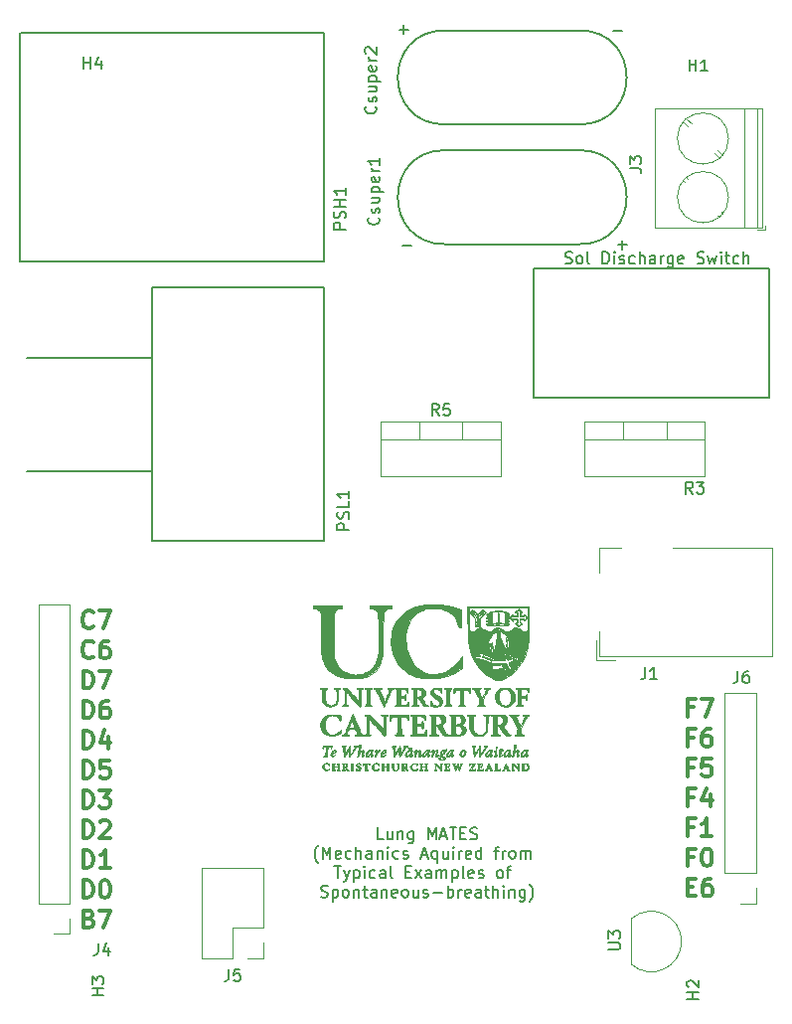
<source format=gbr>
G04 #@! TF.GenerationSoftware,KiCad,Pcbnew,5.1.4*
G04 #@! TF.CreationDate,2019-09-16T18:09:56+12:00*
G04 #@! TF.ProjectId,spiroBoardV2,73706972-6f42-46f6-9172-6456322e6b69,rev?*
G04 #@! TF.SameCoordinates,Original*
G04 #@! TF.FileFunction,Legend,Top*
G04 #@! TF.FilePolarity,Positive*
%FSLAX46Y46*%
G04 Gerber Fmt 4.6, Leading zero omitted, Abs format (unit mm)*
G04 Created by KiCad (PCBNEW 5.1.4) date 2019-09-16 18:09:56*
%MOMM*%
%LPD*%
G04 APERTURE LIST*
%ADD10C,0.150000*%
%ADD11C,0.300000*%
%ADD12C,0.010000*%
%ADD13C,0.120000*%
G04 APERTURE END LIST*
D10*
X96461904Y-138477380D02*
X95985714Y-138477380D01*
X95985714Y-137477380D01*
X97223809Y-137810714D02*
X97223809Y-138477380D01*
X96795238Y-137810714D02*
X96795238Y-138334523D01*
X96842857Y-138429761D01*
X96938095Y-138477380D01*
X97080952Y-138477380D01*
X97176190Y-138429761D01*
X97223809Y-138382142D01*
X97700000Y-137810714D02*
X97700000Y-138477380D01*
X97700000Y-137905952D02*
X97747619Y-137858333D01*
X97842857Y-137810714D01*
X97985714Y-137810714D01*
X98080952Y-137858333D01*
X98128571Y-137953571D01*
X98128571Y-138477380D01*
X99033333Y-137810714D02*
X99033333Y-138620238D01*
X98985714Y-138715476D01*
X98938095Y-138763095D01*
X98842857Y-138810714D01*
X98700000Y-138810714D01*
X98604761Y-138763095D01*
X99033333Y-138429761D02*
X98938095Y-138477380D01*
X98747619Y-138477380D01*
X98652380Y-138429761D01*
X98604761Y-138382142D01*
X98557142Y-138286904D01*
X98557142Y-138001190D01*
X98604761Y-137905952D01*
X98652380Y-137858333D01*
X98747619Y-137810714D01*
X98938095Y-137810714D01*
X99033333Y-137858333D01*
X100271428Y-138477380D02*
X100271428Y-137477380D01*
X100604761Y-138191666D01*
X100938095Y-137477380D01*
X100938095Y-138477380D01*
X101366666Y-138191666D02*
X101842857Y-138191666D01*
X101271428Y-138477380D02*
X101604761Y-137477380D01*
X101938095Y-138477380D01*
X102128571Y-137477380D02*
X102700000Y-137477380D01*
X102414285Y-138477380D02*
X102414285Y-137477380D01*
X103033333Y-137953571D02*
X103366666Y-137953571D01*
X103509523Y-138477380D02*
X103033333Y-138477380D01*
X103033333Y-137477380D01*
X103509523Y-137477380D01*
X103890476Y-138429761D02*
X104033333Y-138477380D01*
X104271428Y-138477380D01*
X104366666Y-138429761D01*
X104414285Y-138382142D01*
X104461904Y-138286904D01*
X104461904Y-138191666D01*
X104414285Y-138096428D01*
X104366666Y-138048809D01*
X104271428Y-138001190D01*
X104080952Y-137953571D01*
X103985714Y-137905952D01*
X103938095Y-137858333D01*
X103890476Y-137763095D01*
X103890476Y-137667857D01*
X103938095Y-137572619D01*
X103985714Y-137525000D01*
X104080952Y-137477380D01*
X104319047Y-137477380D01*
X104461904Y-137525000D01*
X90914285Y-140508333D02*
X90866666Y-140460714D01*
X90771428Y-140317857D01*
X90723809Y-140222619D01*
X90676190Y-140079761D01*
X90628571Y-139841666D01*
X90628571Y-139651190D01*
X90676190Y-139413095D01*
X90723809Y-139270238D01*
X90771428Y-139175000D01*
X90866666Y-139032142D01*
X90914285Y-138984523D01*
X91295238Y-140127380D02*
X91295238Y-139127380D01*
X91628571Y-139841666D01*
X91961904Y-139127380D01*
X91961904Y-140127380D01*
X92819047Y-140079761D02*
X92723809Y-140127380D01*
X92533333Y-140127380D01*
X92438095Y-140079761D01*
X92390476Y-139984523D01*
X92390476Y-139603571D01*
X92438095Y-139508333D01*
X92533333Y-139460714D01*
X92723809Y-139460714D01*
X92819047Y-139508333D01*
X92866666Y-139603571D01*
X92866666Y-139698809D01*
X92390476Y-139794047D01*
X93723809Y-140079761D02*
X93628571Y-140127380D01*
X93438095Y-140127380D01*
X93342857Y-140079761D01*
X93295238Y-140032142D01*
X93247619Y-139936904D01*
X93247619Y-139651190D01*
X93295238Y-139555952D01*
X93342857Y-139508333D01*
X93438095Y-139460714D01*
X93628571Y-139460714D01*
X93723809Y-139508333D01*
X94152380Y-140127380D02*
X94152380Y-139127380D01*
X94580952Y-140127380D02*
X94580952Y-139603571D01*
X94533333Y-139508333D01*
X94438095Y-139460714D01*
X94295238Y-139460714D01*
X94200000Y-139508333D01*
X94152380Y-139555952D01*
X95485714Y-140127380D02*
X95485714Y-139603571D01*
X95438095Y-139508333D01*
X95342857Y-139460714D01*
X95152380Y-139460714D01*
X95057142Y-139508333D01*
X95485714Y-140079761D02*
X95390476Y-140127380D01*
X95152380Y-140127380D01*
X95057142Y-140079761D01*
X95009523Y-139984523D01*
X95009523Y-139889285D01*
X95057142Y-139794047D01*
X95152380Y-139746428D01*
X95390476Y-139746428D01*
X95485714Y-139698809D01*
X95961904Y-139460714D02*
X95961904Y-140127380D01*
X95961904Y-139555952D02*
X96009523Y-139508333D01*
X96104761Y-139460714D01*
X96247619Y-139460714D01*
X96342857Y-139508333D01*
X96390476Y-139603571D01*
X96390476Y-140127380D01*
X96866666Y-140127380D02*
X96866666Y-139460714D01*
X96866666Y-139127380D02*
X96819047Y-139175000D01*
X96866666Y-139222619D01*
X96914285Y-139175000D01*
X96866666Y-139127380D01*
X96866666Y-139222619D01*
X97771428Y-140079761D02*
X97676190Y-140127380D01*
X97485714Y-140127380D01*
X97390476Y-140079761D01*
X97342857Y-140032142D01*
X97295238Y-139936904D01*
X97295238Y-139651190D01*
X97342857Y-139555952D01*
X97390476Y-139508333D01*
X97485714Y-139460714D01*
X97676190Y-139460714D01*
X97771428Y-139508333D01*
X98152380Y-140079761D02*
X98247619Y-140127380D01*
X98438095Y-140127380D01*
X98533333Y-140079761D01*
X98580952Y-139984523D01*
X98580952Y-139936904D01*
X98533333Y-139841666D01*
X98438095Y-139794047D01*
X98295238Y-139794047D01*
X98200000Y-139746428D01*
X98152380Y-139651190D01*
X98152380Y-139603571D01*
X98200000Y-139508333D01*
X98295238Y-139460714D01*
X98438095Y-139460714D01*
X98533333Y-139508333D01*
X99723809Y-139841666D02*
X100200000Y-139841666D01*
X99628571Y-140127380D02*
X99961904Y-139127380D01*
X100295238Y-140127380D01*
X101057142Y-139460714D02*
X101057142Y-140460714D01*
X101057142Y-140079761D02*
X100961904Y-140127380D01*
X100771428Y-140127380D01*
X100676190Y-140079761D01*
X100628571Y-140032142D01*
X100580952Y-139936904D01*
X100580952Y-139651190D01*
X100628571Y-139555952D01*
X100676190Y-139508333D01*
X100771428Y-139460714D01*
X100961904Y-139460714D01*
X101057142Y-139508333D01*
X101961904Y-139460714D02*
X101961904Y-140127380D01*
X101533333Y-139460714D02*
X101533333Y-139984523D01*
X101580952Y-140079761D01*
X101676190Y-140127380D01*
X101819047Y-140127380D01*
X101914285Y-140079761D01*
X101961904Y-140032142D01*
X102438095Y-140127380D02*
X102438095Y-139460714D01*
X102438095Y-139127380D02*
X102390476Y-139175000D01*
X102438095Y-139222619D01*
X102485714Y-139175000D01*
X102438095Y-139127380D01*
X102438095Y-139222619D01*
X102914285Y-140127380D02*
X102914285Y-139460714D01*
X102914285Y-139651190D02*
X102961904Y-139555952D01*
X103009523Y-139508333D01*
X103104761Y-139460714D01*
X103200000Y-139460714D01*
X103914285Y-140079761D02*
X103819047Y-140127380D01*
X103628571Y-140127380D01*
X103533333Y-140079761D01*
X103485714Y-139984523D01*
X103485714Y-139603571D01*
X103533333Y-139508333D01*
X103628571Y-139460714D01*
X103819047Y-139460714D01*
X103914285Y-139508333D01*
X103961904Y-139603571D01*
X103961904Y-139698809D01*
X103485714Y-139794047D01*
X104819047Y-140127380D02*
X104819047Y-139127380D01*
X104819047Y-140079761D02*
X104723809Y-140127380D01*
X104533333Y-140127380D01*
X104438095Y-140079761D01*
X104390476Y-140032142D01*
X104342857Y-139936904D01*
X104342857Y-139651190D01*
X104390476Y-139555952D01*
X104438095Y-139508333D01*
X104533333Y-139460714D01*
X104723809Y-139460714D01*
X104819047Y-139508333D01*
X105914285Y-139460714D02*
X106295238Y-139460714D01*
X106057142Y-140127380D02*
X106057142Y-139270238D01*
X106104761Y-139175000D01*
X106200000Y-139127380D01*
X106295238Y-139127380D01*
X106628571Y-140127380D02*
X106628571Y-139460714D01*
X106628571Y-139651190D02*
X106676190Y-139555952D01*
X106723809Y-139508333D01*
X106819047Y-139460714D01*
X106914285Y-139460714D01*
X107390476Y-140127380D02*
X107295238Y-140079761D01*
X107247619Y-140032142D01*
X107200000Y-139936904D01*
X107200000Y-139651190D01*
X107247619Y-139555952D01*
X107295238Y-139508333D01*
X107390476Y-139460714D01*
X107533333Y-139460714D01*
X107628571Y-139508333D01*
X107676190Y-139555952D01*
X107723809Y-139651190D01*
X107723809Y-139936904D01*
X107676190Y-140032142D01*
X107628571Y-140079761D01*
X107533333Y-140127380D01*
X107390476Y-140127380D01*
X108152380Y-140127380D02*
X108152380Y-139460714D01*
X108152380Y-139555952D02*
X108200000Y-139508333D01*
X108295238Y-139460714D01*
X108438095Y-139460714D01*
X108533333Y-139508333D01*
X108580952Y-139603571D01*
X108580952Y-140127380D01*
X108580952Y-139603571D02*
X108628571Y-139508333D01*
X108723809Y-139460714D01*
X108866666Y-139460714D01*
X108961904Y-139508333D01*
X109009523Y-139603571D01*
X109009523Y-140127380D01*
X92295238Y-140777380D02*
X92866666Y-140777380D01*
X92580952Y-141777380D02*
X92580952Y-140777380D01*
X93104761Y-141110714D02*
X93342857Y-141777380D01*
X93580952Y-141110714D02*
X93342857Y-141777380D01*
X93247619Y-142015476D01*
X93200000Y-142063095D01*
X93104761Y-142110714D01*
X93961904Y-141110714D02*
X93961904Y-142110714D01*
X93961904Y-141158333D02*
X94057142Y-141110714D01*
X94247619Y-141110714D01*
X94342857Y-141158333D01*
X94390476Y-141205952D01*
X94438095Y-141301190D01*
X94438095Y-141586904D01*
X94390476Y-141682142D01*
X94342857Y-141729761D01*
X94247619Y-141777380D01*
X94057142Y-141777380D01*
X93961904Y-141729761D01*
X94866666Y-141777380D02*
X94866666Y-141110714D01*
X94866666Y-140777380D02*
X94819047Y-140825000D01*
X94866666Y-140872619D01*
X94914285Y-140825000D01*
X94866666Y-140777380D01*
X94866666Y-140872619D01*
X95771428Y-141729761D02*
X95676190Y-141777380D01*
X95485714Y-141777380D01*
X95390476Y-141729761D01*
X95342857Y-141682142D01*
X95295238Y-141586904D01*
X95295238Y-141301190D01*
X95342857Y-141205952D01*
X95390476Y-141158333D01*
X95485714Y-141110714D01*
X95676190Y-141110714D01*
X95771428Y-141158333D01*
X96628571Y-141777380D02*
X96628571Y-141253571D01*
X96580952Y-141158333D01*
X96485714Y-141110714D01*
X96295238Y-141110714D01*
X96200000Y-141158333D01*
X96628571Y-141729761D02*
X96533333Y-141777380D01*
X96295238Y-141777380D01*
X96200000Y-141729761D01*
X96152380Y-141634523D01*
X96152380Y-141539285D01*
X96200000Y-141444047D01*
X96295238Y-141396428D01*
X96533333Y-141396428D01*
X96628571Y-141348809D01*
X97247619Y-141777380D02*
X97152380Y-141729761D01*
X97104761Y-141634523D01*
X97104761Y-140777380D01*
X98390476Y-141253571D02*
X98723809Y-141253571D01*
X98866666Y-141777380D02*
X98390476Y-141777380D01*
X98390476Y-140777380D01*
X98866666Y-140777380D01*
X99200000Y-141777380D02*
X99723809Y-141110714D01*
X99200000Y-141110714D02*
X99723809Y-141777380D01*
X100533333Y-141777380D02*
X100533333Y-141253571D01*
X100485714Y-141158333D01*
X100390476Y-141110714D01*
X100200000Y-141110714D01*
X100104761Y-141158333D01*
X100533333Y-141729761D02*
X100438095Y-141777380D01*
X100200000Y-141777380D01*
X100104761Y-141729761D01*
X100057142Y-141634523D01*
X100057142Y-141539285D01*
X100104761Y-141444047D01*
X100200000Y-141396428D01*
X100438095Y-141396428D01*
X100533333Y-141348809D01*
X101009523Y-141777380D02*
X101009523Y-141110714D01*
X101009523Y-141205952D02*
X101057142Y-141158333D01*
X101152380Y-141110714D01*
X101295238Y-141110714D01*
X101390476Y-141158333D01*
X101438095Y-141253571D01*
X101438095Y-141777380D01*
X101438095Y-141253571D02*
X101485714Y-141158333D01*
X101580952Y-141110714D01*
X101723809Y-141110714D01*
X101819047Y-141158333D01*
X101866666Y-141253571D01*
X101866666Y-141777380D01*
X102342857Y-141110714D02*
X102342857Y-142110714D01*
X102342857Y-141158333D02*
X102438095Y-141110714D01*
X102628571Y-141110714D01*
X102723809Y-141158333D01*
X102771428Y-141205952D01*
X102819047Y-141301190D01*
X102819047Y-141586904D01*
X102771428Y-141682142D01*
X102723809Y-141729761D01*
X102628571Y-141777380D01*
X102438095Y-141777380D01*
X102342857Y-141729761D01*
X103390476Y-141777380D02*
X103295238Y-141729761D01*
X103247619Y-141634523D01*
X103247619Y-140777380D01*
X104152380Y-141729761D02*
X104057142Y-141777380D01*
X103866666Y-141777380D01*
X103771428Y-141729761D01*
X103723809Y-141634523D01*
X103723809Y-141253571D01*
X103771428Y-141158333D01*
X103866666Y-141110714D01*
X104057142Y-141110714D01*
X104152380Y-141158333D01*
X104200000Y-141253571D01*
X104200000Y-141348809D01*
X103723809Y-141444047D01*
X104580952Y-141729761D02*
X104676190Y-141777380D01*
X104866666Y-141777380D01*
X104961904Y-141729761D01*
X105009523Y-141634523D01*
X105009523Y-141586904D01*
X104961904Y-141491666D01*
X104866666Y-141444047D01*
X104723809Y-141444047D01*
X104628571Y-141396428D01*
X104580952Y-141301190D01*
X104580952Y-141253571D01*
X104628571Y-141158333D01*
X104723809Y-141110714D01*
X104866666Y-141110714D01*
X104961904Y-141158333D01*
X106342857Y-141777380D02*
X106247619Y-141729761D01*
X106200000Y-141682142D01*
X106152380Y-141586904D01*
X106152380Y-141301190D01*
X106200000Y-141205952D01*
X106247619Y-141158333D01*
X106342857Y-141110714D01*
X106485714Y-141110714D01*
X106580952Y-141158333D01*
X106628571Y-141205952D01*
X106676190Y-141301190D01*
X106676190Y-141586904D01*
X106628571Y-141682142D01*
X106580952Y-141729761D01*
X106485714Y-141777380D01*
X106342857Y-141777380D01*
X106961904Y-141110714D02*
X107342857Y-141110714D01*
X107104761Y-141777380D02*
X107104761Y-140920238D01*
X107152380Y-140825000D01*
X107247619Y-140777380D01*
X107342857Y-140777380D01*
X91152380Y-143379761D02*
X91295238Y-143427380D01*
X91533333Y-143427380D01*
X91628571Y-143379761D01*
X91676190Y-143332142D01*
X91723809Y-143236904D01*
X91723809Y-143141666D01*
X91676190Y-143046428D01*
X91628571Y-142998809D01*
X91533333Y-142951190D01*
X91342857Y-142903571D01*
X91247619Y-142855952D01*
X91200000Y-142808333D01*
X91152380Y-142713095D01*
X91152380Y-142617857D01*
X91200000Y-142522619D01*
X91247619Y-142475000D01*
X91342857Y-142427380D01*
X91580952Y-142427380D01*
X91723809Y-142475000D01*
X92152380Y-142760714D02*
X92152380Y-143760714D01*
X92152380Y-142808333D02*
X92247619Y-142760714D01*
X92438095Y-142760714D01*
X92533333Y-142808333D01*
X92580952Y-142855952D01*
X92628571Y-142951190D01*
X92628571Y-143236904D01*
X92580952Y-143332142D01*
X92533333Y-143379761D01*
X92438095Y-143427380D01*
X92247619Y-143427380D01*
X92152380Y-143379761D01*
X93200000Y-143427380D02*
X93104761Y-143379761D01*
X93057142Y-143332142D01*
X93009523Y-143236904D01*
X93009523Y-142951190D01*
X93057142Y-142855952D01*
X93104761Y-142808333D01*
X93200000Y-142760714D01*
X93342857Y-142760714D01*
X93438095Y-142808333D01*
X93485714Y-142855952D01*
X93533333Y-142951190D01*
X93533333Y-143236904D01*
X93485714Y-143332142D01*
X93438095Y-143379761D01*
X93342857Y-143427380D01*
X93200000Y-143427380D01*
X93961904Y-142760714D02*
X93961904Y-143427380D01*
X93961904Y-142855952D02*
X94009523Y-142808333D01*
X94104761Y-142760714D01*
X94247619Y-142760714D01*
X94342857Y-142808333D01*
X94390476Y-142903571D01*
X94390476Y-143427380D01*
X94723809Y-142760714D02*
X95104761Y-142760714D01*
X94866666Y-142427380D02*
X94866666Y-143284523D01*
X94914285Y-143379761D01*
X95009523Y-143427380D01*
X95104761Y-143427380D01*
X95866666Y-143427380D02*
X95866666Y-142903571D01*
X95819047Y-142808333D01*
X95723809Y-142760714D01*
X95533333Y-142760714D01*
X95438095Y-142808333D01*
X95866666Y-143379761D02*
X95771428Y-143427380D01*
X95533333Y-143427380D01*
X95438095Y-143379761D01*
X95390476Y-143284523D01*
X95390476Y-143189285D01*
X95438095Y-143094047D01*
X95533333Y-143046428D01*
X95771428Y-143046428D01*
X95866666Y-142998809D01*
X96342857Y-142760714D02*
X96342857Y-143427380D01*
X96342857Y-142855952D02*
X96390476Y-142808333D01*
X96485714Y-142760714D01*
X96628571Y-142760714D01*
X96723809Y-142808333D01*
X96771428Y-142903571D01*
X96771428Y-143427380D01*
X97628571Y-143379761D02*
X97533333Y-143427380D01*
X97342857Y-143427380D01*
X97247619Y-143379761D01*
X97200000Y-143284523D01*
X97200000Y-142903571D01*
X97247619Y-142808333D01*
X97342857Y-142760714D01*
X97533333Y-142760714D01*
X97628571Y-142808333D01*
X97676190Y-142903571D01*
X97676190Y-142998809D01*
X97200000Y-143094047D01*
X98247619Y-143427380D02*
X98152380Y-143379761D01*
X98104761Y-143332142D01*
X98057142Y-143236904D01*
X98057142Y-142951190D01*
X98104761Y-142855952D01*
X98152380Y-142808333D01*
X98247619Y-142760714D01*
X98390476Y-142760714D01*
X98485714Y-142808333D01*
X98533333Y-142855952D01*
X98580952Y-142951190D01*
X98580952Y-143236904D01*
X98533333Y-143332142D01*
X98485714Y-143379761D01*
X98390476Y-143427380D01*
X98247619Y-143427380D01*
X99438095Y-142760714D02*
X99438095Y-143427380D01*
X99009523Y-142760714D02*
X99009523Y-143284523D01*
X99057142Y-143379761D01*
X99152380Y-143427380D01*
X99295238Y-143427380D01*
X99390476Y-143379761D01*
X99438095Y-143332142D01*
X99866666Y-143379761D02*
X99961904Y-143427380D01*
X100152380Y-143427380D01*
X100247619Y-143379761D01*
X100295238Y-143284523D01*
X100295238Y-143236904D01*
X100247619Y-143141666D01*
X100152380Y-143094047D01*
X100009523Y-143094047D01*
X99914285Y-143046428D01*
X99866666Y-142951190D01*
X99866666Y-142903571D01*
X99914285Y-142808333D01*
X100009523Y-142760714D01*
X100152380Y-142760714D01*
X100247619Y-142808333D01*
X100723809Y-143046428D02*
X101485714Y-143046428D01*
X101961904Y-143427380D02*
X101961904Y-142427380D01*
X101961904Y-142808333D02*
X102057142Y-142760714D01*
X102247619Y-142760714D01*
X102342857Y-142808333D01*
X102390476Y-142855952D01*
X102438095Y-142951190D01*
X102438095Y-143236904D01*
X102390476Y-143332142D01*
X102342857Y-143379761D01*
X102247619Y-143427380D01*
X102057142Y-143427380D01*
X101961904Y-143379761D01*
X102866666Y-143427380D02*
X102866666Y-142760714D01*
X102866666Y-142951190D02*
X102914285Y-142855952D01*
X102961904Y-142808333D01*
X103057142Y-142760714D01*
X103152380Y-142760714D01*
X103866666Y-143379761D02*
X103771428Y-143427380D01*
X103580952Y-143427380D01*
X103485714Y-143379761D01*
X103438095Y-143284523D01*
X103438095Y-142903571D01*
X103485714Y-142808333D01*
X103580952Y-142760714D01*
X103771428Y-142760714D01*
X103866666Y-142808333D01*
X103914285Y-142903571D01*
X103914285Y-142998809D01*
X103438095Y-143094047D01*
X104771428Y-143427380D02*
X104771428Y-142903571D01*
X104723809Y-142808333D01*
X104628571Y-142760714D01*
X104438095Y-142760714D01*
X104342857Y-142808333D01*
X104771428Y-143379761D02*
X104676190Y-143427380D01*
X104438095Y-143427380D01*
X104342857Y-143379761D01*
X104295238Y-143284523D01*
X104295238Y-143189285D01*
X104342857Y-143094047D01*
X104438095Y-143046428D01*
X104676190Y-143046428D01*
X104771428Y-142998809D01*
X105104761Y-142760714D02*
X105485714Y-142760714D01*
X105247619Y-142427380D02*
X105247619Y-143284523D01*
X105295238Y-143379761D01*
X105390476Y-143427380D01*
X105485714Y-143427380D01*
X105819047Y-143427380D02*
X105819047Y-142427380D01*
X106247619Y-143427380D02*
X106247619Y-142903571D01*
X106200000Y-142808333D01*
X106104761Y-142760714D01*
X105961904Y-142760714D01*
X105866666Y-142808333D01*
X105819047Y-142855952D01*
X106723809Y-143427380D02*
X106723809Y-142760714D01*
X106723809Y-142427380D02*
X106676190Y-142475000D01*
X106723809Y-142522619D01*
X106771428Y-142475000D01*
X106723809Y-142427380D01*
X106723809Y-142522619D01*
X107200000Y-142760714D02*
X107200000Y-143427380D01*
X107200000Y-142855952D02*
X107247619Y-142808333D01*
X107342857Y-142760714D01*
X107485714Y-142760714D01*
X107580952Y-142808333D01*
X107628571Y-142903571D01*
X107628571Y-143427380D01*
X108533333Y-142760714D02*
X108533333Y-143570238D01*
X108485714Y-143665476D01*
X108438095Y-143713095D01*
X108342857Y-143760714D01*
X108200000Y-143760714D01*
X108104761Y-143713095D01*
X108533333Y-143379761D02*
X108438095Y-143427380D01*
X108247619Y-143427380D01*
X108152380Y-143379761D01*
X108104761Y-143332142D01*
X108057142Y-143236904D01*
X108057142Y-142951190D01*
X108104761Y-142855952D01*
X108152380Y-142808333D01*
X108247619Y-142760714D01*
X108438095Y-142760714D01*
X108533333Y-142808333D01*
X108914285Y-143808333D02*
X108961904Y-143760714D01*
X109057142Y-143617857D01*
X109104761Y-143522619D01*
X109152380Y-143379761D01*
X109200000Y-143141666D01*
X109200000Y-142951190D01*
X109152380Y-142713095D01*
X109104761Y-142570238D01*
X109057142Y-142475000D01*
X108961904Y-142332142D01*
X108914285Y-142284523D01*
D11*
X71750000Y-120385714D02*
X71678571Y-120457142D01*
X71464285Y-120528571D01*
X71321428Y-120528571D01*
X71107142Y-120457142D01*
X70964285Y-120314285D01*
X70892857Y-120171428D01*
X70821428Y-119885714D01*
X70821428Y-119671428D01*
X70892857Y-119385714D01*
X70964285Y-119242857D01*
X71107142Y-119100000D01*
X71321428Y-119028571D01*
X71464285Y-119028571D01*
X71678571Y-119100000D01*
X71750000Y-119171428D01*
X72250000Y-119028571D02*
X73250000Y-119028571D01*
X72607142Y-120528571D01*
X71750000Y-122935714D02*
X71678571Y-123007142D01*
X71464285Y-123078571D01*
X71321428Y-123078571D01*
X71107142Y-123007142D01*
X70964285Y-122864285D01*
X70892857Y-122721428D01*
X70821428Y-122435714D01*
X70821428Y-122221428D01*
X70892857Y-121935714D01*
X70964285Y-121792857D01*
X71107142Y-121650000D01*
X71321428Y-121578571D01*
X71464285Y-121578571D01*
X71678571Y-121650000D01*
X71750000Y-121721428D01*
X73035714Y-121578571D02*
X72750000Y-121578571D01*
X72607142Y-121650000D01*
X72535714Y-121721428D01*
X72392857Y-121935714D01*
X72321428Y-122221428D01*
X72321428Y-122792857D01*
X72392857Y-122935714D01*
X72464285Y-123007142D01*
X72607142Y-123078571D01*
X72892857Y-123078571D01*
X73035714Y-123007142D01*
X73107142Y-122935714D01*
X73178571Y-122792857D01*
X73178571Y-122435714D01*
X73107142Y-122292857D01*
X73035714Y-122221428D01*
X72892857Y-122150000D01*
X72607142Y-122150000D01*
X72464285Y-122221428D01*
X72392857Y-122292857D01*
X72321428Y-122435714D01*
X70892857Y-125628571D02*
X70892857Y-124128571D01*
X71250000Y-124128571D01*
X71464285Y-124200000D01*
X71607142Y-124342857D01*
X71678571Y-124485714D01*
X71750000Y-124771428D01*
X71750000Y-124985714D01*
X71678571Y-125271428D01*
X71607142Y-125414285D01*
X71464285Y-125557142D01*
X71250000Y-125628571D01*
X70892857Y-125628571D01*
X72250000Y-124128571D02*
X73250000Y-124128571D01*
X72607142Y-125628571D01*
X70892857Y-128178571D02*
X70892857Y-126678571D01*
X71250000Y-126678571D01*
X71464285Y-126750000D01*
X71607142Y-126892857D01*
X71678571Y-127035714D01*
X71750000Y-127321428D01*
X71750000Y-127535714D01*
X71678571Y-127821428D01*
X71607142Y-127964285D01*
X71464285Y-128107142D01*
X71250000Y-128178571D01*
X70892857Y-128178571D01*
X73035714Y-126678571D02*
X72750000Y-126678571D01*
X72607142Y-126750000D01*
X72535714Y-126821428D01*
X72392857Y-127035714D01*
X72321428Y-127321428D01*
X72321428Y-127892857D01*
X72392857Y-128035714D01*
X72464285Y-128107142D01*
X72607142Y-128178571D01*
X72892857Y-128178571D01*
X73035714Y-128107142D01*
X73107142Y-128035714D01*
X73178571Y-127892857D01*
X73178571Y-127535714D01*
X73107142Y-127392857D01*
X73035714Y-127321428D01*
X72892857Y-127250000D01*
X72607142Y-127250000D01*
X72464285Y-127321428D01*
X72392857Y-127392857D01*
X72321428Y-127535714D01*
X70892857Y-130728571D02*
X70892857Y-129228571D01*
X71250000Y-129228571D01*
X71464285Y-129300000D01*
X71607142Y-129442857D01*
X71678571Y-129585714D01*
X71750000Y-129871428D01*
X71750000Y-130085714D01*
X71678571Y-130371428D01*
X71607142Y-130514285D01*
X71464285Y-130657142D01*
X71250000Y-130728571D01*
X70892857Y-130728571D01*
X73035714Y-129728571D02*
X73035714Y-130728571D01*
X72678571Y-129157142D02*
X72321428Y-130228571D01*
X73250000Y-130228571D01*
X70892857Y-133278571D02*
X70892857Y-131778571D01*
X71250000Y-131778571D01*
X71464285Y-131850000D01*
X71607142Y-131992857D01*
X71678571Y-132135714D01*
X71750000Y-132421428D01*
X71750000Y-132635714D01*
X71678571Y-132921428D01*
X71607142Y-133064285D01*
X71464285Y-133207142D01*
X71250000Y-133278571D01*
X70892857Y-133278571D01*
X73107142Y-131778571D02*
X72392857Y-131778571D01*
X72321428Y-132492857D01*
X72392857Y-132421428D01*
X72535714Y-132350000D01*
X72892857Y-132350000D01*
X73035714Y-132421428D01*
X73107142Y-132492857D01*
X73178571Y-132635714D01*
X73178571Y-132992857D01*
X73107142Y-133135714D01*
X73035714Y-133207142D01*
X72892857Y-133278571D01*
X72535714Y-133278571D01*
X72392857Y-133207142D01*
X72321428Y-133135714D01*
X70892857Y-135828571D02*
X70892857Y-134328571D01*
X71250000Y-134328571D01*
X71464285Y-134400000D01*
X71607142Y-134542857D01*
X71678571Y-134685714D01*
X71750000Y-134971428D01*
X71750000Y-135185714D01*
X71678571Y-135471428D01*
X71607142Y-135614285D01*
X71464285Y-135757142D01*
X71250000Y-135828571D01*
X70892857Y-135828571D01*
X72250000Y-134328571D02*
X73178571Y-134328571D01*
X72678571Y-134900000D01*
X72892857Y-134900000D01*
X73035714Y-134971428D01*
X73107142Y-135042857D01*
X73178571Y-135185714D01*
X73178571Y-135542857D01*
X73107142Y-135685714D01*
X73035714Y-135757142D01*
X72892857Y-135828571D01*
X72464285Y-135828571D01*
X72321428Y-135757142D01*
X72250000Y-135685714D01*
X70892857Y-138378571D02*
X70892857Y-136878571D01*
X71250000Y-136878571D01*
X71464285Y-136950000D01*
X71607142Y-137092857D01*
X71678571Y-137235714D01*
X71750000Y-137521428D01*
X71750000Y-137735714D01*
X71678571Y-138021428D01*
X71607142Y-138164285D01*
X71464285Y-138307142D01*
X71250000Y-138378571D01*
X70892857Y-138378571D01*
X72321428Y-137021428D02*
X72392857Y-136950000D01*
X72535714Y-136878571D01*
X72892857Y-136878571D01*
X73035714Y-136950000D01*
X73107142Y-137021428D01*
X73178571Y-137164285D01*
X73178571Y-137307142D01*
X73107142Y-137521428D01*
X72250000Y-138378571D01*
X73178571Y-138378571D01*
X70892857Y-140928571D02*
X70892857Y-139428571D01*
X71250000Y-139428571D01*
X71464285Y-139500000D01*
X71607142Y-139642857D01*
X71678571Y-139785714D01*
X71750000Y-140071428D01*
X71750000Y-140285714D01*
X71678571Y-140571428D01*
X71607142Y-140714285D01*
X71464285Y-140857142D01*
X71250000Y-140928571D01*
X70892857Y-140928571D01*
X73178571Y-140928571D02*
X72321428Y-140928571D01*
X72750000Y-140928571D02*
X72750000Y-139428571D01*
X72607142Y-139642857D01*
X72464285Y-139785714D01*
X72321428Y-139857142D01*
X70892857Y-143478571D02*
X70892857Y-141978571D01*
X71250000Y-141978571D01*
X71464285Y-142050000D01*
X71607142Y-142192857D01*
X71678571Y-142335714D01*
X71750000Y-142621428D01*
X71750000Y-142835714D01*
X71678571Y-143121428D01*
X71607142Y-143264285D01*
X71464285Y-143407142D01*
X71250000Y-143478571D01*
X70892857Y-143478571D01*
X72678571Y-141978571D02*
X72821428Y-141978571D01*
X72964285Y-142050000D01*
X73035714Y-142121428D01*
X73107142Y-142264285D01*
X73178571Y-142550000D01*
X73178571Y-142907142D01*
X73107142Y-143192857D01*
X73035714Y-143335714D01*
X72964285Y-143407142D01*
X72821428Y-143478571D01*
X72678571Y-143478571D01*
X72535714Y-143407142D01*
X72464285Y-143335714D01*
X72392857Y-143192857D01*
X72321428Y-142907142D01*
X72321428Y-142550000D01*
X72392857Y-142264285D01*
X72464285Y-142121428D01*
X72535714Y-142050000D01*
X72678571Y-141978571D01*
X71392857Y-145242857D02*
X71607142Y-145314285D01*
X71678571Y-145385714D01*
X71750000Y-145528571D01*
X71750000Y-145742857D01*
X71678571Y-145885714D01*
X71607142Y-145957142D01*
X71464285Y-146028571D01*
X70892857Y-146028571D01*
X70892857Y-144528571D01*
X71392857Y-144528571D01*
X71535714Y-144600000D01*
X71607142Y-144671428D01*
X71678571Y-144814285D01*
X71678571Y-144957142D01*
X71607142Y-145100000D01*
X71535714Y-145171428D01*
X71392857Y-145242857D01*
X70892857Y-145242857D01*
X72250000Y-144528571D02*
X73250000Y-144528571D01*
X72607142Y-146028571D01*
X122900000Y-127242857D02*
X122400000Y-127242857D01*
X122400000Y-128028571D02*
X122400000Y-126528571D01*
X123114285Y-126528571D01*
X123542857Y-126528571D02*
X124542857Y-126528571D01*
X123900000Y-128028571D01*
X122900000Y-129792857D02*
X122400000Y-129792857D01*
X122400000Y-130578571D02*
X122400000Y-129078571D01*
X123114285Y-129078571D01*
X124328571Y-129078571D02*
X124042857Y-129078571D01*
X123900000Y-129150000D01*
X123828571Y-129221428D01*
X123685714Y-129435714D01*
X123614285Y-129721428D01*
X123614285Y-130292857D01*
X123685714Y-130435714D01*
X123757142Y-130507142D01*
X123900000Y-130578571D01*
X124185714Y-130578571D01*
X124328571Y-130507142D01*
X124400000Y-130435714D01*
X124471428Y-130292857D01*
X124471428Y-129935714D01*
X124400000Y-129792857D01*
X124328571Y-129721428D01*
X124185714Y-129650000D01*
X123900000Y-129650000D01*
X123757142Y-129721428D01*
X123685714Y-129792857D01*
X123614285Y-129935714D01*
X122900000Y-132342857D02*
X122400000Y-132342857D01*
X122400000Y-133128571D02*
X122400000Y-131628571D01*
X123114285Y-131628571D01*
X124400000Y-131628571D02*
X123685714Y-131628571D01*
X123614285Y-132342857D01*
X123685714Y-132271428D01*
X123828571Y-132200000D01*
X124185714Y-132200000D01*
X124328571Y-132271428D01*
X124400000Y-132342857D01*
X124471428Y-132485714D01*
X124471428Y-132842857D01*
X124400000Y-132985714D01*
X124328571Y-133057142D01*
X124185714Y-133128571D01*
X123828571Y-133128571D01*
X123685714Y-133057142D01*
X123614285Y-132985714D01*
X122900000Y-134892857D02*
X122400000Y-134892857D01*
X122400000Y-135678571D02*
X122400000Y-134178571D01*
X123114285Y-134178571D01*
X124328571Y-134678571D02*
X124328571Y-135678571D01*
X123971428Y-134107142D02*
X123614285Y-135178571D01*
X124542857Y-135178571D01*
X122900000Y-137442857D02*
X122400000Y-137442857D01*
X122400000Y-138228571D02*
X122400000Y-136728571D01*
X123114285Y-136728571D01*
X124471428Y-138228571D02*
X123614285Y-138228571D01*
X124042857Y-138228571D02*
X124042857Y-136728571D01*
X123900000Y-136942857D01*
X123757142Y-137085714D01*
X123614285Y-137157142D01*
X122900000Y-139992857D02*
X122400000Y-139992857D01*
X122400000Y-140778571D02*
X122400000Y-139278571D01*
X123114285Y-139278571D01*
X123971428Y-139278571D02*
X124114285Y-139278571D01*
X124257142Y-139350000D01*
X124328571Y-139421428D01*
X124400000Y-139564285D01*
X124471428Y-139850000D01*
X124471428Y-140207142D01*
X124400000Y-140492857D01*
X124328571Y-140635714D01*
X124257142Y-140707142D01*
X124114285Y-140778571D01*
X123971428Y-140778571D01*
X123828571Y-140707142D01*
X123757142Y-140635714D01*
X123685714Y-140492857D01*
X123614285Y-140207142D01*
X123614285Y-139850000D01*
X123685714Y-139564285D01*
X123757142Y-139421428D01*
X123828571Y-139350000D01*
X123971428Y-139278571D01*
X122364285Y-142542857D02*
X122864285Y-142542857D01*
X123078571Y-143328571D02*
X122364285Y-143328571D01*
X122364285Y-141828571D01*
X123078571Y-141828571D01*
X124364285Y-141828571D02*
X124078571Y-141828571D01*
X123935714Y-141900000D01*
X123864285Y-141971428D01*
X123721428Y-142185714D01*
X123650000Y-142471428D01*
X123650000Y-143042857D01*
X123721428Y-143185714D01*
X123792857Y-143257142D01*
X123935714Y-143328571D01*
X124221428Y-143328571D01*
X124364285Y-143257142D01*
X124435714Y-143185714D01*
X124507142Y-143042857D01*
X124507142Y-142685714D01*
X124435714Y-142542857D01*
X124364285Y-142471428D01*
X124221428Y-142400000D01*
X123935714Y-142400000D01*
X123792857Y-142471428D01*
X123721428Y-142542857D01*
X123650000Y-142685714D01*
D12*
G36*
X104938790Y-119098368D02*
G01*
X104950531Y-119110195D01*
X104978925Y-119147726D01*
X104968788Y-119167210D01*
X104961275Y-119170420D01*
X104939982Y-119185876D01*
X104959642Y-119203538D01*
X104975488Y-119233672D01*
X104957781Y-119268075D01*
X104919862Y-119291480D01*
X104882663Y-119291637D01*
X104833971Y-119300068D01*
X104780221Y-119341863D01*
X104728527Y-119385299D01*
X104682492Y-119405805D01*
X104655489Y-119398556D01*
X104653000Y-119387759D01*
X104669213Y-119360428D01*
X104710268Y-119311679D01*
X104735256Y-119285051D01*
X104786114Y-119223284D01*
X104793706Y-119187448D01*
X104788221Y-119182081D01*
X104773105Y-119155601D01*
X104792426Y-119118169D01*
X104824470Y-119089616D01*
X104844236Y-119101991D01*
X104866453Y-119116385D01*
X104883856Y-119097161D01*
X104906564Y-119078465D01*
X104938790Y-119098368D01*
X104938790Y-119098368D01*
G37*
X104938790Y-119098368D02*
X104950531Y-119110195D01*
X104978925Y-119147726D01*
X104968788Y-119167210D01*
X104961275Y-119170420D01*
X104939982Y-119185876D01*
X104959642Y-119203538D01*
X104975488Y-119233672D01*
X104957781Y-119268075D01*
X104919862Y-119291480D01*
X104882663Y-119291637D01*
X104833971Y-119300068D01*
X104780221Y-119341863D01*
X104728527Y-119385299D01*
X104682492Y-119405805D01*
X104655489Y-119398556D01*
X104653000Y-119387759D01*
X104669213Y-119360428D01*
X104710268Y-119311679D01*
X104735256Y-119285051D01*
X104786114Y-119223284D01*
X104793706Y-119187448D01*
X104788221Y-119182081D01*
X104773105Y-119155601D01*
X104792426Y-119118169D01*
X104824470Y-119089616D01*
X104844236Y-119101991D01*
X104866453Y-119116385D01*
X104883856Y-119097161D01*
X104906564Y-119078465D01*
X104938790Y-119098368D01*
G36*
X104168478Y-119111185D02*
G01*
X104187306Y-119155025D01*
X104183319Y-119176644D01*
X104188602Y-119210155D01*
X104221229Y-119263984D01*
X104244633Y-119292940D01*
X104290899Y-119347942D01*
X104318940Y-119385728D01*
X104322800Y-119393783D01*
X104305464Y-119406908D01*
X104261930Y-119392396D01*
X104204906Y-119355275D01*
X104186285Y-119339794D01*
X104131109Y-119301275D01*
X104086814Y-119287065D01*
X104080192Y-119288286D01*
X104039517Y-119282566D01*
X104007299Y-119249322D01*
X104001853Y-119209098D01*
X104004612Y-119203512D01*
X104001495Y-119179417D01*
X103990162Y-119177000D01*
X103980386Y-119162344D01*
X104005843Y-119125599D01*
X104044322Y-119092903D01*
X104069363Y-119101087D01*
X104073279Y-119106549D01*
X104096164Y-119125793D01*
X104115492Y-119105947D01*
X104139097Y-119087181D01*
X104168478Y-119111185D01*
X104168478Y-119111185D01*
G37*
X104168478Y-119111185D02*
X104187306Y-119155025D01*
X104183319Y-119176644D01*
X104188602Y-119210155D01*
X104221229Y-119263984D01*
X104244633Y-119292940D01*
X104290899Y-119347942D01*
X104318940Y-119385728D01*
X104322800Y-119393783D01*
X104305464Y-119406908D01*
X104261930Y-119392396D01*
X104204906Y-119355275D01*
X104186285Y-119339794D01*
X104131109Y-119301275D01*
X104086814Y-119287065D01*
X104080192Y-119288286D01*
X104039517Y-119282566D01*
X104007299Y-119249322D01*
X104001853Y-119209098D01*
X104004612Y-119203512D01*
X104001495Y-119179417D01*
X103990162Y-119177000D01*
X103980386Y-119162344D01*
X104005843Y-119125599D01*
X104044322Y-119092903D01*
X104069363Y-119101087D01*
X104073279Y-119106549D01*
X104096164Y-119125793D01*
X104115492Y-119105947D01*
X104139097Y-119087181D01*
X104168478Y-119111185D01*
G36*
X104502532Y-119424880D02*
G01*
X104518538Y-119456009D01*
X104537989Y-119490776D01*
X104554287Y-119492715D01*
X104570652Y-119503550D01*
X104576800Y-119545300D01*
X104568899Y-119589441D01*
X104551400Y-119596100D01*
X104534357Y-119607213D01*
X104526006Y-119659907D01*
X104525611Y-119677150D01*
X104518723Y-119756481D01*
X104501546Y-119809927D01*
X104478236Y-119827275D01*
X104467115Y-119820848D01*
X104456576Y-119786859D01*
X104450438Y-119721695D01*
X104449800Y-119690749D01*
X104446374Y-119620857D01*
X104433618Y-119591867D01*
X104411700Y-119592585D01*
X104382156Y-119589359D01*
X104373600Y-119545300D01*
X104382480Y-119500788D01*
X104411988Y-119498125D01*
X104439061Y-119498248D01*
X104435928Y-119475205D01*
X104443006Y-119435542D01*
X104463390Y-119421472D01*
X104502532Y-119424880D01*
X104502532Y-119424880D01*
G37*
X104502532Y-119424880D02*
X104518538Y-119456009D01*
X104537989Y-119490776D01*
X104554287Y-119492715D01*
X104570652Y-119503550D01*
X104576800Y-119545300D01*
X104568899Y-119589441D01*
X104551400Y-119596100D01*
X104534357Y-119607213D01*
X104526006Y-119659907D01*
X104525611Y-119677150D01*
X104518723Y-119756481D01*
X104501546Y-119809927D01*
X104478236Y-119827275D01*
X104467115Y-119820848D01*
X104456576Y-119786859D01*
X104450438Y-119721695D01*
X104449800Y-119690749D01*
X104446374Y-119620857D01*
X104433618Y-119591867D01*
X104411700Y-119592585D01*
X104382156Y-119589359D01*
X104373600Y-119545300D01*
X104382480Y-119500788D01*
X104411988Y-119498125D01*
X104439061Y-119498248D01*
X104435928Y-119475205D01*
X104443006Y-119435542D01*
X104463390Y-119421472D01*
X104502532Y-119424880D01*
G36*
X104525653Y-119921861D02*
G01*
X104526000Y-119927799D01*
X104538313Y-119954089D01*
X104551400Y-119951700D01*
X104571392Y-119959477D01*
X104576800Y-119988300D01*
X104561267Y-120030846D01*
X104538700Y-120040600D01*
X104513587Y-120055558D01*
X104502149Y-120106420D01*
X104500600Y-120154900D01*
X104493936Y-120229593D01*
X104477327Y-120265356D01*
X104455841Y-120258309D01*
X104434728Y-120205292D01*
X104427176Y-120135558D01*
X104431866Y-120090992D01*
X104429639Y-120048865D01*
X104409322Y-120040600D01*
X104379281Y-120022479D01*
X104377445Y-119980020D01*
X104403726Y-119931080D01*
X104409885Y-119924485D01*
X104459256Y-119893565D01*
X104503561Y-119892853D01*
X104525653Y-119921861D01*
X104525653Y-119921861D01*
G37*
X104525653Y-119921861D02*
X104526000Y-119927799D01*
X104538313Y-119954089D01*
X104551400Y-119951700D01*
X104571392Y-119959477D01*
X104576800Y-119988300D01*
X104561267Y-120030846D01*
X104538700Y-120040600D01*
X104513587Y-120055558D01*
X104502149Y-120106420D01*
X104500600Y-120154900D01*
X104493936Y-120229593D01*
X104477327Y-120265356D01*
X104455841Y-120258309D01*
X104434728Y-120205292D01*
X104427176Y-120135558D01*
X104431866Y-120090992D01*
X104429639Y-120048865D01*
X104409322Y-120040600D01*
X104379281Y-120022479D01*
X104377445Y-119980020D01*
X104403726Y-119931080D01*
X104409885Y-119924485D01*
X104459256Y-119893565D01*
X104503561Y-119892853D01*
X104525653Y-119921861D01*
G36*
X106441682Y-119006844D02*
G01*
X106583095Y-119025125D01*
X106672300Y-119048465D01*
X106778874Y-119080822D01*
X106894961Y-119106820D01*
X106932650Y-119112874D01*
X107013796Y-119127757D01*
X107054720Y-119147345D01*
X107066000Y-119176665D01*
X107084535Y-119222948D01*
X107104100Y-119236985D01*
X107132916Y-119273733D01*
X107142200Y-119341302D01*
X107134088Y-119407369D01*
X107108127Y-119430781D01*
X107104100Y-119431000D01*
X107070298Y-119444715D01*
X107066000Y-119456400D01*
X107086572Y-119478934D01*
X107104100Y-119481800D01*
X107130592Y-119498576D01*
X107141508Y-119554190D01*
X107142200Y-119583400D01*
X107135908Y-119654045D01*
X107115053Y-119683156D01*
X107104100Y-119685000D01*
X107070394Y-119703936D01*
X107066000Y-119720382D01*
X107086488Y-119759594D01*
X107104100Y-119770385D01*
X107132916Y-119807133D01*
X107142200Y-119874702D01*
X107134088Y-119940769D01*
X107108127Y-119964181D01*
X107104100Y-119964400D01*
X107070425Y-119984731D01*
X107066000Y-120002500D01*
X107086331Y-120036174D01*
X107104100Y-120040600D01*
X107130592Y-120057376D01*
X107141508Y-120112990D01*
X107142200Y-120142200D01*
X107135182Y-120214580D01*
X107112951Y-120242962D01*
X107106216Y-120243800D01*
X107068275Y-120257086D01*
X107061766Y-120266096D01*
X107034323Y-120274325D01*
X106963156Y-120281903D01*
X106855340Y-120288633D01*
X106717949Y-120294317D01*
X106558058Y-120298756D01*
X106382740Y-120301754D01*
X106199071Y-120303113D01*
X106014124Y-120302634D01*
X105840450Y-120300233D01*
X105697603Y-120296468D01*
X105598413Y-120291329D01*
X105535740Y-120283907D01*
X105502444Y-120273293D01*
X105491383Y-120258578D01*
X105491200Y-120255783D01*
X105478986Y-120225237D01*
X105618200Y-120225237D01*
X105642702Y-120237987D01*
X105714584Y-120240671D01*
X105812532Y-120234827D01*
X105916662Y-120226771D01*
X105924136Y-120226298D01*
X106204108Y-120226298D01*
X106220284Y-120261726D01*
X106253200Y-120269200D01*
X106294241Y-120255965D01*
X106303611Y-120237450D01*
X106290156Y-120189572D01*
X106278211Y-120167600D01*
X106254301Y-120142270D01*
X106231576Y-120162517D01*
X106228188Y-120167600D01*
X106204108Y-120226298D01*
X105924136Y-120226298D01*
X106009228Y-120220913D01*
X106071580Y-120218419D01*
X106075155Y-120218400D01*
X106140211Y-120199237D01*
X106171223Y-120157434D01*
X106188740Y-120102269D01*
X106171494Y-120080395D01*
X106114887Y-120087543D01*
X106100271Y-120091551D01*
X106036907Y-120105074D01*
X105944294Y-120119518D01*
X105854533Y-120130415D01*
X105733814Y-120147927D01*
X105658344Y-120171749D01*
X105622743Y-120204038D01*
X105618200Y-120225237D01*
X105478986Y-120225237D01*
X105477713Y-120222056D01*
X105443965Y-120229035D01*
X105415302Y-120256135D01*
X105388123Y-120278209D01*
X105355428Y-120269198D01*
X105319867Y-120243435D01*
X105264544Y-120207890D01*
X105221230Y-120193000D01*
X105221074Y-120193000D01*
X105189712Y-120179355D01*
X105194087Y-120150506D01*
X105230850Y-120124842D01*
X105288295Y-120094697D01*
X105316076Y-120074226D01*
X105363312Y-120054656D01*
X105411828Y-120060358D01*
X105439366Y-120087503D01*
X105440400Y-120095616D01*
X105456121Y-120108247D01*
X105465800Y-120104100D01*
X105486382Y-120069497D01*
X105491323Y-120015927D01*
X105481944Y-119965269D01*
X105459569Y-119939401D01*
X105455817Y-119939000D01*
X105416765Y-119959517D01*
X105405542Y-119977808D01*
X105389774Y-119997014D01*
X105358565Y-119990980D01*
X105300498Y-119956897D01*
X105288525Y-119949032D01*
X105229087Y-119907826D01*
X105192265Y-119878694D01*
X105186400Y-119871496D01*
X105206643Y-119855158D01*
X105243550Y-119836831D01*
X105309853Y-119803072D01*
X105346637Y-119780310D01*
X105388223Y-119762569D01*
X105421061Y-119786936D01*
X105425349Y-119792555D01*
X105460038Y-119821873D01*
X105482617Y-119803152D01*
X105491174Y-119738119D01*
X105491200Y-119733065D01*
X105484165Y-119687777D01*
X105543214Y-119687777D01*
X105544643Y-119837602D01*
X105547708Y-119968314D01*
X105552075Y-120072089D01*
X105557411Y-120141105D01*
X105563382Y-120167536D01*
X105563691Y-120167600D01*
X105596121Y-120151770D01*
X105613120Y-120137120D01*
X105622088Y-120103954D01*
X105623409Y-120091400D01*
X105694400Y-120091400D01*
X105751550Y-120091370D01*
X105804255Y-120086692D01*
X105888995Y-120074417D01*
X105902683Y-120072028D01*
X106289504Y-120072028D01*
X106295399Y-120097184D01*
X106321398Y-120148001D01*
X106329439Y-120161558D01*
X106378397Y-120242064D01*
X106639648Y-120239467D01*
X106750649Y-120237325D01*
X106842447Y-120233609D01*
X106903314Y-120228907D01*
X106921183Y-120225374D01*
X106931295Y-120201923D01*
X106905364Y-120174320D01*
X106856446Y-120151452D01*
X106798995Y-120142200D01*
X106734603Y-120137442D01*
X106638925Y-120124841D01*
X106530411Y-120106899D01*
X106507270Y-120102602D01*
X106410923Y-120085518D01*
X106335763Y-120074439D01*
X106293979Y-120071075D01*
X106289504Y-120072028D01*
X105902683Y-120072028D01*
X105988036Y-120057132D01*
X105994434Y-120055919D01*
X106085703Y-120037286D01*
X106155631Y-120020709D01*
X106190845Y-120009402D01*
X106192268Y-120008398D01*
X106196577Y-119980229D01*
X106200864Y-119909874D01*
X106204786Y-119805949D01*
X106208000Y-119677067D01*
X106209733Y-119569702D01*
X106212976Y-119400116D01*
X106218096Y-119276436D01*
X106225506Y-119193793D01*
X106235621Y-119147315D01*
X106246850Y-119132536D01*
X106258806Y-119139799D01*
X106267554Y-119174283D01*
X106273487Y-119241357D01*
X106276999Y-119346390D01*
X106278484Y-119494751D01*
X106278600Y-119565107D01*
X106278600Y-120008248D01*
X106488150Y-120049843D01*
X106596986Y-120069489D01*
X106696875Y-120084127D01*
X106769528Y-120091153D01*
X106780250Y-120091419D01*
X106862800Y-120091400D01*
X106862800Y-119644822D01*
X106913600Y-119644822D01*
X106914454Y-119791969D01*
X106916823Y-119923139D01*
X106920412Y-120029169D01*
X106924930Y-120100896D01*
X106929017Y-120127422D01*
X106948535Y-120164632D01*
X106963913Y-120161841D01*
X106975438Y-120116952D01*
X106983399Y-120027865D01*
X106988085Y-119892482D01*
X106989783Y-119708702D01*
X106989800Y-119685000D01*
X106989302Y-119514711D01*
X106987475Y-119388871D01*
X106983817Y-119301134D01*
X106977828Y-119245155D01*
X106969007Y-119214590D01*
X106956853Y-119203093D01*
X106951700Y-119202400D01*
X106937732Y-119208910D01*
X106927569Y-119232844D01*
X106920643Y-119280803D01*
X106916386Y-119359390D01*
X106914228Y-119475208D01*
X106913601Y-119634860D01*
X106913600Y-119644822D01*
X106862800Y-119644822D01*
X106862800Y-119621500D01*
X106862452Y-119455763D01*
X106860986Y-119334104D01*
X106857766Y-119249799D01*
X106852156Y-119196127D01*
X106843519Y-119166368D01*
X106831221Y-119153799D01*
X106818350Y-119151605D01*
X106772217Y-119143343D01*
X106696067Y-119121800D01*
X106616515Y-119095171D01*
X106524885Y-119064875D01*
X106459261Y-119052705D01*
X106398959Y-119056765D01*
X106342230Y-119069999D01*
X106252882Y-119087398D01*
X106191945Y-119081460D01*
X106172873Y-119073191D01*
X106109542Y-119056388D01*
X106020467Y-119063212D01*
X105898381Y-119094606D01*
X105828089Y-119117921D01*
X105695079Y-119164300D01*
X105694739Y-119627850D01*
X105694400Y-120091400D01*
X105623409Y-120091400D01*
X105629845Y-120030244D01*
X105636226Y-119926115D01*
X105641067Y-119801688D01*
X105644204Y-119667089D01*
X105645472Y-119532441D01*
X105644705Y-119407868D01*
X105641741Y-119303493D01*
X105636414Y-119229441D01*
X105628560Y-119195834D01*
X105628416Y-119195683D01*
X105594564Y-119189774D01*
X105577459Y-119194227D01*
X105564613Y-119207808D01*
X105555202Y-119241417D01*
X105548793Y-119301287D01*
X105544955Y-119393651D01*
X105543254Y-119524740D01*
X105543214Y-119687777D01*
X105484165Y-119687777D01*
X105481485Y-119670533D01*
X105457316Y-119646115D01*
X105426154Y-119665408D01*
X105417917Y-119678115D01*
X105390665Y-119708240D01*
X105354068Y-119696382D01*
X105346506Y-119691289D01*
X105285185Y-119655099D01*
X105242021Y-119634186D01*
X105204282Y-119603583D01*
X105204715Y-119572408D01*
X105243002Y-119558000D01*
X105243411Y-119558000D01*
X105281141Y-119541974D01*
X105327000Y-119506353D01*
X105368762Y-119472913D01*
X105395806Y-119474859D01*
X105414297Y-119493653D01*
X105456260Y-119529206D01*
X105482253Y-119516712D01*
X105491199Y-119456694D01*
X105491200Y-119456400D01*
X105478046Y-119396783D01*
X105443276Y-119380667D01*
X105395280Y-119410079D01*
X105362216Y-119424633D01*
X105319756Y-119398645D01*
X105318350Y-119397379D01*
X105265341Y-119364020D01*
X105228849Y-119354800D01*
X105191091Y-119345495D01*
X105200401Y-119317790D01*
X105256623Y-119271996D01*
X105278004Y-119257749D01*
X105352591Y-119220938D01*
X105409256Y-119214797D01*
X105438432Y-119239551D01*
X105440400Y-119253901D01*
X105455913Y-119269813D01*
X105465800Y-119265900D01*
X105485811Y-119230715D01*
X105491200Y-119191084D01*
X105498151Y-119153764D01*
X105527559Y-119131797D01*
X105592253Y-119116921D01*
X105610851Y-119114025D01*
X105709790Y-119093541D01*
X105818772Y-119062971D01*
X105858501Y-119049498D01*
X105972983Y-119021511D01*
X106119654Y-119005058D01*
X106281544Y-119000162D01*
X106441682Y-119006844D01*
X106441682Y-119006844D01*
G37*
X106441682Y-119006844D02*
X106583095Y-119025125D01*
X106672300Y-119048465D01*
X106778874Y-119080822D01*
X106894961Y-119106820D01*
X106932650Y-119112874D01*
X107013796Y-119127757D01*
X107054720Y-119147345D01*
X107066000Y-119176665D01*
X107084535Y-119222948D01*
X107104100Y-119236985D01*
X107132916Y-119273733D01*
X107142200Y-119341302D01*
X107134088Y-119407369D01*
X107108127Y-119430781D01*
X107104100Y-119431000D01*
X107070298Y-119444715D01*
X107066000Y-119456400D01*
X107086572Y-119478934D01*
X107104100Y-119481800D01*
X107130592Y-119498576D01*
X107141508Y-119554190D01*
X107142200Y-119583400D01*
X107135908Y-119654045D01*
X107115053Y-119683156D01*
X107104100Y-119685000D01*
X107070394Y-119703936D01*
X107066000Y-119720382D01*
X107086488Y-119759594D01*
X107104100Y-119770385D01*
X107132916Y-119807133D01*
X107142200Y-119874702D01*
X107134088Y-119940769D01*
X107108127Y-119964181D01*
X107104100Y-119964400D01*
X107070425Y-119984731D01*
X107066000Y-120002500D01*
X107086331Y-120036174D01*
X107104100Y-120040600D01*
X107130592Y-120057376D01*
X107141508Y-120112990D01*
X107142200Y-120142200D01*
X107135182Y-120214580D01*
X107112951Y-120242962D01*
X107106216Y-120243800D01*
X107068275Y-120257086D01*
X107061766Y-120266096D01*
X107034323Y-120274325D01*
X106963156Y-120281903D01*
X106855340Y-120288633D01*
X106717949Y-120294317D01*
X106558058Y-120298756D01*
X106382740Y-120301754D01*
X106199071Y-120303113D01*
X106014124Y-120302634D01*
X105840450Y-120300233D01*
X105697603Y-120296468D01*
X105598413Y-120291329D01*
X105535740Y-120283907D01*
X105502444Y-120273293D01*
X105491383Y-120258578D01*
X105491200Y-120255783D01*
X105478986Y-120225237D01*
X105618200Y-120225237D01*
X105642702Y-120237987D01*
X105714584Y-120240671D01*
X105812532Y-120234827D01*
X105916662Y-120226771D01*
X105924136Y-120226298D01*
X106204108Y-120226298D01*
X106220284Y-120261726D01*
X106253200Y-120269200D01*
X106294241Y-120255965D01*
X106303611Y-120237450D01*
X106290156Y-120189572D01*
X106278211Y-120167600D01*
X106254301Y-120142270D01*
X106231576Y-120162517D01*
X106228188Y-120167600D01*
X106204108Y-120226298D01*
X105924136Y-120226298D01*
X106009228Y-120220913D01*
X106071580Y-120218419D01*
X106075155Y-120218400D01*
X106140211Y-120199237D01*
X106171223Y-120157434D01*
X106188740Y-120102269D01*
X106171494Y-120080395D01*
X106114887Y-120087543D01*
X106100271Y-120091551D01*
X106036907Y-120105074D01*
X105944294Y-120119518D01*
X105854533Y-120130415D01*
X105733814Y-120147927D01*
X105658344Y-120171749D01*
X105622743Y-120204038D01*
X105618200Y-120225237D01*
X105478986Y-120225237D01*
X105477713Y-120222056D01*
X105443965Y-120229035D01*
X105415302Y-120256135D01*
X105388123Y-120278209D01*
X105355428Y-120269198D01*
X105319867Y-120243435D01*
X105264544Y-120207890D01*
X105221230Y-120193000D01*
X105221074Y-120193000D01*
X105189712Y-120179355D01*
X105194087Y-120150506D01*
X105230850Y-120124842D01*
X105288295Y-120094697D01*
X105316076Y-120074226D01*
X105363312Y-120054656D01*
X105411828Y-120060358D01*
X105439366Y-120087503D01*
X105440400Y-120095616D01*
X105456121Y-120108247D01*
X105465800Y-120104100D01*
X105486382Y-120069497D01*
X105491323Y-120015927D01*
X105481944Y-119965269D01*
X105459569Y-119939401D01*
X105455817Y-119939000D01*
X105416765Y-119959517D01*
X105405542Y-119977808D01*
X105389774Y-119997014D01*
X105358565Y-119990980D01*
X105300498Y-119956897D01*
X105288525Y-119949032D01*
X105229087Y-119907826D01*
X105192265Y-119878694D01*
X105186400Y-119871496D01*
X105206643Y-119855158D01*
X105243550Y-119836831D01*
X105309853Y-119803072D01*
X105346637Y-119780310D01*
X105388223Y-119762569D01*
X105421061Y-119786936D01*
X105425349Y-119792555D01*
X105460038Y-119821873D01*
X105482617Y-119803152D01*
X105491174Y-119738119D01*
X105491200Y-119733065D01*
X105484165Y-119687777D01*
X105543214Y-119687777D01*
X105544643Y-119837602D01*
X105547708Y-119968314D01*
X105552075Y-120072089D01*
X105557411Y-120141105D01*
X105563382Y-120167536D01*
X105563691Y-120167600D01*
X105596121Y-120151770D01*
X105613120Y-120137120D01*
X105622088Y-120103954D01*
X105623409Y-120091400D01*
X105694400Y-120091400D01*
X105751550Y-120091370D01*
X105804255Y-120086692D01*
X105888995Y-120074417D01*
X105902683Y-120072028D01*
X106289504Y-120072028D01*
X106295399Y-120097184D01*
X106321398Y-120148001D01*
X106329439Y-120161558D01*
X106378397Y-120242064D01*
X106639648Y-120239467D01*
X106750649Y-120237325D01*
X106842447Y-120233609D01*
X106903314Y-120228907D01*
X106921183Y-120225374D01*
X106931295Y-120201923D01*
X106905364Y-120174320D01*
X106856446Y-120151452D01*
X106798995Y-120142200D01*
X106734603Y-120137442D01*
X106638925Y-120124841D01*
X106530411Y-120106899D01*
X106507270Y-120102602D01*
X106410923Y-120085518D01*
X106335763Y-120074439D01*
X106293979Y-120071075D01*
X106289504Y-120072028D01*
X105902683Y-120072028D01*
X105988036Y-120057132D01*
X105994434Y-120055919D01*
X106085703Y-120037286D01*
X106155631Y-120020709D01*
X106190845Y-120009402D01*
X106192268Y-120008398D01*
X106196577Y-119980229D01*
X106200864Y-119909874D01*
X106204786Y-119805949D01*
X106208000Y-119677067D01*
X106209733Y-119569702D01*
X106212976Y-119400116D01*
X106218096Y-119276436D01*
X106225506Y-119193793D01*
X106235621Y-119147315D01*
X106246850Y-119132536D01*
X106258806Y-119139799D01*
X106267554Y-119174283D01*
X106273487Y-119241357D01*
X106276999Y-119346390D01*
X106278484Y-119494751D01*
X106278600Y-119565107D01*
X106278600Y-120008248D01*
X106488150Y-120049843D01*
X106596986Y-120069489D01*
X106696875Y-120084127D01*
X106769528Y-120091153D01*
X106780250Y-120091419D01*
X106862800Y-120091400D01*
X106862800Y-119644822D01*
X106913600Y-119644822D01*
X106914454Y-119791969D01*
X106916823Y-119923139D01*
X106920412Y-120029169D01*
X106924930Y-120100896D01*
X106929017Y-120127422D01*
X106948535Y-120164632D01*
X106963913Y-120161841D01*
X106975438Y-120116952D01*
X106983399Y-120027865D01*
X106988085Y-119892482D01*
X106989783Y-119708702D01*
X106989800Y-119685000D01*
X106989302Y-119514711D01*
X106987475Y-119388871D01*
X106983817Y-119301134D01*
X106977828Y-119245155D01*
X106969007Y-119214590D01*
X106956853Y-119203093D01*
X106951700Y-119202400D01*
X106937732Y-119208910D01*
X106927569Y-119232844D01*
X106920643Y-119280803D01*
X106916386Y-119359390D01*
X106914228Y-119475208D01*
X106913601Y-119634860D01*
X106913600Y-119644822D01*
X106862800Y-119644822D01*
X106862800Y-119621500D01*
X106862452Y-119455763D01*
X106860986Y-119334104D01*
X106857766Y-119249799D01*
X106852156Y-119196127D01*
X106843519Y-119166368D01*
X106831221Y-119153799D01*
X106818350Y-119151605D01*
X106772217Y-119143343D01*
X106696067Y-119121800D01*
X106616515Y-119095171D01*
X106524885Y-119064875D01*
X106459261Y-119052705D01*
X106398959Y-119056765D01*
X106342230Y-119069999D01*
X106252882Y-119087398D01*
X106191945Y-119081460D01*
X106172873Y-119073191D01*
X106109542Y-119056388D01*
X106020467Y-119063212D01*
X105898381Y-119094606D01*
X105828089Y-119117921D01*
X105695079Y-119164300D01*
X105694739Y-119627850D01*
X105694400Y-120091400D01*
X105623409Y-120091400D01*
X105629845Y-120030244D01*
X105636226Y-119926115D01*
X105641067Y-119801688D01*
X105644204Y-119667089D01*
X105645472Y-119532441D01*
X105644705Y-119407868D01*
X105641741Y-119303493D01*
X105636414Y-119229441D01*
X105628560Y-119195834D01*
X105628416Y-119195683D01*
X105594564Y-119189774D01*
X105577459Y-119194227D01*
X105564613Y-119207808D01*
X105555202Y-119241417D01*
X105548793Y-119301287D01*
X105544955Y-119393651D01*
X105543254Y-119524740D01*
X105543214Y-119687777D01*
X105484165Y-119687777D01*
X105481485Y-119670533D01*
X105457316Y-119646115D01*
X105426154Y-119665408D01*
X105417917Y-119678115D01*
X105390665Y-119708240D01*
X105354068Y-119696382D01*
X105346506Y-119691289D01*
X105285185Y-119655099D01*
X105242021Y-119634186D01*
X105204282Y-119603583D01*
X105204715Y-119572408D01*
X105243002Y-119558000D01*
X105243411Y-119558000D01*
X105281141Y-119541974D01*
X105327000Y-119506353D01*
X105368762Y-119472913D01*
X105395806Y-119474859D01*
X105414297Y-119493653D01*
X105456260Y-119529206D01*
X105482253Y-119516712D01*
X105491199Y-119456694D01*
X105491200Y-119456400D01*
X105478046Y-119396783D01*
X105443276Y-119380667D01*
X105395280Y-119410079D01*
X105362216Y-119424633D01*
X105319756Y-119398645D01*
X105318350Y-119397379D01*
X105265341Y-119364020D01*
X105228849Y-119354800D01*
X105191091Y-119345495D01*
X105200401Y-119317790D01*
X105256623Y-119271996D01*
X105278004Y-119257749D01*
X105352591Y-119220938D01*
X105409256Y-119214797D01*
X105438432Y-119239551D01*
X105440400Y-119253901D01*
X105455913Y-119269813D01*
X105465800Y-119265900D01*
X105485811Y-119230715D01*
X105491200Y-119191084D01*
X105498151Y-119153764D01*
X105527559Y-119131797D01*
X105592253Y-119116921D01*
X105610851Y-119114025D01*
X105709790Y-119093541D01*
X105818772Y-119062971D01*
X105858501Y-119049498D01*
X105972983Y-119021511D01*
X106119654Y-119005058D01*
X106281544Y-119000162D01*
X106441682Y-119006844D01*
G36*
X105487776Y-122116173D02*
G01*
X105491200Y-122133101D01*
X105476296Y-122176986D01*
X105465800Y-122186900D01*
X105443823Y-122181426D01*
X105440400Y-122164498D01*
X105455303Y-122120613D01*
X105465800Y-122110700D01*
X105487776Y-122116173D01*
X105487776Y-122116173D01*
G37*
X105487776Y-122116173D02*
X105491200Y-122133101D01*
X105476296Y-122176986D01*
X105465800Y-122186900D01*
X105443823Y-122181426D01*
X105440400Y-122164498D01*
X105455303Y-122120613D01*
X105465800Y-122110700D01*
X105487776Y-122116173D01*
G36*
X106911466Y-121298561D02*
G01*
X106916239Y-121303079D01*
X106940223Y-121349062D01*
X106963725Y-121430083D01*
X106983760Y-121530441D01*
X106997345Y-121634436D01*
X107001496Y-121726368D01*
X107000616Y-121747035D01*
X106994449Y-121845414D01*
X106988586Y-121952821D01*
X106987394Y-121977350D01*
X106982535Y-122055726D01*
X106975705Y-122090842D01*
X106964117Y-122090228D01*
X106951988Y-122073066D01*
X106946155Y-122037375D01*
X106944509Y-121965099D01*
X106947262Y-121870294D01*
X106948579Y-121846108D01*
X106949069Y-121676344D01*
X106931381Y-121524567D01*
X106925295Y-121496392D01*
X106900593Y-121386232D01*
X106890208Y-121319822D01*
X106893909Y-121292239D01*
X106911466Y-121298561D01*
X106911466Y-121298561D01*
G37*
X106911466Y-121298561D02*
X106916239Y-121303079D01*
X106940223Y-121349062D01*
X106963725Y-121430083D01*
X106983760Y-121530441D01*
X106997345Y-121634436D01*
X107001496Y-121726368D01*
X107000616Y-121747035D01*
X106994449Y-121845414D01*
X106988586Y-121952821D01*
X106987394Y-121977350D01*
X106982535Y-122055726D01*
X106975705Y-122090842D01*
X106964117Y-122090228D01*
X106951988Y-122073066D01*
X106946155Y-122037375D01*
X106944509Y-121965099D01*
X106947262Y-121870294D01*
X106948579Y-121846108D01*
X106949069Y-121676344D01*
X106931381Y-121524567D01*
X106925295Y-121496392D01*
X106900593Y-121386232D01*
X106890208Y-121319822D01*
X106893909Y-121292239D01*
X106911466Y-121298561D01*
G36*
X107391774Y-122829531D02*
G01*
X107396200Y-122847300D01*
X107380727Y-122882282D01*
X107345599Y-122875976D01*
X107336933Y-122868466D01*
X107320753Y-122831289D01*
X107347190Y-122810051D01*
X107358100Y-122809200D01*
X107391774Y-122829531D01*
X107391774Y-122829531D01*
G37*
X107391774Y-122829531D02*
X107396200Y-122847300D01*
X107380727Y-122882282D01*
X107345599Y-122875976D01*
X107336933Y-122868466D01*
X107320753Y-122831289D01*
X107347190Y-122810051D01*
X107358100Y-122809200D01*
X107391774Y-122829531D01*
G36*
X107612100Y-122910800D02*
G01*
X107643778Y-122950975D01*
X107640194Y-122979843D01*
X107608895Y-123014192D01*
X107558095Y-123064992D01*
X107510500Y-123012400D01*
X107478821Y-122972224D01*
X107480139Y-122961600D01*
X107548600Y-122961600D01*
X107557893Y-122982507D01*
X107565533Y-122978533D01*
X107568573Y-122948389D01*
X107565533Y-122944666D01*
X107550433Y-122948153D01*
X107548600Y-122961600D01*
X107480139Y-122961600D01*
X107482405Y-122943356D01*
X107513704Y-122909007D01*
X107564504Y-122858207D01*
X107612100Y-122910800D01*
X107612100Y-122910800D01*
G37*
X107612100Y-122910800D02*
X107643778Y-122950975D01*
X107640194Y-122979843D01*
X107608895Y-123014192D01*
X107558095Y-123064992D01*
X107510500Y-123012400D01*
X107478821Y-122972224D01*
X107480139Y-122961600D01*
X107548600Y-122961600D01*
X107557893Y-122982507D01*
X107565533Y-122978533D01*
X107568573Y-122948389D01*
X107565533Y-122944666D01*
X107550433Y-122948153D01*
X107548600Y-122961600D01*
X107480139Y-122961600D01*
X107482405Y-122943356D01*
X107513704Y-122909007D01*
X107564504Y-122858207D01*
X107612100Y-122910800D01*
G36*
X107789900Y-123063200D02*
G01*
X107791746Y-123105308D01*
X107782933Y-123118426D01*
X107751796Y-123127541D01*
X107739100Y-123114000D01*
X107737253Y-123071891D01*
X107746066Y-123058773D01*
X107777203Y-123049658D01*
X107789900Y-123063200D01*
X107789900Y-123063200D01*
G37*
X107789900Y-123063200D02*
X107791746Y-123105308D01*
X107782933Y-123118426D01*
X107751796Y-123127541D01*
X107739100Y-123114000D01*
X107737253Y-123071891D01*
X107746066Y-123058773D01*
X107777203Y-123049658D01*
X107789900Y-123063200D01*
G36*
X104992913Y-122848819D02*
G01*
X105041700Y-122864271D01*
X105059400Y-122875453D01*
X105044025Y-122898045D01*
X105009431Y-122935155D01*
X104972913Y-122969463D01*
X104951767Y-122983655D01*
X104951450Y-122983540D01*
X104924682Y-122976631D01*
X104887950Y-122969074D01*
X104840102Y-122950938D01*
X104838553Y-122920300D01*
X104878613Y-122875403D01*
X104944965Y-122844448D01*
X104992913Y-122848819D01*
X104992913Y-122848819D01*
G37*
X104992913Y-122848819D02*
X105041700Y-122864271D01*
X105059400Y-122875453D01*
X105044025Y-122898045D01*
X105009431Y-122935155D01*
X104972913Y-122969463D01*
X104951767Y-122983655D01*
X104951450Y-122983540D01*
X104924682Y-122976631D01*
X104887950Y-122969074D01*
X104840102Y-122950938D01*
X104838553Y-122920300D01*
X104878613Y-122875403D01*
X104944965Y-122844448D01*
X104992913Y-122848819D01*
G36*
X101406802Y-118485650D02*
G01*
X101732000Y-118532148D01*
X101994038Y-118582949D01*
X102281764Y-118650650D01*
X102575066Y-118730171D01*
X102843250Y-118812924D01*
X103129000Y-118907254D01*
X103129000Y-120472400D01*
X103019344Y-120472399D01*
X102909688Y-120472399D01*
X102864745Y-120275549D01*
X102797579Y-120057661D01*
X102697986Y-119834156D01*
X102576426Y-119626547D01*
X102495899Y-119516833D01*
X102310347Y-119325511D01*
X102083220Y-119156028D01*
X101820299Y-119011834D01*
X101527363Y-118896379D01*
X101385843Y-118854330D01*
X101288687Y-118829487D01*
X101202945Y-118811513D01*
X101116965Y-118799270D01*
X101019098Y-118791623D01*
X100897692Y-118787434D01*
X100741096Y-118785567D01*
X100677900Y-118785260D01*
X100514457Y-118784886D01*
X100391182Y-118786033D01*
X100297445Y-118789949D01*
X100222616Y-118797880D01*
X100156063Y-118811074D01*
X100087155Y-118830778D01*
X100005263Y-118858238D01*
X99979400Y-118867195D01*
X99754035Y-118954196D01*
X99562434Y-119050128D01*
X99388810Y-119164924D01*
X99217376Y-119308517D01*
X99103100Y-119418528D01*
X98927774Y-119607708D01*
X98789026Y-119790997D01*
X98677275Y-119983719D01*
X98582942Y-120201197D01*
X98542011Y-120315987D01*
X98446446Y-120674086D01*
X98392329Y-121052999D01*
X98379198Y-121444830D01*
X98406593Y-121841684D01*
X98474051Y-122235666D01*
X98581112Y-122618879D01*
X98693597Y-122909291D01*
X98860827Y-123237391D01*
X99056248Y-123529139D01*
X99276960Y-123782973D01*
X99520061Y-123997332D01*
X99782651Y-124170654D01*
X100061828Y-124301380D01*
X100354693Y-124387947D01*
X100658344Y-124428795D01*
X100969880Y-124422363D01*
X101286400Y-124367090D01*
X101363700Y-124346118D01*
X101699707Y-124224239D01*
X102018501Y-124058136D01*
X102322994Y-123845973D01*
X102616102Y-123585915D01*
X102691282Y-123509731D01*
X102794426Y-123398562D01*
X102895990Y-123282282D01*
X102984728Y-123174182D01*
X103049392Y-123087553D01*
X103052800Y-123082527D01*
X103108172Y-123003297D01*
X103154018Y-122943517D01*
X103182406Y-122913357D01*
X103186150Y-122911604D01*
X103192008Y-122935464D01*
X103197136Y-123002439D01*
X103201239Y-123104845D01*
X103204020Y-123234999D01*
X103205183Y-123385219D01*
X103205200Y-123406152D01*
X103205200Y-123901505D01*
X103046643Y-124018227D01*
X102703233Y-124240644D01*
X102325303Y-124428720D01*
X101917286Y-124580723D01*
X101483612Y-124694925D01*
X101169940Y-124751040D01*
X101008349Y-124768592D01*
X100812872Y-124780413D01*
X100597357Y-124786497D01*
X100375654Y-124786840D01*
X100161610Y-124781436D01*
X99969075Y-124770281D01*
X99811899Y-124753370D01*
X99799782Y-124751538D01*
X99395838Y-124669199D01*
X99030709Y-124554177D01*
X98922393Y-124510608D01*
X98691201Y-124404736D01*
X98494683Y-124296063D01*
X98317273Y-124174263D01*
X98143403Y-124029010D01*
X98019133Y-123911458D01*
X97772099Y-123633452D01*
X97562002Y-123322667D01*
X97390182Y-122982567D01*
X97257983Y-122616620D01*
X97166744Y-122228288D01*
X97117808Y-121821039D01*
X97109302Y-121561577D01*
X97127863Y-121179961D01*
X97185318Y-120826253D01*
X97283971Y-120493119D01*
X97426128Y-120173226D01*
X97614094Y-119859240D01*
X97669366Y-119779610D01*
X97906030Y-119490852D01*
X98179167Y-119235662D01*
X98486524Y-119014732D01*
X98825845Y-118828754D01*
X99194877Y-118678421D01*
X99591365Y-118564425D01*
X100013056Y-118487457D01*
X100457696Y-118448211D01*
X100923029Y-118447378D01*
X101406802Y-118485650D01*
X101406802Y-118485650D01*
G37*
X101406802Y-118485650D02*
X101732000Y-118532148D01*
X101994038Y-118582949D01*
X102281764Y-118650650D01*
X102575066Y-118730171D01*
X102843250Y-118812924D01*
X103129000Y-118907254D01*
X103129000Y-120472400D01*
X103019344Y-120472399D01*
X102909688Y-120472399D01*
X102864745Y-120275549D01*
X102797579Y-120057661D01*
X102697986Y-119834156D01*
X102576426Y-119626547D01*
X102495899Y-119516833D01*
X102310347Y-119325511D01*
X102083220Y-119156028D01*
X101820299Y-119011834D01*
X101527363Y-118896379D01*
X101385843Y-118854330D01*
X101288687Y-118829487D01*
X101202945Y-118811513D01*
X101116965Y-118799270D01*
X101019098Y-118791623D01*
X100897692Y-118787434D01*
X100741096Y-118785567D01*
X100677900Y-118785260D01*
X100514457Y-118784886D01*
X100391182Y-118786033D01*
X100297445Y-118789949D01*
X100222616Y-118797880D01*
X100156063Y-118811074D01*
X100087155Y-118830778D01*
X100005263Y-118858238D01*
X99979400Y-118867195D01*
X99754035Y-118954196D01*
X99562434Y-119050128D01*
X99388810Y-119164924D01*
X99217376Y-119308517D01*
X99103100Y-119418528D01*
X98927774Y-119607708D01*
X98789026Y-119790997D01*
X98677275Y-119983719D01*
X98582942Y-120201197D01*
X98542011Y-120315987D01*
X98446446Y-120674086D01*
X98392329Y-121052999D01*
X98379198Y-121444830D01*
X98406593Y-121841684D01*
X98474051Y-122235666D01*
X98581112Y-122618879D01*
X98693597Y-122909291D01*
X98860827Y-123237391D01*
X99056248Y-123529139D01*
X99276960Y-123782973D01*
X99520061Y-123997332D01*
X99782651Y-124170654D01*
X100061828Y-124301380D01*
X100354693Y-124387947D01*
X100658344Y-124428795D01*
X100969880Y-124422363D01*
X101286400Y-124367090D01*
X101363700Y-124346118D01*
X101699707Y-124224239D01*
X102018501Y-124058136D01*
X102322994Y-123845973D01*
X102616102Y-123585915D01*
X102691282Y-123509731D01*
X102794426Y-123398562D01*
X102895990Y-123282282D01*
X102984728Y-123174182D01*
X103049392Y-123087553D01*
X103052800Y-123082527D01*
X103108172Y-123003297D01*
X103154018Y-122943517D01*
X103182406Y-122913357D01*
X103186150Y-122911604D01*
X103192008Y-122935464D01*
X103197136Y-123002439D01*
X103201239Y-123104845D01*
X103204020Y-123234999D01*
X103205183Y-123385219D01*
X103205200Y-123406152D01*
X103205200Y-123901505D01*
X103046643Y-124018227D01*
X102703233Y-124240644D01*
X102325303Y-124428720D01*
X101917286Y-124580723D01*
X101483612Y-124694925D01*
X101169940Y-124751040D01*
X101008349Y-124768592D01*
X100812872Y-124780413D01*
X100597357Y-124786497D01*
X100375654Y-124786840D01*
X100161610Y-124781436D01*
X99969075Y-124770281D01*
X99811899Y-124753370D01*
X99799782Y-124751538D01*
X99395838Y-124669199D01*
X99030709Y-124554177D01*
X98922393Y-124510608D01*
X98691201Y-124404736D01*
X98494683Y-124296063D01*
X98317273Y-124174263D01*
X98143403Y-124029010D01*
X98019133Y-123911458D01*
X97772099Y-123633452D01*
X97562002Y-123322667D01*
X97390182Y-122982567D01*
X97257983Y-122616620D01*
X97166744Y-122228288D01*
X97117808Y-121821039D01*
X97109302Y-121561577D01*
X97127863Y-121179961D01*
X97185318Y-120826253D01*
X97283971Y-120493119D01*
X97426128Y-120173226D01*
X97614094Y-119859240D01*
X97669366Y-119779610D01*
X97906030Y-119490852D01*
X98179167Y-119235662D01*
X98486524Y-119014732D01*
X98825845Y-118828754D01*
X99194877Y-118678421D01*
X99591365Y-118564425D01*
X100013056Y-118487457D01*
X100457696Y-118448211D01*
X100923029Y-118447378D01*
X101406802Y-118485650D01*
G36*
X92963758Y-118681700D02*
G01*
X92956300Y-118808700D01*
X92798575Y-118823791D01*
X92618386Y-118859064D01*
X92476513Y-118927063D01*
X92371933Y-119028371D01*
X92334995Y-119088389D01*
X92270500Y-119213688D01*
X92263471Y-120964544D01*
X92262202Y-121316388D01*
X92261461Y-121621337D01*
X92261311Y-121883297D01*
X92261816Y-122106170D01*
X92263040Y-122293861D01*
X92265045Y-122450273D01*
X92267895Y-122579310D01*
X92271654Y-122684877D01*
X92276385Y-122770876D01*
X92282151Y-122841213D01*
X92289016Y-122899790D01*
X92295608Y-122942356D01*
X92370629Y-123246931D01*
X92484836Y-123525052D01*
X92635906Y-123773401D01*
X92821514Y-123988663D01*
X93039336Y-124167520D01*
X93234015Y-124281565D01*
X93425588Y-124363981D01*
X93617839Y-124418823D01*
X93826269Y-124449364D01*
X94066382Y-124458877D01*
X94073900Y-124458872D01*
X94416807Y-124438558D01*
X94727761Y-124378853D01*
X95006576Y-124279903D01*
X95253063Y-124141849D01*
X95467036Y-123964837D01*
X95648308Y-123749010D01*
X95796690Y-123494511D01*
X95911998Y-123201484D01*
X95965361Y-123006667D01*
X95990561Y-122892301D01*
X96011570Y-122779030D01*
X96028642Y-122661437D01*
X96042034Y-122534104D01*
X96052000Y-122391612D01*
X96058795Y-122228545D01*
X96062675Y-122039485D01*
X96063894Y-121819013D01*
X96062708Y-121561713D01*
X96059371Y-121262167D01*
X96056588Y-121069300D01*
X96050906Y-120713630D01*
X96045368Y-120405059D01*
X96039755Y-120139889D01*
X96033848Y-119914419D01*
X96027428Y-119724952D01*
X96020275Y-119567786D01*
X96012172Y-119439224D01*
X96002898Y-119335566D01*
X95992235Y-119253112D01*
X95979964Y-119188164D01*
X95965865Y-119137021D01*
X95949720Y-119095986D01*
X95938419Y-119073694D01*
X95847711Y-118960369D01*
X95721171Y-118879988D01*
X95564112Y-118835699D01*
X95529680Y-118831467D01*
X95415941Y-118819635D01*
X95343433Y-118807393D01*
X95302879Y-118788911D01*
X95285000Y-118758362D01*
X95280517Y-118709915D01*
X95280400Y-118674866D01*
X95280400Y-118554700D01*
X97162214Y-118554700D01*
X97147300Y-118808700D01*
X97007407Y-118823747D01*
X96837991Y-118852801D01*
X96708519Y-118902223D01*
X96610382Y-118977450D01*
X96534968Y-119083917D01*
X96508157Y-119138900D01*
X96491983Y-119183560D01*
X96479658Y-119239847D01*
X96470510Y-119315504D01*
X96463866Y-119418269D01*
X96459054Y-119555883D01*
X96455402Y-119736088D01*
X96455204Y-119748500D01*
X96447946Y-120203519D01*
X96441250Y-120610714D01*
X96435019Y-120973056D01*
X96429152Y-121293517D01*
X96423551Y-121575068D01*
X96418118Y-121820682D01*
X96412752Y-122033328D01*
X96407356Y-122215979D01*
X96401829Y-122371606D01*
X96396074Y-122503182D01*
X96389992Y-122613676D01*
X96383482Y-122706061D01*
X96376447Y-122783309D01*
X96368788Y-122848390D01*
X96360405Y-122904276D01*
X96351199Y-122953939D01*
X96347950Y-122969536D01*
X96253648Y-123322186D01*
X96129473Y-123634234D01*
X95974225Y-123907009D01*
X95786704Y-124141843D01*
X95565710Y-124340065D01*
X95310043Y-124503008D01*
X95018505Y-124632001D01*
X94783094Y-124705295D01*
X94688844Y-124728922D01*
X94603192Y-124746554D01*
X94515484Y-124759242D01*
X94415069Y-124768032D01*
X94291292Y-124773973D01*
X94133501Y-124778113D01*
X94023100Y-124780088D01*
X93782353Y-124781710D01*
X93585142Y-124777822D01*
X93424471Y-124768155D01*
X93293347Y-124752438D01*
X93289027Y-124751746D01*
X92907801Y-124671819D01*
X92566683Y-124561369D01*
X92264522Y-124419515D01*
X92000169Y-124245371D01*
X91772473Y-124038054D01*
X91580283Y-123796680D01*
X91422450Y-123520366D01*
X91303943Y-123226666D01*
X91277706Y-123144675D01*
X91255000Y-123063232D01*
X91235571Y-122978126D01*
X91219169Y-122885146D01*
X91205541Y-122780083D01*
X91194434Y-122658727D01*
X91185598Y-122516867D01*
X91178779Y-122350294D01*
X91173726Y-122154797D01*
X91170186Y-121926167D01*
X91167908Y-121660193D01*
X91166640Y-121352665D01*
X91166128Y-120999374D01*
X91166095Y-120924500D01*
X91165487Y-120535030D01*
X91163922Y-120196174D01*
X91161398Y-119907752D01*
X91157911Y-119669586D01*
X91153460Y-119481499D01*
X91148039Y-119343313D01*
X91141648Y-119254848D01*
X91137460Y-119226091D01*
X91082384Y-119081600D01*
X90987954Y-118965637D01*
X90858955Y-118881578D01*
X90700171Y-118832800D01*
X90564089Y-118821400D01*
X90454400Y-118821400D01*
X90454401Y-118688050D01*
X90454403Y-118554700D01*
X92971217Y-118554700D01*
X92963758Y-118681700D01*
X92963758Y-118681700D01*
G37*
X92963758Y-118681700D02*
X92956300Y-118808700D01*
X92798575Y-118823791D01*
X92618386Y-118859064D01*
X92476513Y-118927063D01*
X92371933Y-119028371D01*
X92334995Y-119088389D01*
X92270500Y-119213688D01*
X92263471Y-120964544D01*
X92262202Y-121316388D01*
X92261461Y-121621337D01*
X92261311Y-121883297D01*
X92261816Y-122106170D01*
X92263040Y-122293861D01*
X92265045Y-122450273D01*
X92267895Y-122579310D01*
X92271654Y-122684877D01*
X92276385Y-122770876D01*
X92282151Y-122841213D01*
X92289016Y-122899790D01*
X92295608Y-122942356D01*
X92370629Y-123246931D01*
X92484836Y-123525052D01*
X92635906Y-123773401D01*
X92821514Y-123988663D01*
X93039336Y-124167520D01*
X93234015Y-124281565D01*
X93425588Y-124363981D01*
X93617839Y-124418823D01*
X93826269Y-124449364D01*
X94066382Y-124458877D01*
X94073900Y-124458872D01*
X94416807Y-124438558D01*
X94727761Y-124378853D01*
X95006576Y-124279903D01*
X95253063Y-124141849D01*
X95467036Y-123964837D01*
X95648308Y-123749010D01*
X95796690Y-123494511D01*
X95911998Y-123201484D01*
X95965361Y-123006667D01*
X95990561Y-122892301D01*
X96011570Y-122779030D01*
X96028642Y-122661437D01*
X96042034Y-122534104D01*
X96052000Y-122391612D01*
X96058795Y-122228545D01*
X96062675Y-122039485D01*
X96063894Y-121819013D01*
X96062708Y-121561713D01*
X96059371Y-121262167D01*
X96056588Y-121069300D01*
X96050906Y-120713630D01*
X96045368Y-120405059D01*
X96039755Y-120139889D01*
X96033848Y-119914419D01*
X96027428Y-119724952D01*
X96020275Y-119567786D01*
X96012172Y-119439224D01*
X96002898Y-119335566D01*
X95992235Y-119253112D01*
X95979964Y-119188164D01*
X95965865Y-119137021D01*
X95949720Y-119095986D01*
X95938419Y-119073694D01*
X95847711Y-118960369D01*
X95721171Y-118879988D01*
X95564112Y-118835699D01*
X95529680Y-118831467D01*
X95415941Y-118819635D01*
X95343433Y-118807393D01*
X95302879Y-118788911D01*
X95285000Y-118758362D01*
X95280517Y-118709915D01*
X95280400Y-118674866D01*
X95280400Y-118554700D01*
X97162214Y-118554700D01*
X97147300Y-118808700D01*
X97007407Y-118823747D01*
X96837991Y-118852801D01*
X96708519Y-118902223D01*
X96610382Y-118977450D01*
X96534968Y-119083917D01*
X96508157Y-119138900D01*
X96491983Y-119183560D01*
X96479658Y-119239847D01*
X96470510Y-119315504D01*
X96463866Y-119418269D01*
X96459054Y-119555883D01*
X96455402Y-119736088D01*
X96455204Y-119748500D01*
X96447946Y-120203519D01*
X96441250Y-120610714D01*
X96435019Y-120973056D01*
X96429152Y-121293517D01*
X96423551Y-121575068D01*
X96418118Y-121820682D01*
X96412752Y-122033328D01*
X96407356Y-122215979D01*
X96401829Y-122371606D01*
X96396074Y-122503182D01*
X96389992Y-122613676D01*
X96383482Y-122706061D01*
X96376447Y-122783309D01*
X96368788Y-122848390D01*
X96360405Y-122904276D01*
X96351199Y-122953939D01*
X96347950Y-122969536D01*
X96253648Y-123322186D01*
X96129473Y-123634234D01*
X95974225Y-123907009D01*
X95786704Y-124141843D01*
X95565710Y-124340065D01*
X95310043Y-124503008D01*
X95018505Y-124632001D01*
X94783094Y-124705295D01*
X94688844Y-124728922D01*
X94603192Y-124746554D01*
X94515484Y-124759242D01*
X94415069Y-124768032D01*
X94291292Y-124773973D01*
X94133501Y-124778113D01*
X94023100Y-124780088D01*
X93782353Y-124781710D01*
X93585142Y-124777822D01*
X93424471Y-124768155D01*
X93293347Y-124752438D01*
X93289027Y-124751746D01*
X92907801Y-124671819D01*
X92566683Y-124561369D01*
X92264522Y-124419515D01*
X92000169Y-124245371D01*
X91772473Y-124038054D01*
X91580283Y-123796680D01*
X91422450Y-123520366D01*
X91303943Y-123226666D01*
X91277706Y-123144675D01*
X91255000Y-123063232D01*
X91235571Y-122978126D01*
X91219169Y-122885146D01*
X91205541Y-122780083D01*
X91194434Y-122658727D01*
X91185598Y-122516867D01*
X91178779Y-122350294D01*
X91173726Y-122154797D01*
X91170186Y-121926167D01*
X91167908Y-121660193D01*
X91166640Y-121352665D01*
X91166128Y-120999374D01*
X91166095Y-120924500D01*
X91165487Y-120535030D01*
X91163922Y-120196174D01*
X91161398Y-119907752D01*
X91157911Y-119669586D01*
X91153460Y-119481499D01*
X91148039Y-119343313D01*
X91141648Y-119254848D01*
X91137460Y-119226091D01*
X91082384Y-119081600D01*
X90987954Y-118965637D01*
X90858955Y-118881578D01*
X90700171Y-118832800D01*
X90564089Y-118821400D01*
X90454400Y-118821400D01*
X90454401Y-118688050D01*
X90454403Y-118554700D01*
X92971217Y-118554700D01*
X92963758Y-118681700D01*
G36*
X108862758Y-120046949D02*
G01*
X108860206Y-120376354D01*
X108857422Y-120660173D01*
X108854012Y-120903620D01*
X108849580Y-121111910D01*
X108843732Y-121290257D01*
X108836073Y-121443874D01*
X108826209Y-121577976D01*
X108813744Y-121697776D01*
X108798284Y-121808490D01*
X108779434Y-121915330D01*
X108756800Y-122023512D01*
X108729986Y-122138249D01*
X108698598Y-122264754D01*
X108693240Y-122285981D01*
X108562377Y-122714391D01*
X108394450Y-123114458D01*
X108191421Y-123483958D01*
X107955251Y-123820665D01*
X107687902Y-124122355D01*
X107391337Y-124386801D01*
X107067517Y-124611778D01*
X106718405Y-124795062D01*
X106362757Y-124929265D01*
X106302314Y-124944903D01*
X106248638Y-124947537D01*
X106184520Y-124935499D01*
X106092749Y-124907119D01*
X106075786Y-124901434D01*
X105758993Y-124770657D01*
X105446197Y-124595291D01*
X105145319Y-124381395D01*
X104864279Y-124135029D01*
X104777064Y-124041100D01*
X105542000Y-124041100D01*
X105547516Y-124052218D01*
X105567525Y-124060985D01*
X105607219Y-124067669D01*
X105671789Y-124072536D01*
X105766427Y-124075856D01*
X105896325Y-124077894D01*
X106066674Y-124078919D01*
X106280965Y-124079200D01*
X107019930Y-124079200D01*
X106916333Y-123958550D01*
X106800151Y-123825275D01*
X106696808Y-123710671D01*
X106610594Y-123619215D01*
X106545802Y-123555387D01*
X106506723Y-123523665D01*
X106497646Y-123521617D01*
X106506649Y-123545653D01*
X106542852Y-123597591D01*
X106599277Y-123667748D01*
X106622398Y-123694687D01*
X106698730Y-123785826D01*
X106742375Y-123850209D01*
X106756671Y-123896895D01*
X106744956Y-123934943D01*
X106721285Y-123963085D01*
X106701543Y-123976292D01*
X106667963Y-123986302D01*
X106614181Y-123993532D01*
X106533835Y-123998399D01*
X106420563Y-124001319D01*
X106268000Y-124002709D01*
X106111685Y-124003000D01*
X105924905Y-124003398D01*
X105783048Y-124004855D01*
X105680238Y-124007764D01*
X105610603Y-124012518D01*
X105568270Y-124019509D01*
X105547363Y-124029130D01*
X105542000Y-124041100D01*
X104777064Y-124041100D01*
X104610996Y-123862250D01*
X104457968Y-123663791D01*
X104366951Y-123520400D01*
X105694400Y-123520400D01*
X105694400Y-123953273D01*
X106195720Y-123946386D01*
X106370709Y-123943456D01*
X106501151Y-123939773D01*
X106593298Y-123934783D01*
X106653401Y-123927935D01*
X106687713Y-123918675D01*
X106702486Y-123906449D01*
X106704191Y-123901400D01*
X106690948Y-123867262D01*
X106649499Y-123806998D01*
X106587228Y-123730728D01*
X106546662Y-123685500D01*
X106470752Y-123604525D01*
X106422533Y-123557208D01*
X106395714Y-123539448D01*
X106384003Y-123547142D01*
X106381110Y-123576188D01*
X106381091Y-123577550D01*
X106380200Y-123647400D01*
X106113500Y-123647400D01*
X105991190Y-123646487D01*
X105911300Y-123641769D01*
X105865458Y-123630276D01*
X105845292Y-123609041D01*
X105842428Y-123575093D01*
X105844217Y-123558500D01*
X105897600Y-123558500D01*
X105907170Y-123578048D01*
X105941896Y-123589780D01*
X106010797Y-123595387D01*
X106100800Y-123596600D01*
X106205060Y-123594805D01*
X106267630Y-123588294D01*
X106297531Y-123575375D01*
X106304000Y-123558500D01*
X106294429Y-123538951D01*
X106259703Y-123527219D01*
X106190802Y-123521612D01*
X106100800Y-123520400D01*
X105996539Y-123522194D01*
X105933969Y-123528705D01*
X105904068Y-123541624D01*
X105897600Y-123558500D01*
X105844217Y-123558500D01*
X105844903Y-123552150D01*
X105825722Y-123528514D01*
X105771713Y-123520400D01*
X105694400Y-123520400D01*
X104366951Y-123520400D01*
X104274815Y-123375247D01*
X104107687Y-123051975D01*
X104064897Y-122950511D01*
X104246600Y-122950511D01*
X104253663Y-122978888D01*
X104280211Y-123000823D01*
X104334274Y-123019170D01*
X104423886Y-123036780D01*
X104537404Y-123053774D01*
X104820386Y-123107370D01*
X105097502Y-123186225D01*
X105349594Y-123284639D01*
X105409966Y-123313369D01*
X105500979Y-123357948D01*
X105574732Y-123392817D01*
X105619376Y-123412422D01*
X105626159Y-123414698D01*
X105638093Y-123395746D01*
X105639383Y-123344094D01*
X105638859Y-123338243D01*
X105628251Y-123291556D01*
X105611207Y-123266400D01*
X105669000Y-123266400D01*
X105669000Y-123469600D01*
X106905921Y-123469600D01*
X107005010Y-123666450D01*
X107083469Y-123803832D01*
X107157153Y-123893870D01*
X107190406Y-123920450D01*
X107260577Y-123963001D01*
X107299648Y-123971224D01*
X107316495Y-123942135D01*
X107320000Y-123876893D01*
X107311411Y-123800042D01*
X107281727Y-123756871D01*
X107269158Y-123748977D01*
X107223619Y-123703619D01*
X107177357Y-123622919D01*
X107138219Y-123521604D01*
X107127411Y-123483023D01*
X107128190Y-123443195D01*
X107162392Y-123414541D01*
X107202038Y-123398182D01*
X107261820Y-123371078D01*
X107338681Y-123329011D01*
X107420466Y-123279652D01*
X107495023Y-123230676D01*
X107550197Y-123189753D01*
X107573834Y-123164557D01*
X107574000Y-123163369D01*
X107553857Y-123142322D01*
X107503816Y-123109899D01*
X107487187Y-123100648D01*
X107400375Y-123053896D01*
X107248682Y-123134748D01*
X107168486Y-123175704D01*
X107105133Y-123204790D01*
X107072815Y-123215600D01*
X107051447Y-123193618D01*
X107026342Y-123138354D01*
X107017298Y-123110988D01*
X106995104Y-123045994D01*
X106970465Y-123018326D01*
X106927597Y-123016292D01*
X106895831Y-123021002D01*
X106833318Y-123033483D01*
X106796785Y-123045153D01*
X106794664Y-123046668D01*
X106796360Y-123074772D01*
X106814378Y-123130680D01*
X106821050Y-123147282D01*
X106841632Y-123208349D01*
X106845754Y-123247495D01*
X106843704Y-123251628D01*
X106815129Y-123255855D01*
X106743115Y-123259611D01*
X106635021Y-123262711D01*
X106498208Y-123264974D01*
X106340036Y-123266217D01*
X106248966Y-123266400D01*
X105669000Y-123266400D01*
X105611207Y-123266400D01*
X105601564Y-123252168D01*
X105551030Y-123214497D01*
X105468882Y-123172962D01*
X105347352Y-123121982D01*
X105326100Y-123113514D01*
X105243499Y-123079259D01*
X105179576Y-123050035D01*
X105150646Y-123033800D01*
X105145733Y-123003389D01*
X105169111Y-122965164D01*
X105206425Y-122938916D01*
X105221428Y-122936200D01*
X105253923Y-122948568D01*
X105319470Y-122982039D01*
X105407815Y-123031157D01*
X105486711Y-123077277D01*
X105598006Y-123141829D01*
X105678555Y-123182748D01*
X105739912Y-123204530D01*
X105793632Y-123211671D01*
X105829443Y-123210627D01*
X105935700Y-123202900D01*
X105772744Y-123091147D01*
X105601041Y-122983723D01*
X105409763Y-122881556D01*
X105319309Y-122839718D01*
X107192051Y-122839718D01*
X107221547Y-122901504D01*
X107234664Y-122914039D01*
X107272563Y-122939404D01*
X107342068Y-122980587D01*
X107432652Y-123031875D01*
X107533785Y-123087554D01*
X107634939Y-123141909D01*
X107725586Y-123189228D01*
X107795197Y-123223796D01*
X107833244Y-123239899D01*
X107836019Y-123240400D01*
X107873115Y-123230002D01*
X107905869Y-123214706D01*
X107945823Y-123168650D01*
X107951329Y-123104924D01*
X107921872Y-123043663D01*
X107910550Y-123032431D01*
X107853496Y-122990244D01*
X107768950Y-122936569D01*
X107668076Y-122877495D01*
X107562035Y-122819107D01*
X107461990Y-122767494D01*
X107379102Y-122728743D01*
X107324534Y-122708940D01*
X107314897Y-122707600D01*
X107244698Y-122727401D01*
X107201759Y-122776562D01*
X107192051Y-122839718D01*
X105319309Y-122839718D01*
X105209401Y-122788882D01*
X105019152Y-122713392D01*
X105627721Y-122713392D01*
X105630329Y-122757181D01*
X105631421Y-122759244D01*
X105662314Y-122780634D01*
X105695483Y-122755760D01*
X105726761Y-122688748D01*
X105736805Y-122654912D01*
X105752402Y-122570273D01*
X105763894Y-122459894D01*
X105768555Y-122356662D01*
X105770600Y-122170825D01*
X105700750Y-122178862D01*
X105648423Y-122196021D01*
X105640645Y-122225000D01*
X105653284Y-122306215D01*
X105659127Y-122411045D01*
X105658128Y-122519155D01*
X105650240Y-122610211D01*
X105641619Y-122649953D01*
X105627721Y-122713392D01*
X105019152Y-122713392D01*
X105010444Y-122709937D01*
X104823383Y-122648956D01*
X104658707Y-122610174D01*
X104551400Y-122598020D01*
X104470907Y-122597330D01*
X104428934Y-122604936D01*
X104413382Y-122624827D01*
X104411700Y-122644100D01*
X104421037Y-122674993D01*
X104455887Y-122699126D01*
X104526508Y-122722310D01*
X104568635Y-122733000D01*
X104652326Y-122754963D01*
X104714585Y-122774368D01*
X104739985Y-122785816D01*
X104733590Y-122811019D01*
X104698717Y-122852754D01*
X104693953Y-122857319D01*
X104657148Y-122887837D01*
X104620314Y-122901465D01*
X104567148Y-122900318D01*
X104481344Y-122886512D01*
X104476182Y-122885578D01*
X104361290Y-122872290D01*
X104287848Y-122882846D01*
X104251871Y-122918372D01*
X104246600Y-122950511D01*
X104064897Y-122950511D01*
X103963108Y-122709151D01*
X103847601Y-122361951D01*
X103791527Y-122134715D01*
X105371240Y-122134715D01*
X105403046Y-122198343D01*
X105446750Y-122261057D01*
X105506592Y-122336429D01*
X105546819Y-122372585D01*
X105565001Y-122367781D01*
X105564507Y-122345650D01*
X105571572Y-122286550D01*
X105607472Y-122192255D01*
X105623878Y-122156863D01*
X105643342Y-122088316D01*
X105634975Y-122073307D01*
X105675175Y-122073307D01*
X105683806Y-122101409D01*
X105703285Y-122120641D01*
X105714396Y-122101511D01*
X105714586Y-122061858D01*
X105709745Y-122054079D01*
X105685317Y-122048160D01*
X105675175Y-122073307D01*
X105634975Y-122073307D01*
X105621857Y-122049777D01*
X105559340Y-122041154D01*
X105522960Y-122046036D01*
X105428063Y-122067404D01*
X105378535Y-122094016D01*
X105371240Y-122134715D01*
X103791527Y-122134715D01*
X103779089Y-122084313D01*
X103761579Y-121996294D01*
X105237796Y-121996294D01*
X105257110Y-122015546D01*
X105277113Y-122055453D01*
X105273442Y-122080980D01*
X105272257Y-122116428D01*
X105285282Y-122123400D01*
X105312090Y-122105075D01*
X105313400Y-122097181D01*
X105334099Y-122067961D01*
X105361939Y-122052731D01*
X105391100Y-122038078D01*
X105391836Y-122016735D01*
X105362249Y-121974464D01*
X105349365Y-121958300D01*
X105308657Y-121913929D01*
X105290135Y-121911565D01*
X105288126Y-121924433D01*
X105271466Y-121968280D01*
X105256250Y-121979649D01*
X105237796Y-121996294D01*
X103761579Y-121996294D01*
X103753313Y-121954746D01*
X103731353Y-121834977D01*
X103730060Y-121826901D01*
X105172841Y-121826901D01*
X105181768Y-121860292D01*
X105188236Y-121872831D01*
X105214009Y-121907789D01*
X105235030Y-121897987D01*
X105238254Y-121893094D01*
X105250103Y-121851703D01*
X105246725Y-121838862D01*
X105213285Y-121820412D01*
X105196707Y-121818600D01*
X105172841Y-121826901D01*
X103730060Y-121826901D01*
X103721169Y-121771380D01*
X105293059Y-121771380D01*
X105302674Y-121812318D01*
X105330862Y-121863943D01*
X105405599Y-121964825D01*
X105475379Y-122016611D01*
X105543127Y-122020392D01*
X105611766Y-121977258D01*
X105618200Y-121971000D01*
X105655830Y-121921290D01*
X105669000Y-121883599D01*
X105655325Y-121844510D01*
X105626642Y-121823907D01*
X105601458Y-121833228D01*
X105598381Y-121839956D01*
X105573117Y-121881759D01*
X105548348Y-121910222D01*
X105521020Y-121930518D01*
X105493261Y-121924937D01*
X105452099Y-121888094D01*
X105424911Y-121858968D01*
X105407349Y-121841897D01*
X105475830Y-121841897D01*
X105476744Y-121866560D01*
X105511171Y-121893471D01*
X105543567Y-121871964D01*
X105551982Y-121854622D01*
X105566174Y-121808963D01*
X105557454Y-121794201D01*
X105548350Y-121793588D01*
X105503779Y-121809224D01*
X105475830Y-121841897D01*
X105407349Y-121841897D01*
X105358560Y-121794474D01*
X105313149Y-121765355D01*
X105293059Y-121771380D01*
X103721169Y-121771380D01*
X103717714Y-121749805D01*
X105391116Y-121749805D01*
X105396886Y-121759603D01*
X105444137Y-121770377D01*
X105518989Y-121771383D01*
X105599538Y-121764134D01*
X105663884Y-121750143D01*
X105684939Y-121739711D01*
X105718544Y-121728939D01*
X105735102Y-121763285D01*
X105734050Y-121828621D01*
X105736581Y-121887322D01*
X105750451Y-121976861D01*
X105772788Y-122079307D01*
X105776543Y-122094104D01*
X105802368Y-122230278D01*
X105813677Y-122373100D01*
X105810836Y-122509018D01*
X105794209Y-122624480D01*
X105764160Y-122705933D01*
X105759903Y-122712446D01*
X105737407Y-122760781D01*
X105753383Y-122798568D01*
X105788859Y-122829641D01*
X105824356Y-122823142D01*
X105844389Y-122811227D01*
X105861670Y-122795095D01*
X105874656Y-122766462D01*
X105884583Y-122717292D01*
X105892685Y-122639552D01*
X105900197Y-122525206D01*
X105906300Y-122408286D01*
X105917360Y-122277695D01*
X105935908Y-122192458D01*
X105957278Y-122153022D01*
X105984757Y-122100316D01*
X106004442Y-122022669D01*
X106007890Y-121995136D01*
X106020102Y-121882276D01*
X106036904Y-121759619D01*
X106056129Y-121639955D01*
X106075611Y-121536076D01*
X106093182Y-121460772D01*
X106103348Y-121431594D01*
X106112299Y-121389796D01*
X106119605Y-121308996D01*
X106124495Y-121200984D01*
X106126183Y-121083499D01*
X106177000Y-121083499D01*
X106179152Y-121216296D01*
X106185447Y-121304770D01*
X106195645Y-121346398D01*
X106202400Y-121348700D01*
X106213228Y-121317840D01*
X106221663Y-121246794D01*
X106226746Y-121146155D01*
X106227800Y-121067800D01*
X106227748Y-121065066D01*
X106278600Y-121065066D01*
X106280082Y-121175776D01*
X106284083Y-121266760D01*
X106289935Y-121326552D01*
X106294842Y-121343776D01*
X106320166Y-121354255D01*
X106338060Y-121325052D01*
X106349209Y-121253007D01*
X106351356Y-121203231D01*
X106404080Y-121203231D01*
X106404426Y-121313745D01*
X106406176Y-121406094D01*
X106409439Y-121468787D01*
X106412501Y-121488400D01*
X106424941Y-121531182D01*
X106444396Y-121607344D01*
X106466741Y-121700705D01*
X106467574Y-121704300D01*
X106499209Y-121832844D01*
X106527523Y-121922497D01*
X106558002Y-121984398D01*
X106596131Y-122029688D01*
X106647396Y-122069505D01*
X106647423Y-122069524D01*
X106693361Y-122103175D01*
X106719736Y-122135329D01*
X106731933Y-122180755D01*
X106735338Y-122254223D01*
X106735417Y-122310824D01*
X106728417Y-122434888D01*
X106709978Y-122550413D01*
X106683158Y-122643248D01*
X106651607Y-122698659D01*
X106635559Y-122737394D01*
X106634200Y-122753043D01*
X106641235Y-122776509D01*
X106669975Y-122760315D01*
X106672300Y-122758400D01*
X106704499Y-122716689D01*
X106710400Y-122694693D01*
X106721471Y-122650865D01*
X106748118Y-122590284D01*
X106748343Y-122589853D01*
X106772033Y-122511531D01*
X106784696Y-122393490D01*
X106786443Y-122321239D01*
X106784572Y-122217434D01*
X106776714Y-122150651D01*
X106759802Y-122107193D01*
X106731010Y-122073589D01*
X106686353Y-122036644D01*
X106658803Y-122021800D01*
X106635692Y-121998892D01*
X106604354Y-121937413D01*
X106568248Y-121848231D01*
X106530832Y-121742211D01*
X106495564Y-121630222D01*
X106465903Y-121523130D01*
X106445307Y-121431802D01*
X106437234Y-121367105D01*
X106442333Y-121341599D01*
X106459881Y-121352270D01*
X106485164Y-121402379D01*
X106514301Y-121481910D01*
X106543415Y-121580846D01*
X106558218Y-121640800D01*
X106619813Y-121832870D01*
X106709923Y-121989574D01*
X106758336Y-122048158D01*
X106810293Y-122121266D01*
X106845126Y-122199591D01*
X106849098Y-122215895D01*
X106856928Y-122307966D01*
X106852127Y-122414145D01*
X106837037Y-122518082D01*
X106814001Y-122603423D01*
X106786502Y-122652760D01*
X106739246Y-122709084D01*
X106707192Y-122766920D01*
X106698601Y-122809895D01*
X106702827Y-122818560D01*
X106749900Y-122834143D01*
X106813680Y-122820433D01*
X106848740Y-122800635D01*
X106880802Y-122759977D01*
X106883303Y-122731011D01*
X106889193Y-122684769D01*
X106905208Y-122661562D01*
X106925524Y-122613088D01*
X106936620Y-122516789D01*
X106939000Y-122415763D01*
X106940867Y-122286276D01*
X106947656Y-122201168D01*
X106961145Y-122154114D01*
X106983112Y-122138793D01*
X107014230Y-122148281D01*
X107072009Y-122158845D01*
X107116407Y-122126108D01*
X107145957Y-122056155D01*
X107159193Y-121955067D01*
X107154649Y-121828928D01*
X107130857Y-121683819D01*
X107128603Y-121673850D01*
X107055567Y-121435532D01*
X106952704Y-121233002D01*
X106815865Y-121058216D01*
X106805513Y-121047435D01*
X106735251Y-120981708D01*
X106653705Y-120915225D01*
X106571049Y-120855020D01*
X106497458Y-120808129D01*
X106443104Y-120781587D01*
X106419437Y-120780464D01*
X106414462Y-120809400D01*
X106410326Y-120877638D01*
X106407142Y-120973685D01*
X106405022Y-121086047D01*
X106404080Y-121203231D01*
X106351356Y-121203231D01*
X106354301Y-121134961D01*
X106354800Y-121067800D01*
X106353621Y-120946402D01*
X106349300Y-120867546D01*
X106340654Y-120823016D01*
X106326503Y-120804591D01*
X106316700Y-120802600D01*
X106299181Y-120810846D01*
X106287833Y-120841085D01*
X106281458Y-120901570D01*
X106278858Y-121000552D01*
X106278600Y-121065066D01*
X106227748Y-121065066D01*
X106225480Y-120946200D01*
X106218966Y-120857801D01*
X106208920Y-120809537D01*
X106202400Y-120802600D01*
X106190958Y-120826895D01*
X106182579Y-120895482D01*
X106177847Y-121001914D01*
X106177000Y-121083499D01*
X106126183Y-121083499D01*
X106126200Y-121082344D01*
X106125042Y-120948694D01*
X106121023Y-120858645D01*
X106113322Y-120805038D01*
X106101117Y-120780715D01*
X106091210Y-120777200D01*
X106046695Y-120795119D01*
X106024600Y-120815300D01*
X105984599Y-120847410D01*
X105964170Y-120853400D01*
X105928922Y-120869930D01*
X105872871Y-120911814D01*
X105808728Y-120967488D01*
X105749203Y-121025390D01*
X105707007Y-121073958D01*
X105694251Y-121098933D01*
X105679436Y-121133311D01*
X105673353Y-121137033D01*
X105639004Y-121168652D01*
X105595120Y-121233996D01*
X105546336Y-121322626D01*
X105497285Y-121424108D01*
X105452603Y-121528003D01*
X105416924Y-121623875D01*
X105394884Y-121701288D01*
X105391116Y-121749805D01*
X103717714Y-121749805D01*
X103712857Y-121719482D01*
X103697471Y-121602740D01*
X103684844Y-121479227D01*
X103674623Y-121343421D01*
X103666455Y-121189800D01*
X103659987Y-121012840D01*
X103654867Y-120807018D01*
X103650743Y-120566814D01*
X103647262Y-120286703D01*
X103644157Y-119970750D01*
X103636767Y-119155687D01*
X103878300Y-119155687D01*
X103894604Y-119180310D01*
X103939175Y-119234362D01*
X104005501Y-119310246D01*
X104087070Y-119400361D01*
X104100550Y-119414996D01*
X104322800Y-119655738D01*
X104322800Y-119973306D01*
X104322784Y-120112484D01*
X104326879Y-120208282D01*
X104341302Y-120268077D01*
X104372267Y-120299248D01*
X104425991Y-120309170D01*
X104508688Y-120305221D01*
X104595850Y-120297384D01*
X104609891Y-120281752D01*
X104619477Y-120233987D01*
X104625156Y-120148457D01*
X104627476Y-120019529D01*
X104627600Y-119971204D01*
X104627600Y-119647808D01*
X104874824Y-119399652D01*
X105122049Y-119151496D01*
X104918765Y-118948212D01*
X104488963Y-119380258D01*
X104266196Y-119158523D01*
X104043430Y-118936789D01*
X103960865Y-119036954D01*
X103913691Y-119097536D01*
X103883804Y-119142360D01*
X103878300Y-119155687D01*
X103636767Y-119155687D01*
X103634656Y-118922875D01*
X103764000Y-118922875D01*
X103766190Y-119017208D01*
X103772012Y-119088177D01*
X103780341Y-119123798D01*
X103783050Y-119125805D01*
X103808968Y-119108664D01*
X103859128Y-119063963D01*
X103922969Y-119001149D01*
X103926886Y-118997131D01*
X104051673Y-118868851D01*
X104257617Y-119073725D01*
X104340566Y-119154920D01*
X104410501Y-119220898D01*
X104459633Y-119264473D01*
X104479712Y-119278600D01*
X104503078Y-119261746D01*
X104554435Y-119215948D01*
X104626024Y-119148349D01*
X104703873Y-119072260D01*
X104911882Y-118865921D01*
X105063542Y-119015110D01*
X105215202Y-119164300D01*
X104946801Y-119422140D01*
X104678400Y-119679981D01*
X104678400Y-120370800D01*
X104272000Y-120370800D01*
X104271738Y-119672300D01*
X103776700Y-119172904D01*
X103769653Y-119917902D01*
X103767711Y-120131752D01*
X103766623Y-120300500D01*
X103766742Y-120429839D01*
X103768417Y-120525465D01*
X103772000Y-120593071D01*
X103777841Y-120638352D01*
X103786291Y-120667003D01*
X103797700Y-120684719D01*
X103812419Y-120697193D01*
X103817873Y-120701000D01*
X103941464Y-120766919D01*
X104061591Y-120795550D01*
X104168142Y-120785422D01*
X104221898Y-120759756D01*
X104274881Y-120719665D01*
X104347403Y-120659973D01*
X104406228Y-120609036D01*
X104526887Y-120516435D01*
X104637973Y-120466369D01*
X104747937Y-120458888D01*
X104865227Y-120494040D01*
X104998293Y-120571873D01*
X105054904Y-120612765D01*
X105212452Y-120718520D01*
X105351211Y-120781165D01*
X105478805Y-120800985D01*
X105602856Y-120778262D01*
X105730990Y-120713280D01*
X105765031Y-120688300D01*
X106100800Y-120688300D01*
X106112519Y-120737899D01*
X106152713Y-120751800D01*
X106192635Y-120738999D01*
X106200503Y-120720050D01*
X106200574Y-120655476D01*
X106226616Y-120629412D01*
X106259550Y-120629383D01*
X106305403Y-120652173D01*
X106314683Y-120694650D01*
X106330330Y-120739307D01*
X106367479Y-120752493D01*
X106405176Y-120730630D01*
X106415491Y-120711859D01*
X106415193Y-120649845D01*
X106378066Y-120588740D01*
X106316501Y-120542030D01*
X106242885Y-120523201D01*
X106242169Y-120523200D01*
X106185400Y-120545000D01*
X106133955Y-120598156D01*
X106103561Y-120664300D01*
X106100800Y-120688300D01*
X105765031Y-120688300D01*
X105828757Y-120641538D01*
X105981371Y-120533478D01*
X106120389Y-120471466D01*
X106253323Y-120455342D01*
X106387688Y-120484949D01*
X106530995Y-120560126D01*
X106621499Y-120624799D01*
X106775114Y-120728477D01*
X106913075Y-120786625D01*
X107042552Y-120799097D01*
X107170716Y-120765748D01*
X107304736Y-120686432D01*
X107399680Y-120609008D01*
X107538897Y-120501492D01*
X107663135Y-120439012D01*
X107757334Y-120422157D01*
X107843926Y-120439901D01*
X107949875Y-120486361D01*
X108059521Y-120553451D01*
X108146799Y-120623286D01*
X108281766Y-120728768D01*
X108407032Y-120785788D01*
X108525985Y-120794965D01*
X108642015Y-120756922D01*
X108695276Y-120723782D01*
X108767800Y-120672140D01*
X108767800Y-120153170D01*
X108767264Y-119997025D01*
X108765770Y-119859692D01*
X108763482Y-119748693D01*
X108760569Y-119671552D01*
X108757197Y-119635792D01*
X108756295Y-119634200D01*
X108696629Y-119653881D01*
X108634161Y-119701907D01*
X108589906Y-119761751D01*
X108587677Y-119766807D01*
X108549491Y-119826432D01*
X108503410Y-119861940D01*
X108462700Y-119868076D01*
X108442582Y-119837637D01*
X108437450Y-119815177D01*
X108425820Y-119777173D01*
X108400761Y-119756096D01*
X108348954Y-119745711D01*
X108278700Y-119740882D01*
X108132800Y-119733264D01*
X108132800Y-119886932D01*
X108136631Y-119968321D01*
X108146594Y-120025237D01*
X108158200Y-120043775D01*
X108206894Y-120049288D01*
X108215002Y-120050125D01*
X108246338Y-120074122D01*
X108255230Y-120122969D01*
X108238582Y-120174546D01*
X108233387Y-120181520D01*
X108183990Y-120212202D01*
X108148739Y-120218560D01*
X108093852Y-120242137D01*
X108051431Y-120294760D01*
X108009373Y-120353938D01*
X107972696Y-120364519D01*
X107933152Y-120326495D01*
X107912859Y-120294600D01*
X107877258Y-120243572D01*
X107849281Y-120218836D01*
X107846769Y-120218400D01*
X107812679Y-120200471D01*
X107766054Y-120158234D01*
X107723468Y-120109013D01*
X107701495Y-120070133D01*
X107701000Y-120066041D01*
X107720462Y-120043068D01*
X107732750Y-120042496D01*
X107783871Y-120044220D01*
X107812588Y-120025860D01*
X107825198Y-119977215D01*
X107828000Y-119888200D01*
X107828000Y-119735800D01*
X107706080Y-119735800D01*
X107603971Y-119746056D01*
X107544471Y-119778466D01*
X107523361Y-119835491D01*
X107523200Y-119842479D01*
X107510992Y-119880903D01*
X107496645Y-119888200D01*
X107456769Y-119869337D01*
X107407304Y-119824521D01*
X107364712Y-119771410D01*
X107345455Y-119727662D01*
X107345400Y-119725966D01*
X107324301Y-119688339D01*
X107296893Y-119673028D01*
X107241142Y-119642866D01*
X107219774Y-119623156D01*
X107212283Y-119600385D01*
X107286378Y-119600385D01*
X107324031Y-119630689D01*
X107331171Y-119633618D01*
X107382129Y-119669837D01*
X107396200Y-119706661D01*
X107413575Y-119762712D01*
X107431375Y-119784172D01*
X107459745Y-119796148D01*
X107477929Y-119766300D01*
X107482659Y-119749182D01*
X107493974Y-119716197D01*
X107515131Y-119697018D01*
X107557910Y-119687916D01*
X107634097Y-119685162D01*
X107685460Y-119685000D01*
X107872153Y-119685000D01*
X107887897Y-119780250D01*
X107902091Y-119900637D01*
X107896660Y-119985299D01*
X107870080Y-120045977D01*
X107850401Y-120068998D01*
X107816290Y-120110480D01*
X107819857Y-120135886D01*
X107831351Y-120144809D01*
X107879507Y-120164957D01*
X107895096Y-120167211D01*
X107922057Y-120189161D01*
X107940483Y-120232904D01*
X107965934Y-120279968D01*
X107997978Y-120282073D01*
X108022919Y-120240831D01*
X108026616Y-120222760D01*
X108051705Y-120177249D01*
X108092233Y-120167600D01*
X108153315Y-120158065D01*
X108168647Y-120131816D01*
X108136167Y-120092385D01*
X108136150Y-120092372D01*
X108102190Y-120046849D01*
X108081355Y-119968504D01*
X108073821Y-119903295D01*
X108067039Y-119798248D01*
X108074002Y-119733817D01*
X108103278Y-119700078D01*
X108163431Y-119687113D01*
X108262302Y-119685000D01*
X108359018Y-119687297D01*
X108418110Y-119696331D01*
X108452629Y-119715309D01*
X108468894Y-119735800D01*
X108504362Y-119779386D01*
X108529753Y-119774788D01*
X108549570Y-119720759D01*
X108551332Y-119712983D01*
X108579892Y-119652641D01*
X108616850Y-119626460D01*
X108660191Y-119600996D01*
X108656864Y-119568591D01*
X108618424Y-119546259D01*
X108578577Y-119511472D01*
X108555559Y-119455648D01*
X108535619Y-119395386D01*
X108510406Y-119385444D01*
X108480604Y-119425979D01*
X108475373Y-119437350D01*
X108457686Y-119466894D01*
X108428766Y-119484069D01*
X108376356Y-119492159D01*
X108288199Y-119494448D01*
X108262111Y-119494500D01*
X108073923Y-119494500D01*
X108068738Y-119309339D01*
X108067219Y-119213019D01*
X108071771Y-119154354D01*
X108086021Y-119120259D01*
X108113594Y-119097648D01*
X108129926Y-119088478D01*
X108196300Y-119052778D01*
X108115810Y-119035926D01*
X108047873Y-119006148D01*
X108020076Y-118958337D01*
X107997835Y-118907193D01*
X107969821Y-118906422D01*
X107936613Y-118955995D01*
X107933569Y-118962532D01*
X107905777Y-119005044D01*
X107882433Y-119014145D01*
X107847445Y-119016811D01*
X107814293Y-119034894D01*
X107783083Y-119062014D01*
X107796504Y-119077403D01*
X107823192Y-119086574D01*
X107867352Y-119114836D01*
X107892833Y-119170502D01*
X107901888Y-119261544D01*
X107899350Y-119356157D01*
X107891500Y-119494500D01*
X107713720Y-119502154D01*
X107616807Y-119504353D01*
X107556450Y-119498698D01*
X107518644Y-119482295D01*
X107492756Y-119456479D01*
X107449572Y-119403148D01*
X107409533Y-119480574D01*
X107372859Y-119533010D01*
X107336764Y-119557717D01*
X107333546Y-119558000D01*
X107289708Y-119571116D01*
X107286378Y-119600385D01*
X107212283Y-119600385D01*
X107210459Y-119594841D01*
X107236574Y-119563296D01*
X107280980Y-119533168D01*
X107337215Y-119490834D01*
X107368503Y-119452563D01*
X107370800Y-119443471D01*
X107389149Y-119408245D01*
X107432212Y-119362151D01*
X107482011Y-119321852D01*
X107520565Y-119304014D01*
X107521276Y-119304000D01*
X107533032Y-119325936D01*
X107536901Y-119373850D01*
X107539346Y-119413308D01*
X107556198Y-119435058D01*
X107599564Y-119445566D01*
X107681550Y-119451296D01*
X107681950Y-119451317D01*
X107828000Y-119458935D01*
X107828000Y-119305267D01*
X107825236Y-119215760D01*
X107812792Y-119166757D01*
X107784435Y-119148081D01*
X107733933Y-119149551D01*
X107732750Y-119149703D01*
X107707019Y-119132208D01*
X107701000Y-119103727D01*
X107718235Y-119047372D01*
X107758496Y-118997066D01*
X107804611Y-118973870D01*
X107806923Y-118973800D01*
X107839022Y-118956663D01*
X107888361Y-118913676D01*
X107907762Y-118893786D01*
X107982506Y-118813772D01*
X108068841Y-118900136D01*
X108132886Y-118962534D01*
X108191177Y-119016654D01*
X108207488Y-119030950D01*
X108250833Y-119082354D01*
X108256905Y-119123865D01*
X108226156Y-119144817D01*
X108202650Y-119144950D01*
X108170183Y-119145940D01*
X108151942Y-119165335D01*
X108142603Y-119214641D01*
X108137882Y-119284950D01*
X108130264Y-119431000D01*
X108271861Y-119431000D01*
X108354467Y-119428641D01*
X108401012Y-119417819D01*
X108426157Y-119392919D01*
X108437600Y-119367500D01*
X108468033Y-119320225D01*
X108499031Y-119304000D01*
X108542318Y-119325080D01*
X108585010Y-119375166D01*
X108612193Y-119434522D01*
X108615400Y-119457974D01*
X108635898Y-119493297D01*
X108683461Y-119530590D01*
X108737192Y-119555082D01*
X108756924Y-119558000D01*
X108760585Y-119534012D01*
X108762950Y-119467670D01*
X108763915Y-119367408D01*
X108763372Y-119241656D01*
X108762079Y-119145250D01*
X108755100Y-118732500D01*
X106259550Y-118726025D01*
X103764000Y-118719551D01*
X103764000Y-118922875D01*
X103634656Y-118922875D01*
X103631893Y-118618200D01*
X106252509Y-118618199D01*
X108873124Y-118618199D01*
X108862758Y-120046949D01*
X108862758Y-120046949D01*
G37*
X108862758Y-120046949D02*
X108860206Y-120376354D01*
X108857422Y-120660173D01*
X108854012Y-120903620D01*
X108849580Y-121111910D01*
X108843732Y-121290257D01*
X108836073Y-121443874D01*
X108826209Y-121577976D01*
X108813744Y-121697776D01*
X108798284Y-121808490D01*
X108779434Y-121915330D01*
X108756800Y-122023512D01*
X108729986Y-122138249D01*
X108698598Y-122264754D01*
X108693240Y-122285981D01*
X108562377Y-122714391D01*
X108394450Y-123114458D01*
X108191421Y-123483958D01*
X107955251Y-123820665D01*
X107687902Y-124122355D01*
X107391337Y-124386801D01*
X107067517Y-124611778D01*
X106718405Y-124795062D01*
X106362757Y-124929265D01*
X106302314Y-124944903D01*
X106248638Y-124947537D01*
X106184520Y-124935499D01*
X106092749Y-124907119D01*
X106075786Y-124901434D01*
X105758993Y-124770657D01*
X105446197Y-124595291D01*
X105145319Y-124381395D01*
X104864279Y-124135029D01*
X104777064Y-124041100D01*
X105542000Y-124041100D01*
X105547516Y-124052218D01*
X105567525Y-124060985D01*
X105607219Y-124067669D01*
X105671789Y-124072536D01*
X105766427Y-124075856D01*
X105896325Y-124077894D01*
X106066674Y-124078919D01*
X106280965Y-124079200D01*
X107019930Y-124079200D01*
X106916333Y-123958550D01*
X106800151Y-123825275D01*
X106696808Y-123710671D01*
X106610594Y-123619215D01*
X106545802Y-123555387D01*
X106506723Y-123523665D01*
X106497646Y-123521617D01*
X106506649Y-123545653D01*
X106542852Y-123597591D01*
X106599277Y-123667748D01*
X106622398Y-123694687D01*
X106698730Y-123785826D01*
X106742375Y-123850209D01*
X106756671Y-123896895D01*
X106744956Y-123934943D01*
X106721285Y-123963085D01*
X106701543Y-123976292D01*
X106667963Y-123986302D01*
X106614181Y-123993532D01*
X106533835Y-123998399D01*
X106420563Y-124001319D01*
X106268000Y-124002709D01*
X106111685Y-124003000D01*
X105924905Y-124003398D01*
X105783048Y-124004855D01*
X105680238Y-124007764D01*
X105610603Y-124012518D01*
X105568270Y-124019509D01*
X105547363Y-124029130D01*
X105542000Y-124041100D01*
X104777064Y-124041100D01*
X104610996Y-123862250D01*
X104457968Y-123663791D01*
X104366951Y-123520400D01*
X105694400Y-123520400D01*
X105694400Y-123953273D01*
X106195720Y-123946386D01*
X106370709Y-123943456D01*
X106501151Y-123939773D01*
X106593298Y-123934783D01*
X106653401Y-123927935D01*
X106687713Y-123918675D01*
X106702486Y-123906449D01*
X106704191Y-123901400D01*
X106690948Y-123867262D01*
X106649499Y-123806998D01*
X106587228Y-123730728D01*
X106546662Y-123685500D01*
X106470752Y-123604525D01*
X106422533Y-123557208D01*
X106395714Y-123539448D01*
X106384003Y-123547142D01*
X106381110Y-123576188D01*
X106381091Y-123577550D01*
X106380200Y-123647400D01*
X106113500Y-123647400D01*
X105991190Y-123646487D01*
X105911300Y-123641769D01*
X105865458Y-123630276D01*
X105845292Y-123609041D01*
X105842428Y-123575093D01*
X105844217Y-123558500D01*
X105897600Y-123558500D01*
X105907170Y-123578048D01*
X105941896Y-123589780D01*
X106010797Y-123595387D01*
X106100800Y-123596600D01*
X106205060Y-123594805D01*
X106267630Y-123588294D01*
X106297531Y-123575375D01*
X106304000Y-123558500D01*
X106294429Y-123538951D01*
X106259703Y-123527219D01*
X106190802Y-123521612D01*
X106100800Y-123520400D01*
X105996539Y-123522194D01*
X105933969Y-123528705D01*
X105904068Y-123541624D01*
X105897600Y-123558500D01*
X105844217Y-123558500D01*
X105844903Y-123552150D01*
X105825722Y-123528514D01*
X105771713Y-123520400D01*
X105694400Y-123520400D01*
X104366951Y-123520400D01*
X104274815Y-123375247D01*
X104107687Y-123051975D01*
X104064897Y-122950511D01*
X104246600Y-122950511D01*
X104253663Y-122978888D01*
X104280211Y-123000823D01*
X104334274Y-123019170D01*
X104423886Y-123036780D01*
X104537404Y-123053774D01*
X104820386Y-123107370D01*
X105097502Y-123186225D01*
X105349594Y-123284639D01*
X105409966Y-123313369D01*
X105500979Y-123357948D01*
X105574732Y-123392817D01*
X105619376Y-123412422D01*
X105626159Y-123414698D01*
X105638093Y-123395746D01*
X105639383Y-123344094D01*
X105638859Y-123338243D01*
X105628251Y-123291556D01*
X105611207Y-123266400D01*
X105669000Y-123266400D01*
X105669000Y-123469600D01*
X106905921Y-123469600D01*
X107005010Y-123666450D01*
X107083469Y-123803832D01*
X107157153Y-123893870D01*
X107190406Y-123920450D01*
X107260577Y-123963001D01*
X107299648Y-123971224D01*
X107316495Y-123942135D01*
X107320000Y-123876893D01*
X107311411Y-123800042D01*
X107281727Y-123756871D01*
X107269158Y-123748977D01*
X107223619Y-123703619D01*
X107177357Y-123622919D01*
X107138219Y-123521604D01*
X107127411Y-123483023D01*
X107128190Y-123443195D01*
X107162392Y-123414541D01*
X107202038Y-123398182D01*
X107261820Y-123371078D01*
X107338681Y-123329011D01*
X107420466Y-123279652D01*
X107495023Y-123230676D01*
X107550197Y-123189753D01*
X107573834Y-123164557D01*
X107574000Y-123163369D01*
X107553857Y-123142322D01*
X107503816Y-123109899D01*
X107487187Y-123100648D01*
X107400375Y-123053896D01*
X107248682Y-123134748D01*
X107168486Y-123175704D01*
X107105133Y-123204790D01*
X107072815Y-123215600D01*
X107051447Y-123193618D01*
X107026342Y-123138354D01*
X107017298Y-123110988D01*
X106995104Y-123045994D01*
X106970465Y-123018326D01*
X106927597Y-123016292D01*
X106895831Y-123021002D01*
X106833318Y-123033483D01*
X106796785Y-123045153D01*
X106794664Y-123046668D01*
X106796360Y-123074772D01*
X106814378Y-123130680D01*
X106821050Y-123147282D01*
X106841632Y-123208349D01*
X106845754Y-123247495D01*
X106843704Y-123251628D01*
X106815129Y-123255855D01*
X106743115Y-123259611D01*
X106635021Y-123262711D01*
X106498208Y-123264974D01*
X106340036Y-123266217D01*
X106248966Y-123266400D01*
X105669000Y-123266400D01*
X105611207Y-123266400D01*
X105601564Y-123252168D01*
X105551030Y-123214497D01*
X105468882Y-123172962D01*
X105347352Y-123121982D01*
X105326100Y-123113514D01*
X105243499Y-123079259D01*
X105179576Y-123050035D01*
X105150646Y-123033800D01*
X105145733Y-123003389D01*
X105169111Y-122965164D01*
X105206425Y-122938916D01*
X105221428Y-122936200D01*
X105253923Y-122948568D01*
X105319470Y-122982039D01*
X105407815Y-123031157D01*
X105486711Y-123077277D01*
X105598006Y-123141829D01*
X105678555Y-123182748D01*
X105739912Y-123204530D01*
X105793632Y-123211671D01*
X105829443Y-123210627D01*
X105935700Y-123202900D01*
X105772744Y-123091147D01*
X105601041Y-122983723D01*
X105409763Y-122881556D01*
X105319309Y-122839718D01*
X107192051Y-122839718D01*
X107221547Y-122901504D01*
X107234664Y-122914039D01*
X107272563Y-122939404D01*
X107342068Y-122980587D01*
X107432652Y-123031875D01*
X107533785Y-123087554D01*
X107634939Y-123141909D01*
X107725586Y-123189228D01*
X107795197Y-123223796D01*
X107833244Y-123239899D01*
X107836019Y-123240400D01*
X107873115Y-123230002D01*
X107905869Y-123214706D01*
X107945823Y-123168650D01*
X107951329Y-123104924D01*
X107921872Y-123043663D01*
X107910550Y-123032431D01*
X107853496Y-122990244D01*
X107768950Y-122936569D01*
X107668076Y-122877495D01*
X107562035Y-122819107D01*
X107461990Y-122767494D01*
X107379102Y-122728743D01*
X107324534Y-122708940D01*
X107314897Y-122707600D01*
X107244698Y-122727401D01*
X107201759Y-122776562D01*
X107192051Y-122839718D01*
X105319309Y-122839718D01*
X105209401Y-122788882D01*
X105019152Y-122713392D01*
X105627721Y-122713392D01*
X105630329Y-122757181D01*
X105631421Y-122759244D01*
X105662314Y-122780634D01*
X105695483Y-122755760D01*
X105726761Y-122688748D01*
X105736805Y-122654912D01*
X105752402Y-122570273D01*
X105763894Y-122459894D01*
X105768555Y-122356662D01*
X105770600Y-122170825D01*
X105700750Y-122178862D01*
X105648423Y-122196021D01*
X105640645Y-122225000D01*
X105653284Y-122306215D01*
X105659127Y-122411045D01*
X105658128Y-122519155D01*
X105650240Y-122610211D01*
X105641619Y-122649953D01*
X105627721Y-122713392D01*
X105019152Y-122713392D01*
X105010444Y-122709937D01*
X104823383Y-122648956D01*
X104658707Y-122610174D01*
X104551400Y-122598020D01*
X104470907Y-122597330D01*
X104428934Y-122604936D01*
X104413382Y-122624827D01*
X104411700Y-122644100D01*
X104421037Y-122674993D01*
X104455887Y-122699126D01*
X104526508Y-122722310D01*
X104568635Y-122733000D01*
X104652326Y-122754963D01*
X104714585Y-122774368D01*
X104739985Y-122785816D01*
X104733590Y-122811019D01*
X104698717Y-122852754D01*
X104693953Y-122857319D01*
X104657148Y-122887837D01*
X104620314Y-122901465D01*
X104567148Y-122900318D01*
X104481344Y-122886512D01*
X104476182Y-122885578D01*
X104361290Y-122872290D01*
X104287848Y-122882846D01*
X104251871Y-122918372D01*
X104246600Y-122950511D01*
X104064897Y-122950511D01*
X103963108Y-122709151D01*
X103847601Y-122361951D01*
X103791527Y-122134715D01*
X105371240Y-122134715D01*
X105403046Y-122198343D01*
X105446750Y-122261057D01*
X105506592Y-122336429D01*
X105546819Y-122372585D01*
X105565001Y-122367781D01*
X105564507Y-122345650D01*
X105571572Y-122286550D01*
X105607472Y-122192255D01*
X105623878Y-122156863D01*
X105643342Y-122088316D01*
X105634975Y-122073307D01*
X105675175Y-122073307D01*
X105683806Y-122101409D01*
X105703285Y-122120641D01*
X105714396Y-122101511D01*
X105714586Y-122061858D01*
X105709745Y-122054079D01*
X105685317Y-122048160D01*
X105675175Y-122073307D01*
X105634975Y-122073307D01*
X105621857Y-122049777D01*
X105559340Y-122041154D01*
X105522960Y-122046036D01*
X105428063Y-122067404D01*
X105378535Y-122094016D01*
X105371240Y-122134715D01*
X103791527Y-122134715D01*
X103779089Y-122084313D01*
X103761579Y-121996294D01*
X105237796Y-121996294D01*
X105257110Y-122015546D01*
X105277113Y-122055453D01*
X105273442Y-122080980D01*
X105272257Y-122116428D01*
X105285282Y-122123400D01*
X105312090Y-122105075D01*
X105313400Y-122097181D01*
X105334099Y-122067961D01*
X105361939Y-122052731D01*
X105391100Y-122038078D01*
X105391836Y-122016735D01*
X105362249Y-121974464D01*
X105349365Y-121958300D01*
X105308657Y-121913929D01*
X105290135Y-121911565D01*
X105288126Y-121924433D01*
X105271466Y-121968280D01*
X105256250Y-121979649D01*
X105237796Y-121996294D01*
X103761579Y-121996294D01*
X103753313Y-121954746D01*
X103731353Y-121834977D01*
X103730060Y-121826901D01*
X105172841Y-121826901D01*
X105181768Y-121860292D01*
X105188236Y-121872831D01*
X105214009Y-121907789D01*
X105235030Y-121897987D01*
X105238254Y-121893094D01*
X105250103Y-121851703D01*
X105246725Y-121838862D01*
X105213285Y-121820412D01*
X105196707Y-121818600D01*
X105172841Y-121826901D01*
X103730060Y-121826901D01*
X103721169Y-121771380D01*
X105293059Y-121771380D01*
X105302674Y-121812318D01*
X105330862Y-121863943D01*
X105405599Y-121964825D01*
X105475379Y-122016611D01*
X105543127Y-122020392D01*
X105611766Y-121977258D01*
X105618200Y-121971000D01*
X105655830Y-121921290D01*
X105669000Y-121883599D01*
X105655325Y-121844510D01*
X105626642Y-121823907D01*
X105601458Y-121833228D01*
X105598381Y-121839956D01*
X105573117Y-121881759D01*
X105548348Y-121910222D01*
X105521020Y-121930518D01*
X105493261Y-121924937D01*
X105452099Y-121888094D01*
X105424911Y-121858968D01*
X105407349Y-121841897D01*
X105475830Y-121841897D01*
X105476744Y-121866560D01*
X105511171Y-121893471D01*
X105543567Y-121871964D01*
X105551982Y-121854622D01*
X105566174Y-121808963D01*
X105557454Y-121794201D01*
X105548350Y-121793588D01*
X105503779Y-121809224D01*
X105475830Y-121841897D01*
X105407349Y-121841897D01*
X105358560Y-121794474D01*
X105313149Y-121765355D01*
X105293059Y-121771380D01*
X103721169Y-121771380D01*
X103717714Y-121749805D01*
X105391116Y-121749805D01*
X105396886Y-121759603D01*
X105444137Y-121770377D01*
X105518989Y-121771383D01*
X105599538Y-121764134D01*
X105663884Y-121750143D01*
X105684939Y-121739711D01*
X105718544Y-121728939D01*
X105735102Y-121763285D01*
X105734050Y-121828621D01*
X105736581Y-121887322D01*
X105750451Y-121976861D01*
X105772788Y-122079307D01*
X105776543Y-122094104D01*
X105802368Y-122230278D01*
X105813677Y-122373100D01*
X105810836Y-122509018D01*
X105794209Y-122624480D01*
X105764160Y-122705933D01*
X105759903Y-122712446D01*
X105737407Y-122760781D01*
X105753383Y-122798568D01*
X105788859Y-122829641D01*
X105824356Y-122823142D01*
X105844389Y-122811227D01*
X105861670Y-122795095D01*
X105874656Y-122766462D01*
X105884583Y-122717292D01*
X105892685Y-122639552D01*
X105900197Y-122525206D01*
X105906300Y-122408286D01*
X105917360Y-122277695D01*
X105935908Y-122192458D01*
X105957278Y-122153022D01*
X105984757Y-122100316D01*
X106004442Y-122022669D01*
X106007890Y-121995136D01*
X106020102Y-121882276D01*
X106036904Y-121759619D01*
X106056129Y-121639955D01*
X106075611Y-121536076D01*
X106093182Y-121460772D01*
X106103348Y-121431594D01*
X106112299Y-121389796D01*
X106119605Y-121308996D01*
X106124495Y-121200984D01*
X106126183Y-121083499D01*
X106177000Y-121083499D01*
X106179152Y-121216296D01*
X106185447Y-121304770D01*
X106195645Y-121346398D01*
X106202400Y-121348700D01*
X106213228Y-121317840D01*
X106221663Y-121246794D01*
X106226746Y-121146155D01*
X106227800Y-121067800D01*
X106227748Y-121065066D01*
X106278600Y-121065066D01*
X106280082Y-121175776D01*
X106284083Y-121266760D01*
X106289935Y-121326552D01*
X106294842Y-121343776D01*
X106320166Y-121354255D01*
X106338060Y-121325052D01*
X106349209Y-121253007D01*
X106351356Y-121203231D01*
X106404080Y-121203231D01*
X106404426Y-121313745D01*
X106406176Y-121406094D01*
X106409439Y-121468787D01*
X106412501Y-121488400D01*
X106424941Y-121531182D01*
X106444396Y-121607344D01*
X106466741Y-121700705D01*
X106467574Y-121704300D01*
X106499209Y-121832844D01*
X106527523Y-121922497D01*
X106558002Y-121984398D01*
X106596131Y-122029688D01*
X106647396Y-122069505D01*
X106647423Y-122069524D01*
X106693361Y-122103175D01*
X106719736Y-122135329D01*
X106731933Y-122180755D01*
X106735338Y-122254223D01*
X106735417Y-122310824D01*
X106728417Y-122434888D01*
X106709978Y-122550413D01*
X106683158Y-122643248D01*
X106651607Y-122698659D01*
X106635559Y-122737394D01*
X106634200Y-122753043D01*
X106641235Y-122776509D01*
X106669975Y-122760315D01*
X106672300Y-122758400D01*
X106704499Y-122716689D01*
X106710400Y-122694693D01*
X106721471Y-122650865D01*
X106748118Y-122590284D01*
X106748343Y-122589853D01*
X106772033Y-122511531D01*
X106784696Y-122393490D01*
X106786443Y-122321239D01*
X106784572Y-122217434D01*
X106776714Y-122150651D01*
X106759802Y-122107193D01*
X106731010Y-122073589D01*
X106686353Y-122036644D01*
X106658803Y-122021800D01*
X106635692Y-121998892D01*
X106604354Y-121937413D01*
X106568248Y-121848231D01*
X106530832Y-121742211D01*
X106495564Y-121630222D01*
X106465903Y-121523130D01*
X106445307Y-121431802D01*
X106437234Y-121367105D01*
X106442333Y-121341599D01*
X106459881Y-121352270D01*
X106485164Y-121402379D01*
X106514301Y-121481910D01*
X106543415Y-121580846D01*
X106558218Y-121640800D01*
X106619813Y-121832870D01*
X106709923Y-121989574D01*
X106758336Y-122048158D01*
X106810293Y-122121266D01*
X106845126Y-122199591D01*
X106849098Y-122215895D01*
X106856928Y-122307966D01*
X106852127Y-122414145D01*
X106837037Y-122518082D01*
X106814001Y-122603423D01*
X106786502Y-122652760D01*
X106739246Y-122709084D01*
X106707192Y-122766920D01*
X106698601Y-122809895D01*
X106702827Y-122818560D01*
X106749900Y-122834143D01*
X106813680Y-122820433D01*
X106848740Y-122800635D01*
X106880802Y-122759977D01*
X106883303Y-122731011D01*
X106889193Y-122684769D01*
X106905208Y-122661562D01*
X106925524Y-122613088D01*
X106936620Y-122516789D01*
X106939000Y-122415763D01*
X106940867Y-122286276D01*
X106947656Y-122201168D01*
X106961145Y-122154114D01*
X106983112Y-122138793D01*
X107014230Y-122148281D01*
X107072009Y-122158845D01*
X107116407Y-122126108D01*
X107145957Y-122056155D01*
X107159193Y-121955067D01*
X107154649Y-121828928D01*
X107130857Y-121683819D01*
X107128603Y-121673850D01*
X107055567Y-121435532D01*
X106952704Y-121233002D01*
X106815865Y-121058216D01*
X106805513Y-121047435D01*
X106735251Y-120981708D01*
X106653705Y-120915225D01*
X106571049Y-120855020D01*
X106497458Y-120808129D01*
X106443104Y-120781587D01*
X106419437Y-120780464D01*
X106414462Y-120809400D01*
X106410326Y-120877638D01*
X106407142Y-120973685D01*
X106405022Y-121086047D01*
X106404080Y-121203231D01*
X106351356Y-121203231D01*
X106354301Y-121134961D01*
X106354800Y-121067800D01*
X106353621Y-120946402D01*
X106349300Y-120867546D01*
X106340654Y-120823016D01*
X106326503Y-120804591D01*
X106316700Y-120802600D01*
X106299181Y-120810846D01*
X106287833Y-120841085D01*
X106281458Y-120901570D01*
X106278858Y-121000552D01*
X106278600Y-121065066D01*
X106227748Y-121065066D01*
X106225480Y-120946200D01*
X106218966Y-120857801D01*
X106208920Y-120809537D01*
X106202400Y-120802600D01*
X106190958Y-120826895D01*
X106182579Y-120895482D01*
X106177847Y-121001914D01*
X106177000Y-121083499D01*
X106126183Y-121083499D01*
X106126200Y-121082344D01*
X106125042Y-120948694D01*
X106121023Y-120858645D01*
X106113322Y-120805038D01*
X106101117Y-120780715D01*
X106091210Y-120777200D01*
X106046695Y-120795119D01*
X106024600Y-120815300D01*
X105984599Y-120847410D01*
X105964170Y-120853400D01*
X105928922Y-120869930D01*
X105872871Y-120911814D01*
X105808728Y-120967488D01*
X105749203Y-121025390D01*
X105707007Y-121073958D01*
X105694251Y-121098933D01*
X105679436Y-121133311D01*
X105673353Y-121137033D01*
X105639004Y-121168652D01*
X105595120Y-121233996D01*
X105546336Y-121322626D01*
X105497285Y-121424108D01*
X105452603Y-121528003D01*
X105416924Y-121623875D01*
X105394884Y-121701288D01*
X105391116Y-121749805D01*
X103717714Y-121749805D01*
X103712857Y-121719482D01*
X103697471Y-121602740D01*
X103684844Y-121479227D01*
X103674623Y-121343421D01*
X103666455Y-121189800D01*
X103659987Y-121012840D01*
X103654867Y-120807018D01*
X103650743Y-120566814D01*
X103647262Y-120286703D01*
X103644157Y-119970750D01*
X103636767Y-119155687D01*
X103878300Y-119155687D01*
X103894604Y-119180310D01*
X103939175Y-119234362D01*
X104005501Y-119310246D01*
X104087070Y-119400361D01*
X104100550Y-119414996D01*
X104322800Y-119655738D01*
X104322800Y-119973306D01*
X104322784Y-120112484D01*
X104326879Y-120208282D01*
X104341302Y-120268077D01*
X104372267Y-120299248D01*
X104425991Y-120309170D01*
X104508688Y-120305221D01*
X104595850Y-120297384D01*
X104609891Y-120281752D01*
X104619477Y-120233987D01*
X104625156Y-120148457D01*
X104627476Y-120019529D01*
X104627600Y-119971204D01*
X104627600Y-119647808D01*
X104874824Y-119399652D01*
X105122049Y-119151496D01*
X104918765Y-118948212D01*
X104488963Y-119380258D01*
X104266196Y-119158523D01*
X104043430Y-118936789D01*
X103960865Y-119036954D01*
X103913691Y-119097536D01*
X103883804Y-119142360D01*
X103878300Y-119155687D01*
X103636767Y-119155687D01*
X103634656Y-118922875D01*
X103764000Y-118922875D01*
X103766190Y-119017208D01*
X103772012Y-119088177D01*
X103780341Y-119123798D01*
X103783050Y-119125805D01*
X103808968Y-119108664D01*
X103859128Y-119063963D01*
X103922969Y-119001149D01*
X103926886Y-118997131D01*
X104051673Y-118868851D01*
X104257617Y-119073725D01*
X104340566Y-119154920D01*
X104410501Y-119220898D01*
X104459633Y-119264473D01*
X104479712Y-119278600D01*
X104503078Y-119261746D01*
X104554435Y-119215948D01*
X104626024Y-119148349D01*
X104703873Y-119072260D01*
X104911882Y-118865921D01*
X105063542Y-119015110D01*
X105215202Y-119164300D01*
X104946801Y-119422140D01*
X104678400Y-119679981D01*
X104678400Y-120370800D01*
X104272000Y-120370800D01*
X104271738Y-119672300D01*
X103776700Y-119172904D01*
X103769653Y-119917902D01*
X103767711Y-120131752D01*
X103766623Y-120300500D01*
X103766742Y-120429839D01*
X103768417Y-120525465D01*
X103772000Y-120593071D01*
X103777841Y-120638352D01*
X103786291Y-120667003D01*
X103797700Y-120684719D01*
X103812419Y-120697193D01*
X103817873Y-120701000D01*
X103941464Y-120766919D01*
X104061591Y-120795550D01*
X104168142Y-120785422D01*
X104221898Y-120759756D01*
X104274881Y-120719665D01*
X104347403Y-120659973D01*
X104406228Y-120609036D01*
X104526887Y-120516435D01*
X104637973Y-120466369D01*
X104747937Y-120458888D01*
X104865227Y-120494040D01*
X104998293Y-120571873D01*
X105054904Y-120612765D01*
X105212452Y-120718520D01*
X105351211Y-120781165D01*
X105478805Y-120800985D01*
X105602856Y-120778262D01*
X105730990Y-120713280D01*
X105765031Y-120688300D01*
X106100800Y-120688300D01*
X106112519Y-120737899D01*
X106152713Y-120751800D01*
X106192635Y-120738999D01*
X106200503Y-120720050D01*
X106200574Y-120655476D01*
X106226616Y-120629412D01*
X106259550Y-120629383D01*
X106305403Y-120652173D01*
X106314683Y-120694650D01*
X106330330Y-120739307D01*
X106367479Y-120752493D01*
X106405176Y-120730630D01*
X106415491Y-120711859D01*
X106415193Y-120649845D01*
X106378066Y-120588740D01*
X106316501Y-120542030D01*
X106242885Y-120523201D01*
X106242169Y-120523200D01*
X106185400Y-120545000D01*
X106133955Y-120598156D01*
X106103561Y-120664300D01*
X106100800Y-120688300D01*
X105765031Y-120688300D01*
X105828757Y-120641538D01*
X105981371Y-120533478D01*
X106120389Y-120471466D01*
X106253323Y-120455342D01*
X106387688Y-120484949D01*
X106530995Y-120560126D01*
X106621499Y-120624799D01*
X106775114Y-120728477D01*
X106913075Y-120786625D01*
X107042552Y-120799097D01*
X107170716Y-120765748D01*
X107304736Y-120686432D01*
X107399680Y-120609008D01*
X107538897Y-120501492D01*
X107663135Y-120439012D01*
X107757334Y-120422157D01*
X107843926Y-120439901D01*
X107949875Y-120486361D01*
X108059521Y-120553451D01*
X108146799Y-120623286D01*
X108281766Y-120728768D01*
X108407032Y-120785788D01*
X108525985Y-120794965D01*
X108642015Y-120756922D01*
X108695276Y-120723782D01*
X108767800Y-120672140D01*
X108767800Y-120153170D01*
X108767264Y-119997025D01*
X108765770Y-119859692D01*
X108763482Y-119748693D01*
X108760569Y-119671552D01*
X108757197Y-119635792D01*
X108756295Y-119634200D01*
X108696629Y-119653881D01*
X108634161Y-119701907D01*
X108589906Y-119761751D01*
X108587677Y-119766807D01*
X108549491Y-119826432D01*
X108503410Y-119861940D01*
X108462700Y-119868076D01*
X108442582Y-119837637D01*
X108437450Y-119815177D01*
X108425820Y-119777173D01*
X108400761Y-119756096D01*
X108348954Y-119745711D01*
X108278700Y-119740882D01*
X108132800Y-119733264D01*
X108132800Y-119886932D01*
X108136631Y-119968321D01*
X108146594Y-120025237D01*
X108158200Y-120043775D01*
X108206894Y-120049288D01*
X108215002Y-120050125D01*
X108246338Y-120074122D01*
X108255230Y-120122969D01*
X108238582Y-120174546D01*
X108233387Y-120181520D01*
X108183990Y-120212202D01*
X108148739Y-120218560D01*
X108093852Y-120242137D01*
X108051431Y-120294760D01*
X108009373Y-120353938D01*
X107972696Y-120364519D01*
X107933152Y-120326495D01*
X107912859Y-120294600D01*
X107877258Y-120243572D01*
X107849281Y-120218836D01*
X107846769Y-120218400D01*
X107812679Y-120200471D01*
X107766054Y-120158234D01*
X107723468Y-120109013D01*
X107701495Y-120070133D01*
X107701000Y-120066041D01*
X107720462Y-120043068D01*
X107732750Y-120042496D01*
X107783871Y-120044220D01*
X107812588Y-120025860D01*
X107825198Y-119977215D01*
X107828000Y-119888200D01*
X107828000Y-119735800D01*
X107706080Y-119735800D01*
X107603971Y-119746056D01*
X107544471Y-119778466D01*
X107523361Y-119835491D01*
X107523200Y-119842479D01*
X107510992Y-119880903D01*
X107496645Y-119888200D01*
X107456769Y-119869337D01*
X107407304Y-119824521D01*
X107364712Y-119771410D01*
X107345455Y-119727662D01*
X107345400Y-119725966D01*
X107324301Y-119688339D01*
X107296893Y-119673028D01*
X107241142Y-119642866D01*
X107219774Y-119623156D01*
X107212283Y-119600385D01*
X107286378Y-119600385D01*
X107324031Y-119630689D01*
X107331171Y-119633618D01*
X107382129Y-119669837D01*
X107396200Y-119706661D01*
X107413575Y-119762712D01*
X107431375Y-119784172D01*
X107459745Y-119796148D01*
X107477929Y-119766300D01*
X107482659Y-119749182D01*
X107493974Y-119716197D01*
X107515131Y-119697018D01*
X107557910Y-119687916D01*
X107634097Y-119685162D01*
X107685460Y-119685000D01*
X107872153Y-119685000D01*
X107887897Y-119780250D01*
X107902091Y-119900637D01*
X107896660Y-119985299D01*
X107870080Y-120045977D01*
X107850401Y-120068998D01*
X107816290Y-120110480D01*
X107819857Y-120135886D01*
X107831351Y-120144809D01*
X107879507Y-120164957D01*
X107895096Y-120167211D01*
X107922057Y-120189161D01*
X107940483Y-120232904D01*
X107965934Y-120279968D01*
X107997978Y-120282073D01*
X108022919Y-120240831D01*
X108026616Y-120222760D01*
X108051705Y-120177249D01*
X108092233Y-120167600D01*
X108153315Y-120158065D01*
X108168647Y-120131816D01*
X108136167Y-120092385D01*
X108136150Y-120092372D01*
X108102190Y-120046849D01*
X108081355Y-119968504D01*
X108073821Y-119903295D01*
X108067039Y-119798248D01*
X108074002Y-119733817D01*
X108103278Y-119700078D01*
X108163431Y-119687113D01*
X108262302Y-119685000D01*
X108359018Y-119687297D01*
X108418110Y-119696331D01*
X108452629Y-119715309D01*
X108468894Y-119735800D01*
X108504362Y-119779386D01*
X108529753Y-119774788D01*
X108549570Y-119720759D01*
X108551332Y-119712983D01*
X108579892Y-119652641D01*
X108616850Y-119626460D01*
X108660191Y-119600996D01*
X108656864Y-119568591D01*
X108618424Y-119546259D01*
X108578577Y-119511472D01*
X108555559Y-119455648D01*
X108535619Y-119395386D01*
X108510406Y-119385444D01*
X108480604Y-119425979D01*
X108475373Y-119437350D01*
X108457686Y-119466894D01*
X108428766Y-119484069D01*
X108376356Y-119492159D01*
X108288199Y-119494448D01*
X108262111Y-119494500D01*
X108073923Y-119494500D01*
X108068738Y-119309339D01*
X108067219Y-119213019D01*
X108071771Y-119154354D01*
X108086021Y-119120259D01*
X108113594Y-119097648D01*
X108129926Y-119088478D01*
X108196300Y-119052778D01*
X108115810Y-119035926D01*
X108047873Y-119006148D01*
X108020076Y-118958337D01*
X107997835Y-118907193D01*
X107969821Y-118906422D01*
X107936613Y-118955995D01*
X107933569Y-118962532D01*
X107905777Y-119005044D01*
X107882433Y-119014145D01*
X107847445Y-119016811D01*
X107814293Y-119034894D01*
X107783083Y-119062014D01*
X107796504Y-119077403D01*
X107823192Y-119086574D01*
X107867352Y-119114836D01*
X107892833Y-119170502D01*
X107901888Y-119261544D01*
X107899350Y-119356157D01*
X107891500Y-119494500D01*
X107713720Y-119502154D01*
X107616807Y-119504353D01*
X107556450Y-119498698D01*
X107518644Y-119482295D01*
X107492756Y-119456479D01*
X107449572Y-119403148D01*
X107409533Y-119480574D01*
X107372859Y-119533010D01*
X107336764Y-119557717D01*
X107333546Y-119558000D01*
X107289708Y-119571116D01*
X107286378Y-119600385D01*
X107212283Y-119600385D01*
X107210459Y-119594841D01*
X107236574Y-119563296D01*
X107280980Y-119533168D01*
X107337215Y-119490834D01*
X107368503Y-119452563D01*
X107370800Y-119443471D01*
X107389149Y-119408245D01*
X107432212Y-119362151D01*
X107482011Y-119321852D01*
X107520565Y-119304014D01*
X107521276Y-119304000D01*
X107533032Y-119325936D01*
X107536901Y-119373850D01*
X107539346Y-119413308D01*
X107556198Y-119435058D01*
X107599564Y-119445566D01*
X107681550Y-119451296D01*
X107681950Y-119451317D01*
X107828000Y-119458935D01*
X107828000Y-119305267D01*
X107825236Y-119215760D01*
X107812792Y-119166757D01*
X107784435Y-119148081D01*
X107733933Y-119149551D01*
X107732750Y-119149703D01*
X107707019Y-119132208D01*
X107701000Y-119103727D01*
X107718235Y-119047372D01*
X107758496Y-118997066D01*
X107804611Y-118973870D01*
X107806923Y-118973800D01*
X107839022Y-118956663D01*
X107888361Y-118913676D01*
X107907762Y-118893786D01*
X107982506Y-118813772D01*
X108068841Y-118900136D01*
X108132886Y-118962534D01*
X108191177Y-119016654D01*
X108207488Y-119030950D01*
X108250833Y-119082354D01*
X108256905Y-119123865D01*
X108226156Y-119144817D01*
X108202650Y-119144950D01*
X108170183Y-119145940D01*
X108151942Y-119165335D01*
X108142603Y-119214641D01*
X108137882Y-119284950D01*
X108130264Y-119431000D01*
X108271861Y-119431000D01*
X108354467Y-119428641D01*
X108401012Y-119417819D01*
X108426157Y-119392919D01*
X108437600Y-119367500D01*
X108468033Y-119320225D01*
X108499031Y-119304000D01*
X108542318Y-119325080D01*
X108585010Y-119375166D01*
X108612193Y-119434522D01*
X108615400Y-119457974D01*
X108635898Y-119493297D01*
X108683461Y-119530590D01*
X108737192Y-119555082D01*
X108756924Y-119558000D01*
X108760585Y-119534012D01*
X108762950Y-119467670D01*
X108763915Y-119367408D01*
X108763372Y-119241656D01*
X108762079Y-119145250D01*
X108755100Y-118732500D01*
X106259550Y-118726025D01*
X103764000Y-118719551D01*
X103764000Y-118922875D01*
X103634656Y-118922875D01*
X103631893Y-118618200D01*
X106252509Y-118618199D01*
X108873124Y-118618199D01*
X108862758Y-120046949D01*
G36*
X108873935Y-125730200D02*
G01*
X108876995Y-125816721D01*
X108879528Y-125889754D01*
X108880285Y-125912233D01*
X108871287Y-125963915D01*
X108846141Y-125973804D01*
X108814854Y-125943660D01*
X108793775Y-125897042D01*
X108751037Y-125811048D01*
X108683812Y-125750434D01*
X108584547Y-125711174D01*
X108445693Y-125689242D01*
X108397024Y-125685554D01*
X108181978Y-125672138D01*
X108196300Y-126301700D01*
X108366179Y-126299763D01*
X108480164Y-126293285D01*
X108554106Y-126273315D01*
X108598127Y-126234353D01*
X108622351Y-126170902D01*
X108624840Y-126159247D01*
X108645157Y-126105360D01*
X108672351Y-126092136D01*
X108687536Y-126120516D01*
X108697437Y-126185018D01*
X108702269Y-126272665D01*
X108702249Y-126370482D01*
X108697594Y-126465496D01*
X108688518Y-126544732D01*
X108675240Y-126595214D01*
X108663776Y-126606500D01*
X108635940Y-126584567D01*
X108611895Y-126531200D01*
X108610356Y-126525563D01*
X108592543Y-126476107D01*
X108563011Y-126444500D01*
X108511032Y-126426097D01*
X108425879Y-126416256D01*
X108348700Y-126412293D01*
X108196300Y-126406061D01*
X108189129Y-126673918D01*
X108187802Y-126829086D01*
X108194711Y-126940292D01*
X108211791Y-127013983D01*
X108240978Y-127056607D01*
X108284208Y-127074610D01*
X108309971Y-127076400D01*
X108370742Y-127087570D01*
X108386800Y-127114500D01*
X108379305Y-127130639D01*
X108351728Y-127141602D01*
X108296429Y-127148305D01*
X108205767Y-127151665D01*
X108072103Y-127152599D01*
X108069300Y-127152600D01*
X107934804Y-127151700D01*
X107843447Y-127148391D01*
X107787587Y-127141755D01*
X107759585Y-127130876D01*
X107751801Y-127114836D01*
X107751800Y-127114500D01*
X107772767Y-127082987D01*
X107799489Y-127076400D01*
X107835902Y-127072530D01*
X107864068Y-127057036D01*
X107885171Y-127024089D01*
X107900393Y-126967858D01*
X107910915Y-126882515D01*
X107917920Y-126762231D01*
X107922589Y-126601177D01*
X107925170Y-126456609D01*
X107927891Y-126240706D01*
X107928163Y-126069919D01*
X107925270Y-125938593D01*
X107918500Y-125841075D01*
X107907138Y-125771711D01*
X107890472Y-125724846D01*
X107867787Y-125694825D01*
X107838369Y-125675996D01*
X107825999Y-125670869D01*
X107774280Y-125645703D01*
X107751828Y-125623591D01*
X107751800Y-125623031D01*
X107775990Y-125617270D01*
X107843730Y-125612167D01*
X107947769Y-125607979D01*
X108080857Y-125604964D01*
X108235744Y-125603378D01*
X108310600Y-125603200D01*
X108869400Y-125603200D01*
X108873935Y-125730200D01*
X108873935Y-125730200D01*
G37*
X108873935Y-125730200D02*
X108876995Y-125816721D01*
X108879528Y-125889754D01*
X108880285Y-125912233D01*
X108871287Y-125963915D01*
X108846141Y-125973804D01*
X108814854Y-125943660D01*
X108793775Y-125897042D01*
X108751037Y-125811048D01*
X108683812Y-125750434D01*
X108584547Y-125711174D01*
X108445693Y-125689242D01*
X108397024Y-125685554D01*
X108181978Y-125672138D01*
X108196300Y-126301700D01*
X108366179Y-126299763D01*
X108480164Y-126293285D01*
X108554106Y-126273315D01*
X108598127Y-126234353D01*
X108622351Y-126170902D01*
X108624840Y-126159247D01*
X108645157Y-126105360D01*
X108672351Y-126092136D01*
X108687536Y-126120516D01*
X108697437Y-126185018D01*
X108702269Y-126272665D01*
X108702249Y-126370482D01*
X108697594Y-126465496D01*
X108688518Y-126544732D01*
X108675240Y-126595214D01*
X108663776Y-126606500D01*
X108635940Y-126584567D01*
X108611895Y-126531200D01*
X108610356Y-126525563D01*
X108592543Y-126476107D01*
X108563011Y-126444500D01*
X108511032Y-126426097D01*
X108425879Y-126416256D01*
X108348700Y-126412293D01*
X108196300Y-126406061D01*
X108189129Y-126673918D01*
X108187802Y-126829086D01*
X108194711Y-126940292D01*
X108211791Y-127013983D01*
X108240978Y-127056607D01*
X108284208Y-127074610D01*
X108309971Y-127076400D01*
X108370742Y-127087570D01*
X108386800Y-127114500D01*
X108379305Y-127130639D01*
X108351728Y-127141602D01*
X108296429Y-127148305D01*
X108205767Y-127151665D01*
X108072103Y-127152599D01*
X108069300Y-127152600D01*
X107934804Y-127151700D01*
X107843447Y-127148391D01*
X107787587Y-127141755D01*
X107759585Y-127130876D01*
X107751801Y-127114836D01*
X107751800Y-127114500D01*
X107772767Y-127082987D01*
X107799489Y-127076400D01*
X107835902Y-127072530D01*
X107864068Y-127057036D01*
X107885171Y-127024089D01*
X107900393Y-126967858D01*
X107910915Y-126882515D01*
X107917920Y-126762231D01*
X107922589Y-126601177D01*
X107925170Y-126456609D01*
X107927891Y-126240706D01*
X107928163Y-126069919D01*
X107925270Y-125938593D01*
X107918500Y-125841075D01*
X107907138Y-125771711D01*
X107890472Y-125724846D01*
X107867787Y-125694825D01*
X107838369Y-125675996D01*
X107825999Y-125670869D01*
X107774280Y-125645703D01*
X107751828Y-125623591D01*
X107751800Y-125623031D01*
X107775990Y-125617270D01*
X107843730Y-125612167D01*
X107947769Y-125607979D01*
X108080857Y-125604964D01*
X108235744Y-125603378D01*
X108310600Y-125603200D01*
X108869400Y-125603200D01*
X108873935Y-125730200D01*
G36*
X105428439Y-125606753D02*
G01*
X105509429Y-125617109D01*
X105542701Y-125633810D01*
X105527288Y-125656401D01*
X105468258Y-125682348D01*
X105438568Y-125697999D01*
X105406820Y-125728047D01*
X105369043Y-125778496D01*
X105321264Y-125855349D01*
X105259511Y-125964611D01*
X105179811Y-126112285D01*
X105163458Y-126143022D01*
X104932400Y-126577990D01*
X104932400Y-126798685D01*
X104934918Y-126918455D01*
X104945222Y-126997102D01*
X104967434Y-127044171D01*
X105005677Y-127069204D01*
X105054056Y-127080316D01*
X105098821Y-127096544D01*
X105111283Y-127114500D01*
X105086558Y-127125512D01*
X105017598Y-127135051D01*
X104910962Y-127142471D01*
X104780077Y-127146987D01*
X104643297Y-127149165D01*
X104549592Y-127148302D01*
X104491289Y-127143661D01*
X104460715Y-127134505D01*
X104450196Y-127120095D01*
X104449800Y-127115237D01*
X104471715Y-127083765D01*
X104511485Y-127076400D01*
X104575878Y-127065577D01*
X104618436Y-127028416D01*
X104642751Y-126957878D01*
X104652414Y-126846923D01*
X104653000Y-126799024D01*
X104652166Y-126724054D01*
X104647562Y-126661931D01*
X104636031Y-126602568D01*
X104614417Y-126535878D01*
X104579564Y-126451774D01*
X104528316Y-126340168D01*
X104472765Y-126222988D01*
X104387037Y-126046245D01*
X104317243Y-125910933D01*
X104259785Y-125811589D01*
X104211064Y-125742750D01*
X104167480Y-125698952D01*
X104125432Y-125674734D01*
X104107898Y-125669220D01*
X104059859Y-125648828D01*
X104043400Y-125628116D01*
X104067822Y-125618006D01*
X104137254Y-125610216D01*
X104245939Y-125605149D01*
X104388122Y-125603208D01*
X104399000Y-125603200D01*
X104526798Y-125604598D01*
X104634222Y-125608437D01*
X104712183Y-125614186D01*
X104751594Y-125621313D01*
X104754600Y-125624016D01*
X104733724Y-125647003D01*
X104682440Y-125676427D01*
X104672050Y-125681166D01*
X104629070Y-125704936D01*
X104603879Y-125735487D01*
X104597505Y-125779721D01*
X104610974Y-125844542D01*
X104645312Y-125936853D01*
X104701545Y-126063556D01*
X104741657Y-126149300D01*
X104885614Y-126454100D01*
X104939035Y-126352500D01*
X105000486Y-126230619D01*
X105059551Y-126104573D01*
X105112365Y-125983687D01*
X105155058Y-125877288D01*
X105183765Y-125794704D01*
X105194617Y-125745261D01*
X105193765Y-125738156D01*
X105160526Y-125700879D01*
X105119435Y-125678082D01*
X105065830Y-125650892D01*
X105061782Y-125629431D01*
X105106333Y-125614097D01*
X105198519Y-125605287D01*
X105300700Y-125603200D01*
X105428439Y-125606753D01*
X105428439Y-125606753D01*
G37*
X105428439Y-125606753D02*
X105509429Y-125617109D01*
X105542701Y-125633810D01*
X105527288Y-125656401D01*
X105468258Y-125682348D01*
X105438568Y-125697999D01*
X105406820Y-125728047D01*
X105369043Y-125778496D01*
X105321264Y-125855349D01*
X105259511Y-125964611D01*
X105179811Y-126112285D01*
X105163458Y-126143022D01*
X104932400Y-126577990D01*
X104932400Y-126798685D01*
X104934918Y-126918455D01*
X104945222Y-126997102D01*
X104967434Y-127044171D01*
X105005677Y-127069204D01*
X105054056Y-127080316D01*
X105098821Y-127096544D01*
X105111283Y-127114500D01*
X105086558Y-127125512D01*
X105017598Y-127135051D01*
X104910962Y-127142471D01*
X104780077Y-127146987D01*
X104643297Y-127149165D01*
X104549592Y-127148302D01*
X104491289Y-127143661D01*
X104460715Y-127134505D01*
X104450196Y-127120095D01*
X104449800Y-127115237D01*
X104471715Y-127083765D01*
X104511485Y-127076400D01*
X104575878Y-127065577D01*
X104618436Y-127028416D01*
X104642751Y-126957878D01*
X104652414Y-126846923D01*
X104653000Y-126799024D01*
X104652166Y-126724054D01*
X104647562Y-126661931D01*
X104636031Y-126602568D01*
X104614417Y-126535878D01*
X104579564Y-126451774D01*
X104528316Y-126340168D01*
X104472765Y-126222988D01*
X104387037Y-126046245D01*
X104317243Y-125910933D01*
X104259785Y-125811589D01*
X104211064Y-125742750D01*
X104167480Y-125698952D01*
X104125432Y-125674734D01*
X104107898Y-125669220D01*
X104059859Y-125648828D01*
X104043400Y-125628116D01*
X104067822Y-125618006D01*
X104137254Y-125610216D01*
X104245939Y-125605149D01*
X104388122Y-125603208D01*
X104399000Y-125603200D01*
X104526798Y-125604598D01*
X104634222Y-125608437D01*
X104712183Y-125614186D01*
X104751594Y-125621313D01*
X104754600Y-125624016D01*
X104733724Y-125647003D01*
X104682440Y-125676427D01*
X104672050Y-125681166D01*
X104629070Y-125704936D01*
X104603879Y-125735487D01*
X104597505Y-125779721D01*
X104610974Y-125844542D01*
X104645312Y-125936853D01*
X104701545Y-126063556D01*
X104741657Y-126149300D01*
X104885614Y-126454100D01*
X104939035Y-126352500D01*
X105000486Y-126230619D01*
X105059551Y-126104573D01*
X105112365Y-125983687D01*
X105155058Y-125877288D01*
X105183765Y-125794704D01*
X105194617Y-125745261D01*
X105193765Y-125738156D01*
X105160526Y-125700879D01*
X105119435Y-125678082D01*
X105065830Y-125650892D01*
X105061782Y-125629431D01*
X105106333Y-125614097D01*
X105198519Y-125605287D01*
X105300700Y-125603200D01*
X105428439Y-125606753D01*
G36*
X103360916Y-125603498D02*
G01*
X103521521Y-125604612D01*
X103642570Y-125606865D01*
X103729684Y-125610582D01*
X103788484Y-125616089D01*
X103824590Y-125623709D01*
X103843625Y-125633769D01*
X103850182Y-125643377D01*
X103857961Y-125688072D01*
X103863502Y-125766523D01*
X103865600Y-125861139D01*
X103864053Y-125954596D01*
X103857710Y-126007257D01*
X103844016Y-126029076D01*
X103822159Y-126030359D01*
X103785236Y-125999567D01*
X103760651Y-125933648D01*
X103722411Y-125835460D01*
X103652231Y-125770845D01*
X103545812Y-125737030D01*
X103445083Y-125730200D01*
X103281400Y-125730200D01*
X103281746Y-126333450D01*
X103282487Y-126506585D01*
X103284377Y-126665306D01*
X103287225Y-126801705D01*
X103290840Y-126907873D01*
X103295031Y-126975903D01*
X103297747Y-126995145D01*
X103336665Y-127048843D01*
X103386301Y-127068170D01*
X103438332Y-127089100D01*
X103459200Y-127117675D01*
X103449039Y-127132986D01*
X103413794Y-127143299D01*
X103346324Y-127149434D01*
X103239483Y-127152208D01*
X103154400Y-127152600D01*
X103020774Y-127151435D01*
X102930764Y-127147397D01*
X102877227Y-127139666D01*
X102853018Y-127127424D01*
X102849600Y-127117675D01*
X102871565Y-127088354D01*
X102922498Y-127068170D01*
X102988577Y-127035284D01*
X103011052Y-126995145D01*
X103015496Y-126953846D01*
X103019480Y-126869656D01*
X103022813Y-126750482D01*
X103025301Y-126604231D01*
X103026756Y-126438813D01*
X103027053Y-126333450D01*
X103027400Y-125730200D01*
X102863716Y-125730200D01*
X102728740Y-125743685D01*
X102633079Y-125785988D01*
X102572433Y-125859881D01*
X102548148Y-125933648D01*
X102522766Y-126000820D01*
X102486640Y-126030359D01*
X102458016Y-126026095D01*
X102445386Y-125991018D01*
X102443200Y-125938807D01*
X102446946Y-125847663D01*
X102456255Y-125745496D01*
X102459352Y-125721045D01*
X102475504Y-125603200D01*
X103155134Y-125603200D01*
X103360916Y-125603498D01*
X103360916Y-125603498D01*
G37*
X103360916Y-125603498D02*
X103521521Y-125604612D01*
X103642570Y-125606865D01*
X103729684Y-125610582D01*
X103788484Y-125616089D01*
X103824590Y-125623709D01*
X103843625Y-125633769D01*
X103850182Y-125643377D01*
X103857961Y-125688072D01*
X103863502Y-125766523D01*
X103865600Y-125861139D01*
X103864053Y-125954596D01*
X103857710Y-126007257D01*
X103844016Y-126029076D01*
X103822159Y-126030359D01*
X103785236Y-125999567D01*
X103760651Y-125933648D01*
X103722411Y-125835460D01*
X103652231Y-125770845D01*
X103545812Y-125737030D01*
X103445083Y-125730200D01*
X103281400Y-125730200D01*
X103281746Y-126333450D01*
X103282487Y-126506585D01*
X103284377Y-126665306D01*
X103287225Y-126801705D01*
X103290840Y-126907873D01*
X103295031Y-126975903D01*
X103297747Y-126995145D01*
X103336665Y-127048843D01*
X103386301Y-127068170D01*
X103438332Y-127089100D01*
X103459200Y-127117675D01*
X103449039Y-127132986D01*
X103413794Y-127143299D01*
X103346324Y-127149434D01*
X103239483Y-127152208D01*
X103154400Y-127152600D01*
X103020774Y-127151435D01*
X102930764Y-127147397D01*
X102877227Y-127139666D01*
X102853018Y-127127424D01*
X102849600Y-127117675D01*
X102871565Y-127088354D01*
X102922498Y-127068170D01*
X102988577Y-127035284D01*
X103011052Y-126995145D01*
X103015496Y-126953846D01*
X103019480Y-126869656D01*
X103022813Y-126750482D01*
X103025301Y-126604231D01*
X103026756Y-126438813D01*
X103027053Y-126333450D01*
X103027400Y-125730200D01*
X102863716Y-125730200D01*
X102728740Y-125743685D01*
X102633079Y-125785988D01*
X102572433Y-125859881D01*
X102548148Y-125933648D01*
X102522766Y-126000820D01*
X102486640Y-126030359D01*
X102458016Y-126026095D01*
X102445386Y-125991018D01*
X102443200Y-125938807D01*
X102446946Y-125847663D01*
X102456255Y-125745496D01*
X102459352Y-125721045D01*
X102475504Y-125603200D01*
X103155134Y-125603200D01*
X103360916Y-125603498D01*
G36*
X102110482Y-125604566D02*
G01*
X102196689Y-125609127D01*
X102244382Y-125617579D01*
X102259674Y-125630615D01*
X102259061Y-125634950D01*
X102227940Y-125665822D01*
X102199795Y-125675988D01*
X102149623Y-125697507D01*
X102132438Y-125714088D01*
X102127303Y-125746502D01*
X102122677Y-125822505D01*
X102118767Y-125934886D01*
X102115780Y-126076435D01*
X102113922Y-126239941D01*
X102113388Y-126379169D01*
X102113638Y-126585561D01*
X102115234Y-126746723D01*
X102119025Y-126868225D01*
X102125861Y-126955634D01*
X102136591Y-127014520D01*
X102152062Y-127050451D01*
X102173125Y-127068994D01*
X102200628Y-127075720D01*
X102219680Y-127076400D01*
X102258003Y-127093557D01*
X102265400Y-127113995D01*
X102257303Y-127130574D01*
X102227759Y-127141510D01*
X102168888Y-127147804D01*
X102072810Y-127150455D01*
X101976105Y-127150667D01*
X101859866Y-127149072D01*
X101763189Y-127145439D01*
X101696850Y-127140327D01*
X101671995Y-127134929D01*
X101666693Y-127105419D01*
X101698012Y-127082046D01*
X101732605Y-127076400D01*
X101762608Y-127072099D01*
X101786065Y-127055641D01*
X101803671Y-127021692D01*
X101816122Y-126964922D01*
X101824111Y-126879995D01*
X101828336Y-126761580D01*
X101829490Y-126604344D01*
X101828269Y-126402953D01*
X101827695Y-126346987D01*
X101820900Y-125717500D01*
X101739034Y-125676598D01*
X101689823Y-125646148D01*
X101671860Y-125622673D01*
X101673417Y-125619448D01*
X101703882Y-125612993D01*
X101774315Y-125607752D01*
X101873886Y-125604301D01*
X101979650Y-125603200D01*
X102110482Y-125604566D01*
X102110482Y-125604566D01*
G37*
X102110482Y-125604566D02*
X102196689Y-125609127D01*
X102244382Y-125617579D01*
X102259674Y-125630615D01*
X102259061Y-125634950D01*
X102227940Y-125665822D01*
X102199795Y-125675988D01*
X102149623Y-125697507D01*
X102132438Y-125714088D01*
X102127303Y-125746502D01*
X102122677Y-125822505D01*
X102118767Y-125934886D01*
X102115780Y-126076435D01*
X102113922Y-126239941D01*
X102113388Y-126379169D01*
X102113638Y-126585561D01*
X102115234Y-126746723D01*
X102119025Y-126868225D01*
X102125861Y-126955634D01*
X102136591Y-127014520D01*
X102152062Y-127050451D01*
X102173125Y-127068994D01*
X102200628Y-127075720D01*
X102219680Y-127076400D01*
X102258003Y-127093557D01*
X102265400Y-127113995D01*
X102257303Y-127130574D01*
X102227759Y-127141510D01*
X102168888Y-127147804D01*
X102072810Y-127150455D01*
X101976105Y-127150667D01*
X101859866Y-127149072D01*
X101763189Y-127145439D01*
X101696850Y-127140327D01*
X101671995Y-127134929D01*
X101666693Y-127105419D01*
X101698012Y-127082046D01*
X101732605Y-127076400D01*
X101762608Y-127072099D01*
X101786065Y-127055641D01*
X101803671Y-127021692D01*
X101816122Y-126964922D01*
X101824111Y-126879995D01*
X101828336Y-126761580D01*
X101829490Y-126604344D01*
X101828269Y-126402953D01*
X101827695Y-126346987D01*
X101820900Y-125717500D01*
X101739034Y-125676598D01*
X101689823Y-125646148D01*
X101671860Y-125622673D01*
X101673417Y-125619448D01*
X101703882Y-125612993D01*
X101774315Y-125607752D01*
X101873886Y-125604301D01*
X101979650Y-125603200D01*
X102110482Y-125604566D01*
G36*
X99562411Y-125595277D02*
G01*
X99608034Y-125596902D01*
X99758876Y-125623014D01*
X99881555Y-125684295D01*
X99970699Y-125775900D01*
X100020940Y-125892984D01*
X100030200Y-125977767D01*
X100008433Y-126119146D01*
X99947119Y-126239758D01*
X99852239Y-126330618D01*
X99767706Y-126372163D01*
X99771542Y-126395289D01*
X99795572Y-126452879D01*
X99834759Y-126535305D01*
X99884068Y-126632938D01*
X99938464Y-126736152D01*
X99992911Y-126835318D01*
X100042372Y-126920807D01*
X100081812Y-126982991D01*
X100099001Y-127005593D01*
X100149577Y-127043230D01*
X100220085Y-127076128D01*
X100226109Y-127078185D01*
X100283592Y-127104126D01*
X100294366Y-127126231D01*
X100262499Y-127142303D01*
X100192056Y-127150142D01*
X100096638Y-127148192D01*
X99991227Y-127134768D01*
X99904017Y-127105099D01*
X99827527Y-127052743D01*
X99754272Y-126971254D01*
X99676770Y-126854188D01*
X99602267Y-126722457D01*
X99535045Y-126602241D01*
X99483612Y-126520809D01*
X99442478Y-126470820D01*
X99406148Y-126444932D01*
X99390456Y-126439333D01*
X99335904Y-126430682D01*
X99307906Y-126435559D01*
X99299707Y-126468677D01*
X99295008Y-126539012D01*
X99293573Y-126633121D01*
X99295169Y-126737559D01*
X99299559Y-126838881D01*
X99306510Y-126923643D01*
X99315787Y-126978400D01*
X99317476Y-126983493D01*
X99365473Y-127041803D01*
X99419076Y-127063365D01*
X99473147Y-127085464D01*
X99496761Y-127115365D01*
X99496800Y-127116518D01*
X99487848Y-127131945D01*
X99456118Y-127142433D01*
X99394300Y-127148814D01*
X99295081Y-127151917D01*
X99179300Y-127152600D01*
X99044804Y-127151700D01*
X98953447Y-127148391D01*
X98897587Y-127141755D01*
X98869585Y-127130876D01*
X98861801Y-127114836D01*
X98861800Y-127114500D01*
X98883914Y-127083877D01*
X98925928Y-127076400D01*
X98984658Y-127058143D01*
X99014828Y-127011246D01*
X99021893Y-126967846D01*
X99028174Y-126881734D01*
X99033366Y-126760997D01*
X99037167Y-126613720D01*
X99039273Y-126447991D01*
X99039600Y-126350846D01*
X99039373Y-126161200D01*
X99038349Y-126015762D01*
X99036008Y-125907942D01*
X99031833Y-125831150D01*
X99025305Y-125778795D01*
X99015906Y-125744287D01*
X99003117Y-125721034D01*
X98988800Y-125704800D01*
X98954899Y-125679400D01*
X99293600Y-125679400D01*
X99293600Y-126339800D01*
X99396015Y-126339800D01*
X99489482Y-126329830D01*
X99580121Y-126305535D01*
X99587429Y-126302614D01*
X99671724Y-126242266D01*
X99723821Y-126151615D01*
X99741609Y-126041288D01*
X99722977Y-125921915D01*
X99681526Y-125828892D01*
X99602428Y-125742625D01*
X99492652Y-125691405D01*
X99397630Y-125679400D01*
X99293600Y-125679400D01*
X98954899Y-125679400D01*
X98938513Y-125667124D01*
X98899900Y-125654000D01*
X98866098Y-125640284D01*
X98861800Y-125628600D01*
X98885612Y-125619099D01*
X98950708Y-125610504D01*
X99047572Y-125603221D01*
X99166689Y-125597652D01*
X99298544Y-125594203D01*
X99433623Y-125593276D01*
X99562411Y-125595277D01*
X99562411Y-125595277D01*
G37*
X99562411Y-125595277D02*
X99608034Y-125596902D01*
X99758876Y-125623014D01*
X99881555Y-125684295D01*
X99970699Y-125775900D01*
X100020940Y-125892984D01*
X100030200Y-125977767D01*
X100008433Y-126119146D01*
X99947119Y-126239758D01*
X99852239Y-126330618D01*
X99767706Y-126372163D01*
X99771542Y-126395289D01*
X99795572Y-126452879D01*
X99834759Y-126535305D01*
X99884068Y-126632938D01*
X99938464Y-126736152D01*
X99992911Y-126835318D01*
X100042372Y-126920807D01*
X100081812Y-126982991D01*
X100099001Y-127005593D01*
X100149577Y-127043230D01*
X100220085Y-127076128D01*
X100226109Y-127078185D01*
X100283592Y-127104126D01*
X100294366Y-127126231D01*
X100262499Y-127142303D01*
X100192056Y-127150142D01*
X100096638Y-127148192D01*
X99991227Y-127134768D01*
X99904017Y-127105099D01*
X99827527Y-127052743D01*
X99754272Y-126971254D01*
X99676770Y-126854188D01*
X99602267Y-126722457D01*
X99535045Y-126602241D01*
X99483612Y-126520809D01*
X99442478Y-126470820D01*
X99406148Y-126444932D01*
X99390456Y-126439333D01*
X99335904Y-126430682D01*
X99307906Y-126435559D01*
X99299707Y-126468677D01*
X99295008Y-126539012D01*
X99293573Y-126633121D01*
X99295169Y-126737559D01*
X99299559Y-126838881D01*
X99306510Y-126923643D01*
X99315787Y-126978400D01*
X99317476Y-126983493D01*
X99365473Y-127041803D01*
X99419076Y-127063365D01*
X99473147Y-127085464D01*
X99496761Y-127115365D01*
X99496800Y-127116518D01*
X99487848Y-127131945D01*
X99456118Y-127142433D01*
X99394300Y-127148814D01*
X99295081Y-127151917D01*
X99179300Y-127152600D01*
X99044804Y-127151700D01*
X98953447Y-127148391D01*
X98897587Y-127141755D01*
X98869585Y-127130876D01*
X98861801Y-127114836D01*
X98861800Y-127114500D01*
X98883914Y-127083877D01*
X98925928Y-127076400D01*
X98984658Y-127058143D01*
X99014828Y-127011246D01*
X99021893Y-126967846D01*
X99028174Y-126881734D01*
X99033366Y-126760997D01*
X99037167Y-126613720D01*
X99039273Y-126447991D01*
X99039600Y-126350846D01*
X99039373Y-126161200D01*
X99038349Y-126015762D01*
X99036008Y-125907942D01*
X99031833Y-125831150D01*
X99025305Y-125778795D01*
X99015906Y-125744287D01*
X99003117Y-125721034D01*
X98988800Y-125704800D01*
X98954899Y-125679400D01*
X99293600Y-125679400D01*
X99293600Y-126339800D01*
X99396015Y-126339800D01*
X99489482Y-126329830D01*
X99580121Y-126305535D01*
X99587429Y-126302614D01*
X99671724Y-126242266D01*
X99723821Y-126151615D01*
X99741609Y-126041288D01*
X99722977Y-125921915D01*
X99681526Y-125828892D01*
X99602428Y-125742625D01*
X99492652Y-125691405D01*
X99397630Y-125679400D01*
X99293600Y-125679400D01*
X98954899Y-125679400D01*
X98938513Y-125667124D01*
X98899900Y-125654000D01*
X98866098Y-125640284D01*
X98861800Y-125628600D01*
X98885612Y-125619099D01*
X98950708Y-125610504D01*
X99047572Y-125603221D01*
X99166689Y-125597652D01*
X99298544Y-125594203D01*
X99433623Y-125593276D01*
X99562411Y-125595277D01*
G36*
X98187736Y-125604007D02*
G01*
X98311768Y-125606206D01*
X98413630Y-125609894D01*
X98484202Y-125615109D01*
X98514365Y-125621894D01*
X98514634Y-125622250D01*
X98521888Y-125655852D01*
X98529485Y-125724623D01*
X98535183Y-125804111D01*
X98535240Y-125902799D01*
X98524041Y-125962374D01*
X98504221Y-125979746D01*
X98478418Y-125951823D01*
X98455965Y-125897012D01*
X98415274Y-125809313D01*
X98355910Y-125751415D01*
X98268745Y-125718438D01*
X98144650Y-125705503D01*
X98096374Y-125704800D01*
X97896600Y-125704800D01*
X97896600Y-125994182D01*
X97898309Y-126130098D01*
X97903895Y-126221566D01*
X97914042Y-126274837D01*
X97929436Y-126296162D01*
X97929720Y-126296274D01*
X97976404Y-126302648D01*
X98051736Y-126302806D01*
X98135775Y-126297902D01*
X98208579Y-126289091D01*
X98249864Y-126277743D01*
X98271529Y-126243974D01*
X98290407Y-126182482D01*
X98292142Y-126173808D01*
X98312536Y-126113559D01*
X98340658Y-126086124D01*
X98343926Y-126085800D01*
X98360286Y-126096263D01*
X98370936Y-126132695D01*
X98376875Y-126202660D01*
X98379104Y-126313722D01*
X98379200Y-126352500D01*
X98378031Y-126474289D01*
X98373746Y-126553517D01*
X98365172Y-126598383D01*
X98351138Y-126617089D01*
X98341100Y-126619200D01*
X98310396Y-126597219D01*
X98303000Y-126557514D01*
X98289170Y-126488517D01*
X98243689Y-126444296D01*
X98160565Y-126421364D01*
X98059885Y-126416000D01*
X97896600Y-126416000D01*
X97896600Y-126693585D01*
X97898368Y-126834697D01*
X97907109Y-126932817D01*
X97927974Y-126995723D01*
X97966115Y-127031190D01*
X98026684Y-127046996D01*
X98114833Y-127050916D01*
X98133364Y-127050960D01*
X98284064Y-127037583D01*
X98397316Y-126995357D01*
X98479564Y-126921007D01*
X98518900Y-126855070D01*
X98556937Y-126791144D01*
X98594818Y-126752374D01*
X98609003Y-126747120D01*
X98629848Y-126754892D01*
X98640215Y-126786202D01*
X98641892Y-126851170D01*
X98639091Y-126917650D01*
X98632974Y-127009488D01*
X98625949Y-127082779D01*
X98619811Y-127120388D01*
X98603115Y-127131158D01*
X98557775Y-127139369D01*
X98479205Y-127145264D01*
X98362820Y-127149089D01*
X98204034Y-127151091D01*
X98037274Y-127151542D01*
X97849634Y-127151084D01*
X97706975Y-127149558D01*
X97603481Y-127146581D01*
X97533337Y-127141770D01*
X97490727Y-127134742D01*
X97469837Y-127125117D01*
X97464800Y-127113903D01*
X97485666Y-127082466D01*
X97510520Y-127076400D01*
X97542108Y-127073947D01*
X97566769Y-127062876D01*
X97585350Y-127037619D01*
X97598701Y-126992608D01*
X97607671Y-126922273D01*
X97613109Y-126821047D01*
X97615863Y-126683360D01*
X97616783Y-126503645D01*
X97616811Y-126379170D01*
X97615985Y-126203498D01*
X97613868Y-126044148D01*
X97610667Y-125908321D01*
X97606587Y-125803222D01*
X97601835Y-125736053D01*
X97597761Y-125714573D01*
X97560228Y-125684943D01*
X97521950Y-125668411D01*
X97477639Y-125645812D01*
X97464800Y-125626888D01*
X97488673Y-125619800D01*
X97554213Y-125613918D01*
X97652301Y-125609282D01*
X97773817Y-125605933D01*
X97909641Y-125603910D01*
X98050654Y-125603255D01*
X98187736Y-125604007D01*
X98187736Y-125604007D01*
G37*
X98187736Y-125604007D02*
X98311768Y-125606206D01*
X98413630Y-125609894D01*
X98484202Y-125615109D01*
X98514365Y-125621894D01*
X98514634Y-125622250D01*
X98521888Y-125655852D01*
X98529485Y-125724623D01*
X98535183Y-125804111D01*
X98535240Y-125902799D01*
X98524041Y-125962374D01*
X98504221Y-125979746D01*
X98478418Y-125951823D01*
X98455965Y-125897012D01*
X98415274Y-125809313D01*
X98355910Y-125751415D01*
X98268745Y-125718438D01*
X98144650Y-125705503D01*
X98096374Y-125704800D01*
X97896600Y-125704800D01*
X97896600Y-125994182D01*
X97898309Y-126130098D01*
X97903895Y-126221566D01*
X97914042Y-126274837D01*
X97929436Y-126296162D01*
X97929720Y-126296274D01*
X97976404Y-126302648D01*
X98051736Y-126302806D01*
X98135775Y-126297902D01*
X98208579Y-126289091D01*
X98249864Y-126277743D01*
X98271529Y-126243974D01*
X98290407Y-126182482D01*
X98292142Y-126173808D01*
X98312536Y-126113559D01*
X98340658Y-126086124D01*
X98343926Y-126085800D01*
X98360286Y-126096263D01*
X98370936Y-126132695D01*
X98376875Y-126202660D01*
X98379104Y-126313722D01*
X98379200Y-126352500D01*
X98378031Y-126474289D01*
X98373746Y-126553517D01*
X98365172Y-126598383D01*
X98351138Y-126617089D01*
X98341100Y-126619200D01*
X98310396Y-126597219D01*
X98303000Y-126557514D01*
X98289170Y-126488517D01*
X98243689Y-126444296D01*
X98160565Y-126421364D01*
X98059885Y-126416000D01*
X97896600Y-126416000D01*
X97896600Y-126693585D01*
X97898368Y-126834697D01*
X97907109Y-126932817D01*
X97927974Y-126995723D01*
X97966115Y-127031190D01*
X98026684Y-127046996D01*
X98114833Y-127050916D01*
X98133364Y-127050960D01*
X98284064Y-127037583D01*
X98397316Y-126995357D01*
X98479564Y-126921007D01*
X98518900Y-126855070D01*
X98556937Y-126791144D01*
X98594818Y-126752374D01*
X98609003Y-126747120D01*
X98629848Y-126754892D01*
X98640215Y-126786202D01*
X98641892Y-126851170D01*
X98639091Y-126917650D01*
X98632974Y-127009488D01*
X98625949Y-127082779D01*
X98619811Y-127120388D01*
X98603115Y-127131158D01*
X98557775Y-127139369D01*
X98479205Y-127145264D01*
X98362820Y-127149089D01*
X98204034Y-127151091D01*
X98037274Y-127151542D01*
X97849634Y-127151084D01*
X97706975Y-127149558D01*
X97603481Y-127146581D01*
X97533337Y-127141770D01*
X97490727Y-127134742D01*
X97469837Y-127125117D01*
X97464800Y-127113903D01*
X97485666Y-127082466D01*
X97510520Y-127076400D01*
X97542108Y-127073947D01*
X97566769Y-127062876D01*
X97585350Y-127037619D01*
X97598701Y-126992608D01*
X97607671Y-126922273D01*
X97613109Y-126821047D01*
X97615863Y-126683360D01*
X97616783Y-126503645D01*
X97616811Y-126379170D01*
X97615985Y-126203498D01*
X97613868Y-126044148D01*
X97610667Y-125908321D01*
X97606587Y-125803222D01*
X97601835Y-125736053D01*
X97597761Y-125714573D01*
X97560228Y-125684943D01*
X97521950Y-125668411D01*
X97477639Y-125645812D01*
X97464800Y-125626888D01*
X97488673Y-125619800D01*
X97554213Y-125613918D01*
X97652301Y-125609282D01*
X97773817Y-125605933D01*
X97909641Y-125603910D01*
X98050654Y-125603255D01*
X98187736Y-125604007D01*
G36*
X95235363Y-125603806D02*
G01*
X95334384Y-125605932D01*
X95412975Y-125610122D01*
X95459270Y-125616430D01*
X95465982Y-125619448D01*
X95456825Y-125639835D01*
X95413593Y-125669659D01*
X95400365Y-125676598D01*
X95318500Y-125717500D01*
X95311707Y-126362063D01*
X95309872Y-126569422D01*
X95309776Y-126731685D01*
X95312197Y-126854545D01*
X95317917Y-126943698D01*
X95327715Y-127004837D01*
X95342372Y-127043656D01*
X95362668Y-127065851D01*
X95389384Y-127077116D01*
X95410250Y-127081225D01*
X95450720Y-127098473D01*
X95459349Y-127114500D01*
X95435623Y-127124560D01*
X95373265Y-127133528D01*
X95284440Y-127140943D01*
X95181310Y-127146341D01*
X95076040Y-127149261D01*
X94980795Y-127149241D01*
X94907738Y-127145817D01*
X94869033Y-127138529D01*
X94866878Y-127137011D01*
X94859701Y-127105935D01*
X94890470Y-127081994D01*
X94925405Y-127076400D01*
X94955408Y-127072099D01*
X94978865Y-127055641D01*
X94996471Y-127021692D01*
X95008922Y-126964922D01*
X95016911Y-126879995D01*
X95021136Y-126761580D01*
X95022290Y-126604344D01*
X95021069Y-126402953D01*
X95020495Y-126346987D01*
X95013700Y-125717500D01*
X94931699Y-125679400D01*
X94877245Y-125649354D01*
X94849886Y-125624985D01*
X94849149Y-125622250D01*
X94872318Y-125614864D01*
X94934390Y-125609273D01*
X95023500Y-125605530D01*
X95127780Y-125603690D01*
X95235363Y-125603806D01*
X95235363Y-125603806D01*
G37*
X95235363Y-125603806D02*
X95334384Y-125605932D01*
X95412975Y-125610122D01*
X95459270Y-125616430D01*
X95465982Y-125619448D01*
X95456825Y-125639835D01*
X95413593Y-125669659D01*
X95400365Y-125676598D01*
X95318500Y-125717500D01*
X95311707Y-126362063D01*
X95309872Y-126569422D01*
X95309776Y-126731685D01*
X95312197Y-126854545D01*
X95317917Y-126943698D01*
X95327715Y-127004837D01*
X95342372Y-127043656D01*
X95362668Y-127065851D01*
X95389384Y-127077116D01*
X95410250Y-127081225D01*
X95450720Y-127098473D01*
X95459349Y-127114500D01*
X95435623Y-127124560D01*
X95373265Y-127133528D01*
X95284440Y-127140943D01*
X95181310Y-127146341D01*
X95076040Y-127149261D01*
X94980795Y-127149241D01*
X94907738Y-127145817D01*
X94869033Y-127138529D01*
X94866878Y-127137011D01*
X94859701Y-127105935D01*
X94890470Y-127081994D01*
X94925405Y-127076400D01*
X94955408Y-127072099D01*
X94978865Y-127055641D01*
X94996471Y-127021692D01*
X95008922Y-126964922D01*
X95016911Y-126879995D01*
X95021136Y-126761580D01*
X95022290Y-126604344D01*
X95021069Y-126402953D01*
X95020495Y-126346987D01*
X95013700Y-125717500D01*
X94931699Y-125679400D01*
X94877245Y-125649354D01*
X94849886Y-125624985D01*
X94849149Y-125622250D01*
X94872318Y-125614864D01*
X94934390Y-125609273D01*
X95023500Y-125605530D01*
X95127780Y-125603690D01*
X95235363Y-125603806D01*
G36*
X106990668Y-125585793D02*
G01*
X107071477Y-125602300D01*
X107153615Y-125629910D01*
X107313189Y-125712815D01*
X107453494Y-125829473D01*
X107562004Y-125968325D01*
X107600340Y-126042270D01*
X107641822Y-126183774D01*
X107659982Y-126349516D01*
X107653811Y-126518099D01*
X107628838Y-126647109D01*
X107559856Y-126802107D01*
X107452347Y-126942694D01*
X107318580Y-127054064D01*
X107266857Y-127083899D01*
X107126544Y-127135265D01*
X106959671Y-127164858D01*
X106786580Y-127170421D01*
X106642931Y-127153151D01*
X106455424Y-127088500D01*
X106286847Y-126982086D01*
X106146865Y-126841394D01*
X106057106Y-126699477D01*
X106019179Y-126613588D01*
X105997868Y-126535844D01*
X105988951Y-126445080D01*
X105987876Y-126352500D01*
X105991613Y-126314076D01*
X106306281Y-126314076D01*
X106320103Y-126483933D01*
X106353306Y-126640355D01*
X106379577Y-126713867D01*
X106437905Y-126817006D01*
X106517726Y-126916133D01*
X106606854Y-126998960D01*
X106693100Y-127053202D01*
X106727948Y-127065061D01*
X106788830Y-127079124D01*
X106824700Y-127088291D01*
X106875923Y-127089328D01*
X106950641Y-127077073D01*
X107024812Y-127056151D01*
X107053300Y-127044318D01*
X107165263Y-126962235D01*
X107252065Y-126842773D01*
X107311679Y-126693781D01*
X107342076Y-126523108D01*
X107341229Y-126338603D01*
X107307108Y-126148115D01*
X107295352Y-126107525D01*
X107224368Y-125942269D01*
X107126691Y-125809843D01*
X107007760Y-125715099D01*
X106873019Y-125662890D01*
X106786796Y-125654000D01*
X106638075Y-125676184D01*
X106514302Y-125742521D01*
X106415876Y-125852691D01*
X106343198Y-126006370D01*
X106341097Y-126012619D01*
X106312920Y-126150424D01*
X106306281Y-126314076D01*
X105991613Y-126314076D01*
X106005997Y-126166189D01*
X106060703Y-126008311D01*
X106156661Y-125867778D01*
X106219255Y-125802743D01*
X106339159Y-125704081D01*
X106462103Y-125638624D01*
X106603335Y-125600341D01*
X106773900Y-125583388D01*
X106897881Y-125580274D01*
X106990668Y-125585793D01*
X106990668Y-125585793D01*
G37*
X106990668Y-125585793D02*
X107071477Y-125602300D01*
X107153615Y-125629910D01*
X107313189Y-125712815D01*
X107453494Y-125829473D01*
X107562004Y-125968325D01*
X107600340Y-126042270D01*
X107641822Y-126183774D01*
X107659982Y-126349516D01*
X107653811Y-126518099D01*
X107628838Y-126647109D01*
X107559856Y-126802107D01*
X107452347Y-126942694D01*
X107318580Y-127054064D01*
X107266857Y-127083899D01*
X107126544Y-127135265D01*
X106959671Y-127164858D01*
X106786580Y-127170421D01*
X106642931Y-127153151D01*
X106455424Y-127088500D01*
X106286847Y-126982086D01*
X106146865Y-126841394D01*
X106057106Y-126699477D01*
X106019179Y-126613588D01*
X105997868Y-126535844D01*
X105988951Y-126445080D01*
X105987876Y-126352500D01*
X105991613Y-126314076D01*
X106306281Y-126314076D01*
X106320103Y-126483933D01*
X106353306Y-126640355D01*
X106379577Y-126713867D01*
X106437905Y-126817006D01*
X106517726Y-126916133D01*
X106606854Y-126998960D01*
X106693100Y-127053202D01*
X106727948Y-127065061D01*
X106788830Y-127079124D01*
X106824700Y-127088291D01*
X106875923Y-127089328D01*
X106950641Y-127077073D01*
X107024812Y-127056151D01*
X107053300Y-127044318D01*
X107165263Y-126962235D01*
X107252065Y-126842773D01*
X107311679Y-126693781D01*
X107342076Y-126523108D01*
X107341229Y-126338603D01*
X107307108Y-126148115D01*
X107295352Y-126107525D01*
X107224368Y-125942269D01*
X107126691Y-125809843D01*
X107007760Y-125715099D01*
X106873019Y-125662890D01*
X106786796Y-125654000D01*
X106638075Y-125676184D01*
X106514302Y-125742521D01*
X106415876Y-125852691D01*
X106343198Y-126006370D01*
X106341097Y-126012619D01*
X106312920Y-126150424D01*
X106306281Y-126314076D01*
X105991613Y-126314076D01*
X106005997Y-126166189D01*
X106060703Y-126008311D01*
X106156661Y-125867778D01*
X106219255Y-125802743D01*
X106339159Y-125704081D01*
X106462103Y-125638624D01*
X106603335Y-125600341D01*
X106773900Y-125583388D01*
X106897881Y-125580274D01*
X106990668Y-125585793D01*
G36*
X101104992Y-125581403D02*
G01*
X101214399Y-125586635D01*
X101309317Y-125594766D01*
X101375734Y-125605218D01*
X101395875Y-125612238D01*
X101413696Y-125646179D01*
X101424729Y-125711954D01*
X101429123Y-125794919D01*
X101427026Y-125880431D01*
X101418585Y-125953845D01*
X101403950Y-126000516D01*
X101391853Y-126009600D01*
X101360821Y-125987805D01*
X101339075Y-125939750D01*
X101285242Y-125821223D01*
X101195858Y-125730261D01*
X101081780Y-125673833D01*
X100953866Y-125658908D01*
X100910050Y-125664358D01*
X100816133Y-125703378D01*
X100750888Y-125772342D01*
X100719887Y-125858986D01*
X100728701Y-125951043D01*
X100755692Y-126004165D01*
X100796209Y-126042764D01*
X100868254Y-126094553D01*
X100958010Y-126149814D01*
X100981644Y-126163060D01*
X101154406Y-126263012D01*
X101284361Y-126351567D01*
X101376598Y-126434259D01*
X101436209Y-126516621D01*
X101468281Y-126604184D01*
X101477904Y-126702484D01*
X101477905Y-126702565D01*
X101456601Y-126858151D01*
X101393442Y-126985312D01*
X101289952Y-127082058D01*
X101147656Y-127146400D01*
X101135100Y-127149964D01*
X101034480Y-127167517D01*
X100915478Y-127174550D01*
X100805661Y-127170016D01*
X100766800Y-127163967D01*
X100719724Y-127155900D01*
X100644874Y-127144938D01*
X100608050Y-127139957D01*
X100487400Y-127124087D01*
X100487400Y-126922443D01*
X100489425Y-126817375D01*
X100496509Y-126754549D01*
X100510164Y-126725529D01*
X100523530Y-126720800D01*
X100554491Y-126742580D01*
X100584195Y-126796210D01*
X100588580Y-126808430D01*
X100646555Y-126911899D01*
X100739152Y-126998765D01*
X100852252Y-127060572D01*
X100971738Y-127088864D01*
X101049663Y-127084597D01*
X101137111Y-127043348D01*
X101205930Y-126966733D01*
X101244749Y-126869661D01*
X101249400Y-126822709D01*
X101242279Y-126762025D01*
X101216618Y-126708504D01*
X101165964Y-126656096D01*
X101083866Y-126598750D01*
X100963872Y-126530417D01*
X100903856Y-126498672D01*
X100731606Y-126396710D01*
X100607629Y-126294938D01*
X100529474Y-126190840D01*
X100494687Y-126081898D01*
X100494281Y-126078467D01*
X100493055Y-125984239D01*
X100506057Y-125892865D01*
X100511252Y-125874587D01*
X100561590Y-125782715D01*
X100643002Y-125694519D01*
X100738980Y-125624796D01*
X100829974Y-125588885D01*
X100898767Y-125581949D01*
X100995110Y-125579648D01*
X101104992Y-125581403D01*
X101104992Y-125581403D01*
G37*
X101104992Y-125581403D02*
X101214399Y-125586635D01*
X101309317Y-125594766D01*
X101375734Y-125605218D01*
X101395875Y-125612238D01*
X101413696Y-125646179D01*
X101424729Y-125711954D01*
X101429123Y-125794919D01*
X101427026Y-125880431D01*
X101418585Y-125953845D01*
X101403950Y-126000516D01*
X101391853Y-126009600D01*
X101360821Y-125987805D01*
X101339075Y-125939750D01*
X101285242Y-125821223D01*
X101195858Y-125730261D01*
X101081780Y-125673833D01*
X100953866Y-125658908D01*
X100910050Y-125664358D01*
X100816133Y-125703378D01*
X100750888Y-125772342D01*
X100719887Y-125858986D01*
X100728701Y-125951043D01*
X100755692Y-126004165D01*
X100796209Y-126042764D01*
X100868254Y-126094553D01*
X100958010Y-126149814D01*
X100981644Y-126163060D01*
X101154406Y-126263012D01*
X101284361Y-126351567D01*
X101376598Y-126434259D01*
X101436209Y-126516621D01*
X101468281Y-126604184D01*
X101477904Y-126702484D01*
X101477905Y-126702565D01*
X101456601Y-126858151D01*
X101393442Y-126985312D01*
X101289952Y-127082058D01*
X101147656Y-127146400D01*
X101135100Y-127149964D01*
X101034480Y-127167517D01*
X100915478Y-127174550D01*
X100805661Y-127170016D01*
X100766800Y-127163967D01*
X100719724Y-127155900D01*
X100644874Y-127144938D01*
X100608050Y-127139957D01*
X100487400Y-127124087D01*
X100487400Y-126922443D01*
X100489425Y-126817375D01*
X100496509Y-126754549D01*
X100510164Y-126725529D01*
X100523530Y-126720800D01*
X100554491Y-126742580D01*
X100584195Y-126796210D01*
X100588580Y-126808430D01*
X100646555Y-126911899D01*
X100739152Y-126998765D01*
X100852252Y-127060572D01*
X100971738Y-127088864D01*
X101049663Y-127084597D01*
X101137111Y-127043348D01*
X101205930Y-126966733D01*
X101244749Y-126869661D01*
X101249400Y-126822709D01*
X101242279Y-126762025D01*
X101216618Y-126708504D01*
X101165964Y-126656096D01*
X101083866Y-126598750D01*
X100963872Y-126530417D01*
X100903856Y-126498672D01*
X100731606Y-126396710D01*
X100607629Y-126294938D01*
X100529474Y-126190840D01*
X100494687Y-126081898D01*
X100494281Y-126078467D01*
X100493055Y-125984239D01*
X100506057Y-125892865D01*
X100511252Y-125874587D01*
X100561590Y-125782715D01*
X100643002Y-125694519D01*
X100738980Y-125624796D01*
X100829974Y-125588885D01*
X100898767Y-125581949D01*
X100995110Y-125579648D01*
X101104992Y-125581403D01*
G36*
X97190420Y-125605086D02*
G01*
X97275002Y-125610172D01*
X97326795Y-125617598D01*
X97337800Y-125623497D01*
X97316363Y-125644389D01*
X97263320Y-125670437D01*
X97248255Y-125676174D01*
X97178293Y-125712720D01*
X97126702Y-125758828D01*
X97123226Y-125763827D01*
X97106245Y-125798603D01*
X97073403Y-125872937D01*
X97027822Y-125979266D01*
X96972625Y-126110026D01*
X96910934Y-126257655D01*
X96845870Y-126414591D01*
X96780556Y-126573270D01*
X96718113Y-126726129D01*
X96661664Y-126865607D01*
X96614330Y-126984140D01*
X96579234Y-127074166D01*
X96559498Y-127128122D01*
X96557779Y-127133550D01*
X96532828Y-127173918D01*
X96497901Y-127164543D01*
X96481001Y-127146250D01*
X96464314Y-127115968D01*
X96429063Y-127045589D01*
X96378120Y-126941067D01*
X96314359Y-126808360D01*
X96240652Y-126653425D01*
X96159873Y-126482217D01*
X96130234Y-126419066D01*
X96036927Y-126220594D01*
X95961992Y-126063203D01*
X95902582Y-125941817D01*
X95855848Y-125851363D01*
X95818941Y-125786765D01*
X95789013Y-125742949D01*
X95763215Y-125714841D01*
X95738700Y-125697365D01*
X95720143Y-125688475D01*
X95660241Y-125659341D01*
X95639354Y-125637155D01*
X95659819Y-125621182D01*
X95723977Y-125610689D01*
X95834166Y-125604939D01*
X95991600Y-125603200D01*
X96143185Y-125605320D01*
X96254996Y-125611363D01*
X96324767Y-125620847D01*
X96350233Y-125633295D01*
X96329129Y-125648227D01*
X96272381Y-125662613D01*
X96219530Y-125676816D01*
X96184326Y-125698747D01*
X96167444Y-125734256D01*
X96169555Y-125789198D01*
X96191333Y-125869422D01*
X96233451Y-125980782D01*
X96296582Y-126129130D01*
X96336411Y-126219393D01*
X96400326Y-126362717D01*
X96459667Y-126494661D01*
X96510397Y-126606335D01*
X96548477Y-126688848D01*
X96569225Y-126732058D01*
X96607580Y-126806816D01*
X96780933Y-126325658D01*
X96849016Y-126133625D01*
X96899143Y-125983463D01*
X96932220Y-125869873D01*
X96949153Y-125787557D01*
X96950848Y-125731216D01*
X96938213Y-125695554D01*
X96912154Y-125675272D01*
X96893300Y-125668969D01*
X96836688Y-125649268D01*
X96827759Y-125631782D01*
X96863412Y-125617584D01*
X96940542Y-125607745D01*
X97056046Y-125603335D01*
X97083800Y-125603200D01*
X97190420Y-125605086D01*
X97190420Y-125605086D01*
G37*
X97190420Y-125605086D02*
X97275002Y-125610172D01*
X97326795Y-125617598D01*
X97337800Y-125623497D01*
X97316363Y-125644389D01*
X97263320Y-125670437D01*
X97248255Y-125676174D01*
X97178293Y-125712720D01*
X97126702Y-125758828D01*
X97123226Y-125763827D01*
X97106245Y-125798603D01*
X97073403Y-125872937D01*
X97027822Y-125979266D01*
X96972625Y-126110026D01*
X96910934Y-126257655D01*
X96845870Y-126414591D01*
X96780556Y-126573270D01*
X96718113Y-126726129D01*
X96661664Y-126865607D01*
X96614330Y-126984140D01*
X96579234Y-127074166D01*
X96559498Y-127128122D01*
X96557779Y-127133550D01*
X96532828Y-127173918D01*
X96497901Y-127164543D01*
X96481001Y-127146250D01*
X96464314Y-127115968D01*
X96429063Y-127045589D01*
X96378120Y-126941067D01*
X96314359Y-126808360D01*
X96240652Y-126653425D01*
X96159873Y-126482217D01*
X96130234Y-126419066D01*
X96036927Y-126220594D01*
X95961992Y-126063203D01*
X95902582Y-125941817D01*
X95855848Y-125851363D01*
X95818941Y-125786765D01*
X95789013Y-125742949D01*
X95763215Y-125714841D01*
X95738700Y-125697365D01*
X95720143Y-125688475D01*
X95660241Y-125659341D01*
X95639354Y-125637155D01*
X95659819Y-125621182D01*
X95723977Y-125610689D01*
X95834166Y-125604939D01*
X95991600Y-125603200D01*
X96143185Y-125605320D01*
X96254996Y-125611363D01*
X96324767Y-125620847D01*
X96350233Y-125633295D01*
X96329129Y-125648227D01*
X96272381Y-125662613D01*
X96219530Y-125676816D01*
X96184326Y-125698747D01*
X96167444Y-125734256D01*
X96169555Y-125789198D01*
X96191333Y-125869422D01*
X96233451Y-125980782D01*
X96296582Y-126129130D01*
X96336411Y-126219393D01*
X96400326Y-126362717D01*
X96459667Y-126494661D01*
X96510397Y-126606335D01*
X96548477Y-126688848D01*
X96569225Y-126732058D01*
X96607580Y-126806816D01*
X96780933Y-126325658D01*
X96849016Y-126133625D01*
X96899143Y-125983463D01*
X96932220Y-125869873D01*
X96949153Y-125787557D01*
X96950848Y-125731216D01*
X96938213Y-125695554D01*
X96912154Y-125675272D01*
X96893300Y-125668969D01*
X96836688Y-125649268D01*
X96827759Y-125631782D01*
X96863412Y-125617584D01*
X96940542Y-125607745D01*
X97056046Y-125603335D01*
X97083800Y-125603200D01*
X97190420Y-125605086D01*
G36*
X93880790Y-126148352D02*
G01*
X94006750Y-126288155D01*
X94122300Y-126414765D01*
X94222989Y-126523437D01*
X94304369Y-126609426D01*
X94361991Y-126667988D01*
X94391407Y-126694379D01*
X94393733Y-126695400D01*
X94400944Y-126671638D01*
X94406531Y-126606854D01*
X94410482Y-126510802D01*
X94412788Y-126393234D01*
X94413437Y-126263903D01*
X94412418Y-126132561D01*
X94409720Y-126008962D01*
X94405333Y-125902858D01*
X94399244Y-125824002D01*
X94394744Y-125793700D01*
X94367885Y-125732327D01*
X94310079Y-125697614D01*
X94296150Y-125693197D01*
X94240370Y-125668089D01*
X94213932Y-125639097D01*
X94213600Y-125636047D01*
X94227612Y-125619760D01*
X94274053Y-125609473D01*
X94359533Y-125604285D01*
X94454900Y-125603200D01*
X94569925Y-125604563D01*
X94642718Y-125609550D01*
X94681794Y-125619506D01*
X94695669Y-125635774D01*
X94696200Y-125641300D01*
X94675163Y-125672543D01*
X94647214Y-125679400D01*
X94611159Y-125681336D01*
X94582538Y-125690645D01*
X94560496Y-125712573D01*
X94544175Y-125752370D01*
X94532720Y-125815282D01*
X94525273Y-125906559D01*
X94520977Y-126031447D01*
X94518977Y-126195196D01*
X94518416Y-126403053D01*
X94518400Y-126468614D01*
X94518047Y-126681059D01*
X94516817Y-126847837D01*
X94514450Y-126974076D01*
X94510686Y-127064905D01*
X94505267Y-127125453D01*
X94497932Y-127160847D01*
X94488422Y-127176218D01*
X94482516Y-127178000D01*
X94456757Y-127159901D01*
X94401683Y-127108765D01*
X94321944Y-127029334D01*
X94222188Y-126926348D01*
X94107066Y-126804547D01*
X93981225Y-126668672D01*
X93955466Y-126640540D01*
X93824328Y-126496866D01*
X93700311Y-126360666D01*
X93588751Y-126237823D01*
X93494982Y-126134221D01*
X93424336Y-126055744D01*
X93382150Y-126008276D01*
X93379770Y-126005540D01*
X93326600Y-125949576D01*
X93284097Y-125914296D01*
X93269601Y-125908000D01*
X93260397Y-125933128D01*
X93254167Y-126007595D01*
X93250954Y-126130024D01*
X93250802Y-126299038D01*
X93252530Y-126443674D01*
X93255539Y-126621633D01*
X93258642Y-126755774D01*
X93262659Y-126853073D01*
X93268406Y-126920507D01*
X93276704Y-126965051D01*
X93288369Y-126993683D01*
X93304221Y-127013379D01*
X93321063Y-127027874D01*
X93380854Y-127063327D01*
X93431130Y-127076400D01*
X93467727Y-127089170D01*
X93470707Y-127108150D01*
X93442115Y-127125372D01*
X93377822Y-127138299D01*
X93290878Y-127146659D01*
X93194334Y-127150180D01*
X93101241Y-127148592D01*
X93024649Y-127141621D01*
X92977609Y-127128997D01*
X92969000Y-127118594D01*
X92991012Y-127088884D01*
X93043939Y-127067762D01*
X93043984Y-127067753D01*
X93083454Y-127053749D01*
X93114305Y-127025785D01*
X93137404Y-126978486D01*
X93153620Y-126906479D01*
X93163821Y-126804390D01*
X93168876Y-126666846D01*
X93169652Y-126488472D01*
X93167625Y-126302582D01*
X93164146Y-126110453D01*
X93159385Y-125963005D01*
X93152068Y-125854120D01*
X93140924Y-125777678D01*
X93124680Y-125727561D01*
X93102063Y-125697649D01*
X93071800Y-125681825D01*
X93037005Y-125674574D01*
X92993277Y-125658454D01*
X92981700Y-125641300D01*
X93005213Y-125628466D01*
X93068204Y-125617354D01*
X93159354Y-125609773D01*
X93186307Y-125608602D01*
X93390914Y-125601305D01*
X93880790Y-126148352D01*
X93880790Y-126148352D01*
G37*
X93880790Y-126148352D02*
X94006750Y-126288155D01*
X94122300Y-126414765D01*
X94222989Y-126523437D01*
X94304369Y-126609426D01*
X94361991Y-126667988D01*
X94391407Y-126694379D01*
X94393733Y-126695400D01*
X94400944Y-126671638D01*
X94406531Y-126606854D01*
X94410482Y-126510802D01*
X94412788Y-126393234D01*
X94413437Y-126263903D01*
X94412418Y-126132561D01*
X94409720Y-126008962D01*
X94405333Y-125902858D01*
X94399244Y-125824002D01*
X94394744Y-125793700D01*
X94367885Y-125732327D01*
X94310079Y-125697614D01*
X94296150Y-125693197D01*
X94240370Y-125668089D01*
X94213932Y-125639097D01*
X94213600Y-125636047D01*
X94227612Y-125619760D01*
X94274053Y-125609473D01*
X94359533Y-125604285D01*
X94454900Y-125603200D01*
X94569925Y-125604563D01*
X94642718Y-125609550D01*
X94681794Y-125619506D01*
X94695669Y-125635774D01*
X94696200Y-125641300D01*
X94675163Y-125672543D01*
X94647214Y-125679400D01*
X94611159Y-125681336D01*
X94582538Y-125690645D01*
X94560496Y-125712573D01*
X94544175Y-125752370D01*
X94532720Y-125815282D01*
X94525273Y-125906559D01*
X94520977Y-126031447D01*
X94518977Y-126195196D01*
X94518416Y-126403053D01*
X94518400Y-126468614D01*
X94518047Y-126681059D01*
X94516817Y-126847837D01*
X94514450Y-126974076D01*
X94510686Y-127064905D01*
X94505267Y-127125453D01*
X94497932Y-127160847D01*
X94488422Y-127176218D01*
X94482516Y-127178000D01*
X94456757Y-127159901D01*
X94401683Y-127108765D01*
X94321944Y-127029334D01*
X94222188Y-126926348D01*
X94107066Y-126804547D01*
X93981225Y-126668672D01*
X93955466Y-126640540D01*
X93824328Y-126496866D01*
X93700311Y-126360666D01*
X93588751Y-126237823D01*
X93494982Y-126134221D01*
X93424336Y-126055744D01*
X93382150Y-126008276D01*
X93379770Y-126005540D01*
X93326600Y-125949576D01*
X93284097Y-125914296D01*
X93269601Y-125908000D01*
X93260397Y-125933128D01*
X93254167Y-126007595D01*
X93250954Y-126130024D01*
X93250802Y-126299038D01*
X93252530Y-126443674D01*
X93255539Y-126621633D01*
X93258642Y-126755774D01*
X93262659Y-126853073D01*
X93268406Y-126920507D01*
X93276704Y-126965051D01*
X93288369Y-126993683D01*
X93304221Y-127013379D01*
X93321063Y-127027874D01*
X93380854Y-127063327D01*
X93431130Y-127076400D01*
X93467727Y-127089170D01*
X93470707Y-127108150D01*
X93442115Y-127125372D01*
X93377822Y-127138299D01*
X93290878Y-127146659D01*
X93194334Y-127150180D01*
X93101241Y-127148592D01*
X93024649Y-127141621D01*
X92977609Y-127128997D01*
X92969000Y-127118594D01*
X92991012Y-127088884D01*
X93043939Y-127067762D01*
X93043984Y-127067753D01*
X93083454Y-127053749D01*
X93114305Y-127025785D01*
X93137404Y-126978486D01*
X93153620Y-126906479D01*
X93163821Y-126804390D01*
X93168876Y-126666846D01*
X93169652Y-126488472D01*
X93167625Y-126302582D01*
X93164146Y-126110453D01*
X93159385Y-125963005D01*
X93152068Y-125854120D01*
X93140924Y-125777678D01*
X93124680Y-125727561D01*
X93102063Y-125697649D01*
X93071800Y-125681825D01*
X93037005Y-125674574D01*
X92993277Y-125658454D01*
X92981700Y-125641300D01*
X93005213Y-125628466D01*
X93068204Y-125617354D01*
X93159354Y-125609773D01*
X93186307Y-125608602D01*
X93390914Y-125601305D01*
X93880790Y-126148352D01*
G36*
X92653127Y-125606025D02*
G01*
X92730945Y-125614872D01*
X92760644Y-125630299D01*
X92743419Y-125652864D01*
X92689276Y-125679533D01*
X92632149Y-125717426D01*
X92601285Y-125764528D01*
X92601143Y-125765165D01*
X92596944Y-125807302D01*
X92592463Y-125890912D01*
X92588062Y-126006670D01*
X92584104Y-126145252D01*
X92581315Y-126276300D01*
X92576831Y-126462364D01*
X92569600Y-126606067D01*
X92557629Y-126715843D01*
X92538925Y-126800124D01*
X92511494Y-126867344D01*
X92473343Y-126925936D01*
X92422478Y-126984333D01*
X92411156Y-126996161D01*
X92338562Y-127058598D01*
X92259150Y-127109218D01*
X92239266Y-127118574D01*
X92128171Y-127149313D01*
X91989824Y-127165465D01*
X91845919Y-127166044D01*
X91718149Y-127150061D01*
X91691722Y-127143489D01*
X91537642Y-127074611D01*
X91405559Y-126964940D01*
X91318435Y-126845529D01*
X91296804Y-126804609D01*
X91280486Y-126763907D01*
X91268481Y-126715303D01*
X91259793Y-126650676D01*
X91253423Y-126561908D01*
X91248374Y-126440880D01*
X91243648Y-126279471D01*
X91242235Y-126225500D01*
X91229100Y-125717500D01*
X91146550Y-125681166D01*
X91091827Y-125651816D01*
X91064655Y-125626924D01*
X91064000Y-125624016D01*
X91087794Y-125616130D01*
X91152766Y-125609615D01*
X91249300Y-125605101D01*
X91367778Y-125603219D01*
X91381500Y-125603200D01*
X91519042Y-125605156D01*
X91621326Y-125610731D01*
X91682842Y-125619483D01*
X91699000Y-125628600D01*
X91678427Y-125651134D01*
X91660900Y-125654000D01*
X91615828Y-125670814D01*
X91572000Y-125704800D01*
X91553702Y-125726522D01*
X91540402Y-125754757D01*
X91531315Y-125797282D01*
X91525654Y-125861870D01*
X91522634Y-125956298D01*
X91521471Y-126088341D01*
X91521341Y-126206450D01*
X91522878Y-126360130D01*
X91527046Y-126502784D01*
X91533330Y-126623884D01*
X91541214Y-126712906D01*
X91548127Y-126753244D01*
X91609482Y-126886447D01*
X91707813Y-126988072D01*
X91837615Y-127054391D01*
X91993380Y-127081677D01*
X92033956Y-127082006D01*
X92178856Y-127058486D01*
X92298848Y-126992511D01*
X92368397Y-126923767D01*
X92410563Y-126867056D01*
X92441911Y-126805662D01*
X92463726Y-126731550D01*
X92477291Y-126636685D01*
X92483890Y-126513030D01*
X92484808Y-126352551D01*
X92482651Y-126208709D01*
X92478413Y-126034769D01*
X92472381Y-125904700D01*
X92462633Y-125811575D01*
X92447245Y-125748466D01*
X92424292Y-125708446D01*
X92391852Y-125684585D01*
X92348000Y-125669957D01*
X92332023Y-125666265D01*
X92276557Y-125648808D01*
X92267945Y-125632525D01*
X92302241Y-125618699D01*
X92375501Y-125608613D01*
X92483778Y-125603550D01*
X92525999Y-125603200D01*
X92653127Y-125606025D01*
X92653127Y-125606025D01*
G37*
X92653127Y-125606025D02*
X92730945Y-125614872D01*
X92760644Y-125630299D01*
X92743419Y-125652864D01*
X92689276Y-125679533D01*
X92632149Y-125717426D01*
X92601285Y-125764528D01*
X92601143Y-125765165D01*
X92596944Y-125807302D01*
X92592463Y-125890912D01*
X92588062Y-126006670D01*
X92584104Y-126145252D01*
X92581315Y-126276300D01*
X92576831Y-126462364D01*
X92569600Y-126606067D01*
X92557629Y-126715843D01*
X92538925Y-126800124D01*
X92511494Y-126867344D01*
X92473343Y-126925936D01*
X92422478Y-126984333D01*
X92411156Y-126996161D01*
X92338562Y-127058598D01*
X92259150Y-127109218D01*
X92239266Y-127118574D01*
X92128171Y-127149313D01*
X91989824Y-127165465D01*
X91845919Y-127166044D01*
X91718149Y-127150061D01*
X91691722Y-127143489D01*
X91537642Y-127074611D01*
X91405559Y-126964940D01*
X91318435Y-126845529D01*
X91296804Y-126804609D01*
X91280486Y-126763907D01*
X91268481Y-126715303D01*
X91259793Y-126650676D01*
X91253423Y-126561908D01*
X91248374Y-126440880D01*
X91243648Y-126279471D01*
X91242235Y-126225500D01*
X91229100Y-125717500D01*
X91146550Y-125681166D01*
X91091827Y-125651816D01*
X91064655Y-125626924D01*
X91064000Y-125624016D01*
X91087794Y-125616130D01*
X91152766Y-125609615D01*
X91249300Y-125605101D01*
X91367778Y-125603219D01*
X91381500Y-125603200D01*
X91519042Y-125605156D01*
X91621326Y-125610731D01*
X91682842Y-125619483D01*
X91699000Y-125628600D01*
X91678427Y-125651134D01*
X91660900Y-125654000D01*
X91615828Y-125670814D01*
X91572000Y-125704800D01*
X91553702Y-125726522D01*
X91540402Y-125754757D01*
X91531315Y-125797282D01*
X91525654Y-125861870D01*
X91522634Y-125956298D01*
X91521471Y-126088341D01*
X91521341Y-126206450D01*
X91522878Y-126360130D01*
X91527046Y-126502784D01*
X91533330Y-126623884D01*
X91541214Y-126712906D01*
X91548127Y-126753244D01*
X91609482Y-126886447D01*
X91707813Y-126988072D01*
X91837615Y-127054391D01*
X91993380Y-127081677D01*
X92033956Y-127082006D01*
X92178856Y-127058486D01*
X92298848Y-126992511D01*
X92368397Y-126923767D01*
X92410563Y-126867056D01*
X92441911Y-126805662D01*
X92463726Y-126731550D01*
X92477291Y-126636685D01*
X92483890Y-126513030D01*
X92484808Y-126352551D01*
X92482651Y-126208709D01*
X92478413Y-126034769D01*
X92472381Y-125904700D01*
X92462633Y-125811575D01*
X92447245Y-125748466D01*
X92424292Y-125708446D01*
X92391852Y-125684585D01*
X92348000Y-125669957D01*
X92332023Y-125666265D01*
X92276557Y-125648808D01*
X92267945Y-125632525D01*
X92302241Y-125618699D01*
X92375501Y-125608613D01*
X92483778Y-125603550D01*
X92525999Y-125603200D01*
X92653127Y-125606025D01*
G36*
X108740463Y-127864888D02*
G01*
X108822810Y-127868885D01*
X108870492Y-127876888D01*
X108891561Y-127889996D01*
X108894800Y-127901900D01*
X108873510Y-127932902D01*
X108842845Y-127940000D01*
X108805708Y-127946809D01*
X108767356Y-127970420D01*
X108724430Y-128015609D01*
X108673572Y-128087150D01*
X108611420Y-128189819D01*
X108534616Y-128328391D01*
X108439801Y-128507641D01*
X108429229Y-128527932D01*
X108183600Y-128999831D01*
X108183600Y-129242801D01*
X108185735Y-129366738D01*
X108193041Y-129449585D01*
X108206867Y-129500910D01*
X108223514Y-129525685D01*
X108289697Y-129561680D01*
X108376079Y-129570607D01*
X108393150Y-129568607D01*
X108409991Y-129586294D01*
X108412200Y-129603700D01*
X108405397Y-129618365D01*
X108380361Y-129628810D01*
X108330149Y-129635703D01*
X108247819Y-129639712D01*
X108126428Y-129641505D01*
X108016383Y-129641800D01*
X107860038Y-129640874D01*
X107748883Y-129637790D01*
X107677334Y-129632088D01*
X107639809Y-129623308D01*
X107630726Y-129610990D01*
X107630989Y-129610050D01*
X107661110Y-129585490D01*
X107719150Y-129570579D01*
X107720114Y-129570481D01*
X107786007Y-129553611D01*
X107829303Y-129525929D01*
X107844470Y-129484929D01*
X107858588Y-129407312D01*
X107869320Y-129307247D01*
X107871984Y-129267047D01*
X107884178Y-129044900D01*
X107638589Y-128543834D01*
X107544589Y-128355318D01*
X107467286Y-128208766D01*
X107403365Y-128099450D01*
X107349509Y-128022643D01*
X107302402Y-127973617D01*
X107258726Y-127947645D01*
X107215165Y-127940000D01*
X107214974Y-127940000D01*
X107175708Y-127923150D01*
X107167600Y-127901900D01*
X107174330Y-127887402D01*
X107199095Y-127877023D01*
X107248755Y-127870119D01*
X107330171Y-127866047D01*
X107450205Y-127864163D01*
X107574000Y-127863800D01*
X107728639Y-127864430D01*
X107839350Y-127866752D01*
X107912993Y-127871408D01*
X107956430Y-127879041D01*
X107976521Y-127890294D01*
X107980400Y-127901900D01*
X107959062Y-127932890D01*
X107927930Y-127940000D01*
X107848190Y-127956175D01*
X107793647Y-127998307D01*
X107777200Y-128046908D01*
X107787191Y-128084789D01*
X107814319Y-128156448D01*
X107854320Y-128252552D01*
X107902926Y-128363769D01*
X107955871Y-128480767D01*
X108008889Y-128594213D01*
X108057713Y-128694775D01*
X108098078Y-128773120D01*
X108125717Y-128819917D01*
X108134728Y-128829000D01*
X108152940Y-128807093D01*
X108186298Y-128747631D01*
X108230535Y-128660004D01*
X108281379Y-128553599D01*
X108334564Y-128437804D01*
X108385818Y-128322009D01*
X108430874Y-128215601D01*
X108465461Y-128127970D01*
X108485311Y-128068503D01*
X108488400Y-128051242D01*
X108473849Y-127996946D01*
X108422156Y-127961563D01*
X108412200Y-127957625D01*
X108359433Y-127928591D01*
X108336064Y-127897696D01*
X108336000Y-127896331D01*
X108349510Y-127881182D01*
X108394255Y-127871203D01*
X108476554Y-127865657D01*
X108602725Y-127863810D01*
X108615400Y-127863800D01*
X108740463Y-127864888D01*
X108740463Y-127864888D01*
G37*
X108740463Y-127864888D02*
X108822810Y-127868885D01*
X108870492Y-127876888D01*
X108891561Y-127889996D01*
X108894800Y-127901900D01*
X108873510Y-127932902D01*
X108842845Y-127940000D01*
X108805708Y-127946809D01*
X108767356Y-127970420D01*
X108724430Y-128015609D01*
X108673572Y-128087150D01*
X108611420Y-128189819D01*
X108534616Y-128328391D01*
X108439801Y-128507641D01*
X108429229Y-128527932D01*
X108183600Y-128999831D01*
X108183600Y-129242801D01*
X108185735Y-129366738D01*
X108193041Y-129449585D01*
X108206867Y-129500910D01*
X108223514Y-129525685D01*
X108289697Y-129561680D01*
X108376079Y-129570607D01*
X108393150Y-129568607D01*
X108409991Y-129586294D01*
X108412200Y-129603700D01*
X108405397Y-129618365D01*
X108380361Y-129628810D01*
X108330149Y-129635703D01*
X108247819Y-129639712D01*
X108126428Y-129641505D01*
X108016383Y-129641800D01*
X107860038Y-129640874D01*
X107748883Y-129637790D01*
X107677334Y-129632088D01*
X107639809Y-129623308D01*
X107630726Y-129610990D01*
X107630989Y-129610050D01*
X107661110Y-129585490D01*
X107719150Y-129570579D01*
X107720114Y-129570481D01*
X107786007Y-129553611D01*
X107829303Y-129525929D01*
X107844470Y-129484929D01*
X107858588Y-129407312D01*
X107869320Y-129307247D01*
X107871984Y-129267047D01*
X107884178Y-129044900D01*
X107638589Y-128543834D01*
X107544589Y-128355318D01*
X107467286Y-128208766D01*
X107403365Y-128099450D01*
X107349509Y-128022643D01*
X107302402Y-127973617D01*
X107258726Y-127947645D01*
X107215165Y-127940000D01*
X107214974Y-127940000D01*
X107175708Y-127923150D01*
X107167600Y-127901900D01*
X107174330Y-127887402D01*
X107199095Y-127877023D01*
X107248755Y-127870119D01*
X107330171Y-127866047D01*
X107450205Y-127864163D01*
X107574000Y-127863800D01*
X107728639Y-127864430D01*
X107839350Y-127866752D01*
X107912993Y-127871408D01*
X107956430Y-127879041D01*
X107976521Y-127890294D01*
X107980400Y-127901900D01*
X107959062Y-127932890D01*
X107927930Y-127940000D01*
X107848190Y-127956175D01*
X107793647Y-127998307D01*
X107777200Y-128046908D01*
X107787191Y-128084789D01*
X107814319Y-128156448D01*
X107854320Y-128252552D01*
X107902926Y-128363769D01*
X107955871Y-128480767D01*
X108008889Y-128594213D01*
X108057713Y-128694775D01*
X108098078Y-128773120D01*
X108125717Y-128819917D01*
X108134728Y-128829000D01*
X108152940Y-128807093D01*
X108186298Y-128747631D01*
X108230535Y-128660004D01*
X108281379Y-128553599D01*
X108334564Y-128437804D01*
X108385818Y-128322009D01*
X108430874Y-128215601D01*
X108465461Y-128127970D01*
X108485311Y-128068503D01*
X108488400Y-128051242D01*
X108473849Y-127996946D01*
X108422156Y-127961563D01*
X108412200Y-127957625D01*
X108359433Y-127928591D01*
X108336064Y-127897696D01*
X108336000Y-127896331D01*
X108349510Y-127881182D01*
X108394255Y-127871203D01*
X108476554Y-127865657D01*
X108602725Y-127863810D01*
X108615400Y-127863800D01*
X108740463Y-127864888D01*
G36*
X102557971Y-127867736D02*
G01*
X102601950Y-127868427D01*
X102777251Y-127871576D01*
X102909556Y-127875109D01*
X103006670Y-127879890D01*
X103076392Y-127886782D01*
X103126528Y-127896649D01*
X103164878Y-127910356D01*
X103199245Y-127928765D01*
X103210729Y-127935824D01*
X103317607Y-128025004D01*
X103383813Y-128136454D01*
X103412177Y-128276364D01*
X103412230Y-128376201D01*
X103384939Y-128459459D01*
X103317973Y-128546356D01*
X103220492Y-128626546D01*
X103157520Y-128663871D01*
X103095362Y-128700256D01*
X103076433Y-128721514D01*
X103089230Y-128726217D01*
X103176039Y-128746621D01*
X103274162Y-128796584D01*
X103364950Y-128864644D01*
X103425682Y-128932968D01*
X103460560Y-128992322D01*
X103478642Y-129048357D01*
X103483666Y-129119869D01*
X103480395Y-129208054D01*
X103464506Y-129334223D01*
X103427344Y-129426995D01*
X103359641Y-129500691D01*
X103252127Y-129569634D01*
X103243300Y-129574421D01*
X103205150Y-129592995D01*
X103163881Y-129607054D01*
X103111697Y-129617378D01*
X103040803Y-129624748D01*
X102943401Y-129629942D01*
X102811696Y-129633741D01*
X102637893Y-129636924D01*
X102614650Y-129637289D01*
X102436186Y-129639648D01*
X102302362Y-129640189D01*
X102207034Y-129638562D01*
X102144063Y-129634416D01*
X102107308Y-129627402D01*
X102090629Y-129617169D01*
X102087600Y-129607226D01*
X102110308Y-129575132D01*
X102156861Y-129560937D01*
X102194141Y-129553898D01*
X102223810Y-129538898D01*
X102246661Y-129510718D01*
X102263491Y-129464140D01*
X102275095Y-129393943D01*
X102282267Y-129294910D01*
X102285803Y-129161821D01*
X102286497Y-128989457D01*
X102285181Y-128778200D01*
X102595600Y-128778200D01*
X102595600Y-129132359D01*
X102596018Y-129273372D01*
X102598122Y-129372405D01*
X102603185Y-129438274D01*
X102612483Y-129479797D01*
X102627288Y-129505792D01*
X102648874Y-129525076D01*
X102652750Y-129527915D01*
X102722122Y-129553081D01*
X102817411Y-129557326D01*
X102918923Y-129542098D01*
X103006963Y-129508843D01*
X103020034Y-129500940D01*
X103091189Y-129426144D01*
X103135478Y-129320119D01*
X103147496Y-129197681D01*
X103144114Y-129160785D01*
X103101684Y-129014476D01*
X103021805Y-128899433D01*
X102909627Y-128820222D01*
X102770303Y-128781408D01*
X102712411Y-128778200D01*
X102595600Y-128778200D01*
X102285181Y-128778200D01*
X102285146Y-128772598D01*
X102284686Y-128721917D01*
X102282356Y-128502734D01*
X102279282Y-128328986D01*
X102278466Y-128306183D01*
X102595600Y-128306183D01*
X102596925Y-128462182D01*
X102601196Y-128572704D01*
X102608853Y-128643008D01*
X102620338Y-128678353D01*
X102627350Y-128684450D01*
X102682096Y-128690181D01*
X102764846Y-128683554D01*
X102855188Y-128667592D01*
X102932712Y-128645318D01*
X102954124Y-128636049D01*
X103033338Y-128570484D01*
X103081076Y-128477157D01*
X103098440Y-128367284D01*
X103086536Y-128252081D01*
X103046467Y-128142761D01*
X102979337Y-128050541D01*
X102890389Y-127988477D01*
X102801002Y-127957922D01*
X102709901Y-127941448D01*
X102690850Y-127940557D01*
X102595600Y-127940000D01*
X102595600Y-128306183D01*
X102278466Y-128306183D01*
X102274496Y-128195311D01*
X102267033Y-128096344D01*
X102255927Y-128026724D01*
X102240209Y-127981085D01*
X102218915Y-127954065D01*
X102191077Y-127940300D01*
X102155729Y-127934426D01*
X102142579Y-127933330D01*
X102099039Y-127916529D01*
X102087600Y-127894622D01*
X102095804Y-127882756D01*
X102124305Y-127874240D01*
X102178939Y-127868777D01*
X102265538Y-127866070D01*
X102389937Y-127865822D01*
X102557971Y-127867736D01*
X102557971Y-127867736D01*
G37*
X102557971Y-127867736D02*
X102601950Y-127868427D01*
X102777251Y-127871576D01*
X102909556Y-127875109D01*
X103006670Y-127879890D01*
X103076392Y-127886782D01*
X103126528Y-127896649D01*
X103164878Y-127910356D01*
X103199245Y-127928765D01*
X103210729Y-127935824D01*
X103317607Y-128025004D01*
X103383813Y-128136454D01*
X103412177Y-128276364D01*
X103412230Y-128376201D01*
X103384939Y-128459459D01*
X103317973Y-128546356D01*
X103220492Y-128626546D01*
X103157520Y-128663871D01*
X103095362Y-128700256D01*
X103076433Y-128721514D01*
X103089230Y-128726217D01*
X103176039Y-128746621D01*
X103274162Y-128796584D01*
X103364950Y-128864644D01*
X103425682Y-128932968D01*
X103460560Y-128992322D01*
X103478642Y-129048357D01*
X103483666Y-129119869D01*
X103480395Y-129208054D01*
X103464506Y-129334223D01*
X103427344Y-129426995D01*
X103359641Y-129500691D01*
X103252127Y-129569634D01*
X103243300Y-129574421D01*
X103205150Y-129592995D01*
X103163881Y-129607054D01*
X103111697Y-129617378D01*
X103040803Y-129624748D01*
X102943401Y-129629942D01*
X102811696Y-129633741D01*
X102637893Y-129636924D01*
X102614650Y-129637289D01*
X102436186Y-129639648D01*
X102302362Y-129640189D01*
X102207034Y-129638562D01*
X102144063Y-129634416D01*
X102107308Y-129627402D01*
X102090629Y-129617169D01*
X102087600Y-129607226D01*
X102110308Y-129575132D01*
X102156861Y-129560937D01*
X102194141Y-129553898D01*
X102223810Y-129538898D01*
X102246661Y-129510718D01*
X102263491Y-129464140D01*
X102275095Y-129393943D01*
X102282267Y-129294910D01*
X102285803Y-129161821D01*
X102286497Y-128989457D01*
X102285181Y-128778200D01*
X102595600Y-128778200D01*
X102595600Y-129132359D01*
X102596018Y-129273372D01*
X102598122Y-129372405D01*
X102603185Y-129438274D01*
X102612483Y-129479797D01*
X102627288Y-129505792D01*
X102648874Y-129525076D01*
X102652750Y-129527915D01*
X102722122Y-129553081D01*
X102817411Y-129557326D01*
X102918923Y-129542098D01*
X103006963Y-129508843D01*
X103020034Y-129500940D01*
X103091189Y-129426144D01*
X103135478Y-129320119D01*
X103147496Y-129197681D01*
X103144114Y-129160785D01*
X103101684Y-129014476D01*
X103021805Y-128899433D01*
X102909627Y-128820222D01*
X102770303Y-128781408D01*
X102712411Y-128778200D01*
X102595600Y-128778200D01*
X102285181Y-128778200D01*
X102285146Y-128772598D01*
X102284686Y-128721917D01*
X102282356Y-128502734D01*
X102279282Y-128328986D01*
X102278466Y-128306183D01*
X102595600Y-128306183D01*
X102596925Y-128462182D01*
X102601196Y-128572704D01*
X102608853Y-128643008D01*
X102620338Y-128678353D01*
X102627350Y-128684450D01*
X102682096Y-128690181D01*
X102764846Y-128683554D01*
X102855188Y-128667592D01*
X102932712Y-128645318D01*
X102954124Y-128636049D01*
X103033338Y-128570484D01*
X103081076Y-128477157D01*
X103098440Y-128367284D01*
X103086536Y-128252081D01*
X103046467Y-128142761D01*
X102979337Y-128050541D01*
X102890389Y-127988477D01*
X102801002Y-127957922D01*
X102709901Y-127941448D01*
X102690850Y-127940557D01*
X102595600Y-127940000D01*
X102595600Y-128306183D01*
X102278466Y-128306183D01*
X102274496Y-128195311D01*
X102267033Y-128096344D01*
X102255927Y-128026724D01*
X102240209Y-127981085D01*
X102218915Y-127954065D01*
X102191077Y-127940300D01*
X102155729Y-127934426D01*
X102142579Y-127933330D01*
X102099039Y-127916529D01*
X102087600Y-127894622D01*
X102095804Y-127882756D01*
X102124305Y-127874240D01*
X102178939Y-127868777D01*
X102265538Y-127866070D01*
X102389937Y-127865822D01*
X102557971Y-127867736D01*
G36*
X100016165Y-128069288D02*
G01*
X100022926Y-128166207D01*
X100025053Y-128242186D01*
X100022288Y-128284298D01*
X100020540Y-128288326D01*
X99985856Y-128294985D01*
X99949221Y-128269277D01*
X99929064Y-128225367D01*
X99928600Y-128217657D01*
X99911373Y-128167696D01*
X99867940Y-128105011D01*
X99844518Y-128079438D01*
X99757671Y-128015566D01*
X99647470Y-127978727D01*
X99505028Y-127966695D01*
X99407900Y-127969960D01*
X99280900Y-127978100D01*
X99280900Y-128663900D01*
X99442159Y-128671527D01*
X99570140Y-128668296D01*
X99658037Y-128641917D01*
X99712699Y-128588686D01*
X99739978Y-128510420D01*
X99759803Y-128447003D01*
X99789715Y-128427176D01*
X99798315Y-128428009D01*
X99816391Y-128438363D01*
X99828801Y-128466771D01*
X99836799Y-128521542D01*
X99841636Y-128610987D01*
X99844417Y-128734081D01*
X99845896Y-128861133D01*
X99844707Y-128945898D01*
X99839584Y-128996870D01*
X99829262Y-129022542D01*
X99812472Y-129031409D01*
X99799967Y-129032200D01*
X99760540Y-129015655D01*
X99750800Y-128971513D01*
X99734944Y-128906619D01*
X99703696Y-128852657D01*
X99672537Y-128821977D01*
X99631809Y-128804104D01*
X99567699Y-128795510D01*
X99468746Y-128792693D01*
X99280900Y-128790900D01*
X99280900Y-129126243D01*
X99282655Y-129280438D01*
X99288248Y-129389388D01*
X99298169Y-129458539D01*
X99312909Y-129493334D01*
X99314051Y-129494543D01*
X99362524Y-129515489D01*
X99446387Y-129527016D01*
X99551204Y-129529591D01*
X99662537Y-129523680D01*
X99765947Y-129509752D01*
X99846997Y-129488274D01*
X99871989Y-129476474D01*
X99929815Y-129425876D01*
X99987591Y-129350588D01*
X100033354Y-129269166D01*
X100055138Y-129200172D01*
X100055600Y-129191658D01*
X100075601Y-129174561D01*
X100104406Y-129176719D01*
X100138249Y-129197898D01*
X100145289Y-129245958D01*
X100142928Y-129269591D01*
X100132859Y-129353582D01*
X100122438Y-129449032D01*
X100113606Y-129537185D01*
X100108303Y-129599290D01*
X100107690Y-129610050D01*
X100096041Y-129620046D01*
X100058983Y-129627864D01*
X99991991Y-129633717D01*
X99890537Y-129637818D01*
X99750096Y-129640378D01*
X99566141Y-129641609D01*
X99431183Y-129641800D01*
X99220480Y-129641309D01*
X99056018Y-129639692D01*
X98933246Y-129636731D01*
X98847611Y-129632209D01*
X98794564Y-129625909D01*
X98769553Y-129617613D01*
X98766422Y-129610050D01*
X98797031Y-129582549D01*
X98838389Y-129570153D01*
X98873135Y-129563829D01*
X98900768Y-129551525D01*
X98922101Y-129527917D01*
X98937948Y-129487679D01*
X98949123Y-129425486D01*
X98956439Y-129336014D01*
X98960709Y-129213937D01*
X98962747Y-129053931D01*
X98963367Y-128850671D01*
X98963400Y-128751881D01*
X98963196Y-128539424D01*
X98962355Y-128371990D01*
X98960527Y-128243806D01*
X98957363Y-128149097D01*
X98952516Y-128082087D01*
X98945636Y-128037003D01*
X98936376Y-128008070D01*
X98924387Y-127989512D01*
X98916949Y-127982036D01*
X98858051Y-127948555D01*
X98815349Y-127940000D01*
X98770599Y-127925106D01*
X98760200Y-127901900D01*
X98766005Y-127889862D01*
X98787185Y-127880603D01*
X98829390Y-127873775D01*
X98898267Y-127869031D01*
X98999464Y-127866022D01*
X99138630Y-127864402D01*
X99321413Y-127863823D01*
X99379220Y-127863800D01*
X99998240Y-127863800D01*
X100016165Y-128069288D01*
X100016165Y-128069288D01*
G37*
X100016165Y-128069288D02*
X100022926Y-128166207D01*
X100025053Y-128242186D01*
X100022288Y-128284298D01*
X100020540Y-128288326D01*
X99985856Y-128294985D01*
X99949221Y-128269277D01*
X99929064Y-128225367D01*
X99928600Y-128217657D01*
X99911373Y-128167696D01*
X99867940Y-128105011D01*
X99844518Y-128079438D01*
X99757671Y-128015566D01*
X99647470Y-127978727D01*
X99505028Y-127966695D01*
X99407900Y-127969960D01*
X99280900Y-127978100D01*
X99280900Y-128663900D01*
X99442159Y-128671527D01*
X99570140Y-128668296D01*
X99658037Y-128641917D01*
X99712699Y-128588686D01*
X99739978Y-128510420D01*
X99759803Y-128447003D01*
X99789715Y-128427176D01*
X99798315Y-128428009D01*
X99816391Y-128438363D01*
X99828801Y-128466771D01*
X99836799Y-128521542D01*
X99841636Y-128610987D01*
X99844417Y-128734081D01*
X99845896Y-128861133D01*
X99844707Y-128945898D01*
X99839584Y-128996870D01*
X99829262Y-129022542D01*
X99812472Y-129031409D01*
X99799967Y-129032200D01*
X99760540Y-129015655D01*
X99750800Y-128971513D01*
X99734944Y-128906619D01*
X99703696Y-128852657D01*
X9
... [197666 chars truncated]
</source>
